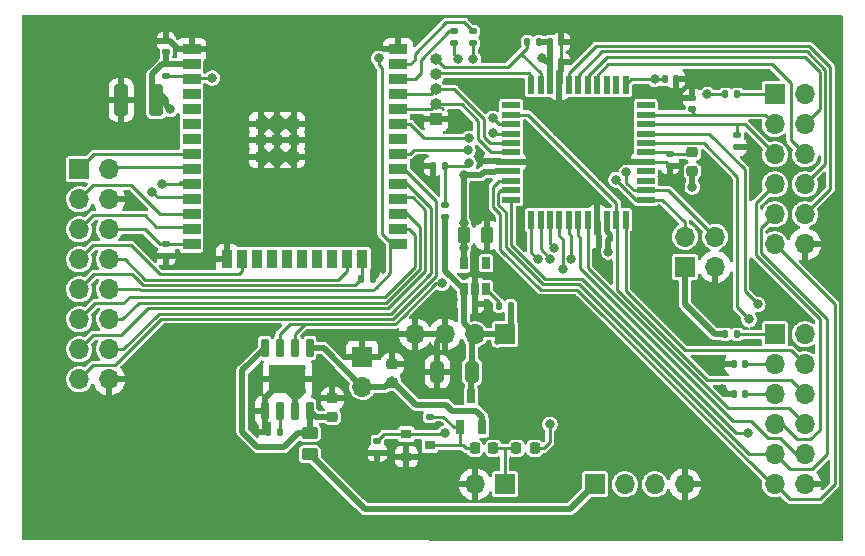
<source format=gbr>
%TF.GenerationSoftware,KiCad,Pcbnew,6.0.11+dfsg-1*%
%TF.CreationDate,2023-02-19T01:07:10+01:00*%
%TF.ProjectId,Mainboard,4d61696e-626f-4617-9264-2e6b69636164,rev?*%
%TF.SameCoordinates,Original*%
%TF.FileFunction,Copper,L1,Top*%
%TF.FilePolarity,Positive*%
%FSLAX46Y46*%
G04 Gerber Fmt 4.6, Leading zero omitted, Abs format (unit mm)*
G04 Created by KiCad (PCBNEW 6.0.11+dfsg-1) date 2023-02-19 01:07:10*
%MOMM*%
%LPD*%
G01*
G04 APERTURE LIST*
G04 Aperture macros list*
%AMRoundRect*
0 Rectangle with rounded corners*
0 $1 Rounding radius*
0 $2 $3 $4 $5 $6 $7 $8 $9 X,Y pos of 4 corners*
0 Add a 4 corners polygon primitive as box body*
4,1,4,$2,$3,$4,$5,$6,$7,$8,$9,$2,$3,0*
0 Add four circle primitives for the rounded corners*
1,1,$1+$1,$2,$3*
1,1,$1+$1,$4,$5*
1,1,$1+$1,$6,$7*
1,1,$1+$1,$8,$9*
0 Add four rect primitives between the rounded corners*
20,1,$1+$1,$2,$3,$4,$5,0*
20,1,$1+$1,$4,$5,$6,$7,0*
20,1,$1+$1,$6,$7,$8,$9,0*
20,1,$1+$1,$8,$9,$2,$3,0*%
G04 Aperture macros list end*
%TA.AperFunction,ComponentPad*%
%ADD10R,1.700000X1.700000*%
%TD*%
%TA.AperFunction,ComponentPad*%
%ADD11O,1.700000X1.700000*%
%TD*%
%TA.AperFunction,SMDPad,CuDef*%
%ADD12RoundRect,0.135000X0.135000X0.185000X-0.135000X0.185000X-0.135000X-0.185000X0.135000X-0.185000X0*%
%TD*%
%TA.AperFunction,SMDPad,CuDef*%
%ADD13RoundRect,0.140000X0.140000X0.170000X-0.140000X0.170000X-0.140000X-0.170000X0.140000X-0.170000X0*%
%TD*%
%TA.AperFunction,SMDPad,CuDef*%
%ADD14RoundRect,0.140000X-0.140000X-0.170000X0.140000X-0.170000X0.140000X0.170000X-0.140000X0.170000X0*%
%TD*%
%TA.AperFunction,SMDPad,CuDef*%
%ADD15R,0.550000X1.500000*%
%TD*%
%TA.AperFunction,SMDPad,CuDef*%
%ADD16R,1.500000X0.550000*%
%TD*%
%TA.AperFunction,ComponentPad*%
%ADD17R,1.000000X1.000000*%
%TD*%
%TA.AperFunction,ComponentPad*%
%ADD18O,1.000000X1.000000*%
%TD*%
%TA.AperFunction,SMDPad,CuDef*%
%ADD19RoundRect,0.140000X0.170000X-0.140000X0.170000X0.140000X-0.170000X0.140000X-0.170000X-0.140000X0*%
%TD*%
%TA.AperFunction,SMDPad,CuDef*%
%ADD20RoundRect,0.135000X-0.185000X0.135000X-0.185000X-0.135000X0.185000X-0.135000X0.185000X0.135000X0*%
%TD*%
%TA.AperFunction,SMDPad,CuDef*%
%ADD21R,1.500000X0.900000*%
%TD*%
%TA.AperFunction,SMDPad,CuDef*%
%ADD22R,0.900000X1.500000*%
%TD*%
%TA.AperFunction,SMDPad,CuDef*%
%ADD23R,0.900000X0.900000*%
%TD*%
%TA.AperFunction,ComponentPad*%
%ADD24C,0.858000*%
%TD*%
%TA.AperFunction,SMDPad,CuDef*%
%ADD25RoundRect,0.135000X-0.135000X-0.185000X0.135000X-0.185000X0.135000X0.185000X-0.135000X0.185000X0*%
%TD*%
%TA.AperFunction,SMDPad,CuDef*%
%ADD26RoundRect,0.218750X0.256250X-0.218750X0.256250X0.218750X-0.256250X0.218750X-0.256250X-0.218750X0*%
%TD*%
%TA.AperFunction,SMDPad,CuDef*%
%ADD27R,0.900000X0.800000*%
%TD*%
%TA.AperFunction,SMDPad,CuDef*%
%ADD28RoundRect,0.135000X0.185000X-0.135000X0.185000X0.135000X-0.185000X0.135000X-0.185000X-0.135000X0*%
%TD*%
%TA.AperFunction,SMDPad,CuDef*%
%ADD29RoundRect,0.218750X-0.218750X-0.256250X0.218750X-0.256250X0.218750X0.256250X-0.218750X0.256250X0*%
%TD*%
%TA.AperFunction,SMDPad,CuDef*%
%ADD30RoundRect,0.250000X-0.250000X-0.475000X0.250000X-0.475000X0.250000X0.475000X-0.250000X0.475000X0*%
%TD*%
%TA.AperFunction,SMDPad,CuDef*%
%ADD31R,0.650000X1.060000*%
%TD*%
%TA.AperFunction,SMDPad,CuDef*%
%ADD32RoundRect,0.218750X0.218750X0.256250X-0.218750X0.256250X-0.218750X-0.256250X0.218750X-0.256250X0*%
%TD*%
%TA.AperFunction,SMDPad,CuDef*%
%ADD33R,0.650000X1.220000*%
%TD*%
%TA.AperFunction,SMDPad,CuDef*%
%ADD34RoundRect,0.225000X0.250000X-0.225000X0.250000X0.225000X-0.250000X0.225000X-0.250000X-0.225000X0*%
%TD*%
%TA.AperFunction,SMDPad,CuDef*%
%ADD35RoundRect,0.140000X-0.170000X0.140000X-0.170000X-0.140000X0.170000X-0.140000X0.170000X0.140000X0*%
%TD*%
%TA.AperFunction,SMDPad,CuDef*%
%ADD36RoundRect,0.150000X0.150000X-0.650000X0.150000X0.650000X-0.150000X0.650000X-0.150000X-0.650000X0*%
%TD*%
%TA.AperFunction,SMDPad,CuDef*%
%ADD37R,3.100000X2.410000*%
%TD*%
%TA.AperFunction,ComponentPad*%
%ADD38C,0.500000*%
%TD*%
%TA.AperFunction,SMDPad,CuDef*%
%ADD39RoundRect,0.249999X-0.450001X0.262501X-0.450001X-0.262501X0.450001X-0.262501X0.450001X0.262501X0*%
%TD*%
%TA.AperFunction,SMDPad,CuDef*%
%ADD40RoundRect,0.249999X0.325001X0.650001X-0.325001X0.650001X-0.325001X-0.650001X0.325001X-0.650001X0*%
%TD*%
%TA.AperFunction,SMDPad,CuDef*%
%ADD41RoundRect,0.250000X0.325000X1.100000X-0.325000X1.100000X-0.325000X-1.100000X0.325000X-1.100000X0*%
%TD*%
%TA.AperFunction,ViaPad*%
%ADD42C,0.800000*%
%TD*%
%TA.AperFunction,Conductor*%
%ADD43C,0.250000*%
%TD*%
%TA.AperFunction,Conductor*%
%ADD44C,0.500000*%
%TD*%
G04 APERTURE END LIST*
D10*
%TO.P,J4,1,Pin_1*%
%TO.N,Net-(J4-Pad1)*%
X173990000Y-67310000D03*
D11*
%TO.P,J4,2,Pin_2*%
%TO.N,/RCON_AUD*%
X176530000Y-67310000D03*
%TO.P,J4,3,Pin_3*%
%TO.N,/RCON_X*%
X173990000Y-69850000D03*
%TO.P,J4,4,Pin_4*%
%TO.N,/RCON_SPEZ*%
X176530000Y-69850000D03*
%TO.P,J4,5,Pin_5*%
%TO.N,/RCON_Y*%
X173990000Y-72390000D03*
%TO.P,J4,6,Pin_6*%
%TO.N,/RCON_JB*%
X176530000Y-72390000D03*
%TO.P,J4,7,Pin_7*%
%TO.N,/LCON_BM_A*%
X173990000Y-74930000D03*
%TO.P,J4,8,Pin_8*%
%TO.N,/RCON_BM_1*%
X176530000Y-74930000D03*
%TO.P,J4,9,Pin_9*%
%TO.N,/LCON_BM_B*%
X173990000Y-77470000D03*
%TO.P,J4,10,Pin_10*%
%TO.N,/RCON_BM_2*%
X176530000Y-77470000D03*
%TO.P,J4,11,Pin_11*%
%TO.N,/LCON_BM_C*%
X173990000Y-80010000D03*
%TO.P,J4,12,Pin_12*%
%TO.N,-BATT*%
X176530000Y-80010000D03*
%TD*%
D12*
%TO.P,R5,1*%
%TO.N,Net-(J3-Pad1)*%
X170815000Y-46990000D03*
%TO.P,R5,2*%
%TO.N,VCC*%
X169795000Y-46990000D03*
%TD*%
%TO.P,R6,1*%
%TO.N,Net-(J4-Pad1)*%
X170815000Y-67310000D03*
%TO.P,R6,2*%
%TO.N,VCC*%
X169795000Y-67310000D03*
%TD*%
D13*
%TO.P,C3,1*%
%TO.N,VCC*%
X160020000Y-59182000D03*
%TO.P,C3,2*%
%TO.N,-BATT*%
X159060000Y-59182000D03*
%TD*%
D14*
%TO.P,C5,1*%
%TO.N,VCC*%
X154940000Y-44290000D03*
%TO.P,C5,2*%
%TO.N,-BATT*%
X155900000Y-44290000D03*
%TD*%
D15*
%TO.P,U2,1,PA5*%
%TO.N,/BATT_MEAS*%
X161353000Y-46210000D03*
%TO.P,U2,2,PA6*%
%TO.N,unconnected-(U2-Pad2)*%
X160553000Y-46210000D03*
%TO.P,U2,3,PA7*%
%TO.N,unconnected-(U2-Pad3)*%
X159753000Y-46210000D03*
%TO.P,U2,4,AREFB/PB0*%
%TO.N,/LCON_JB*%
X158953000Y-46210000D03*
%TO.P,U2,5,PB1*%
%TO.N,/LCON_SPEZ*%
X158153000Y-46210000D03*
%TO.P,U2,6,PB2*%
%TO.N,/LCON_BM_1*%
X157353000Y-46210000D03*
%TO.P,U2,7,PB3*%
%TO.N,/LCON_BM_2*%
X156553000Y-46210000D03*
%TO.P,U2,8,GND*%
%TO.N,-BATT*%
X155753000Y-46210000D03*
%TO.P,U2,9,VCC*%
%TO.N,VCC*%
X154953000Y-46210000D03*
%TO.P,U2,10,PC0*%
%TO.N,/ESP_BOOT*%
X154153000Y-46210000D03*
%TO.P,U2,11,PC1*%
%TO.N,/ESP_EN*%
X153353000Y-46210000D03*
D16*
%TO.P,U2,12,PC2*%
%TO.N,unconnected-(U2-Pad12)*%
X151653000Y-47910000D03*
%TO.P,U2,13,PC3*%
%TO.N,/RCON_JB*%
X151653000Y-48710000D03*
%TO.P,U2,14,PC4*%
%TO.N,/ATX_CS*%
X151653000Y-49510000D03*
%TO.P,U2,15,PC5*%
%TO.N,/ATX_MOSI*%
X151653000Y-50310000D03*
%TO.P,U2,16,PC6*%
%TO.N,/ATX_MISO*%
X151653000Y-51110000D03*
%TO.P,U2,17,PC7*%
%TO.N,/ATX_SCK*%
X151653000Y-51910000D03*
%TO.P,U2,18,GND*%
%TO.N,-BATT*%
X151653000Y-52710000D03*
%TO.P,U2,19,VCC*%
%TO.N,VCC*%
X151653000Y-53510000D03*
%TO.P,U2,20,PD0*%
%TO.N,/LCON_BM_C*%
X151653000Y-54310000D03*
%TO.P,U2,21,PD1*%
%TO.N,/LCON_BM_B*%
X151653000Y-55110000D03*
%TO.P,U2,22,PD2*%
%TO.N,/LCON_BM_A*%
X151653000Y-55910000D03*
D15*
%TO.P,U2,23,PD3*%
%TO.N,/KEEPALIVE*%
X153353000Y-57610000D03*
%TO.P,U2,24,PD4*%
%TO.N,/PWRBTN_IN*%
X154153000Y-57610000D03*
%TO.P,U2,25,PD5*%
%TO.N,/BATT_NCHRG*%
X154953000Y-57610000D03*
%TO.P,U2,26,PD6*%
%TO.N,/USB_D-*%
X155753000Y-57610000D03*
%TO.P,U2,27,PD7*%
%TO.N,/USB_D+*%
X156553000Y-57610000D03*
%TO.P,U2,28,PE0*%
%TO.N,/RCON_BM_2*%
X157353000Y-57610000D03*
%TO.P,U2,29,PE1*%
%TO.N,/RCON_BM_1*%
X158153000Y-57610000D03*
%TO.P,U2,30,GND*%
%TO.N,-BATT*%
X158953000Y-57610000D03*
%TO.P,U2,31,VCC*%
%TO.N,VCC*%
X159753000Y-57610000D03*
%TO.P,U2,32,PE2*%
%TO.N,/RCON_JB*%
X160553000Y-57610000D03*
%TO.P,U2,33,PE3*%
%TO.N,/RCON_SPEZ*%
X161353000Y-57610000D03*
D16*
%TO.P,U2,34,PDI_DATA*%
%TO.N,/PDI_DATA*%
X163053000Y-55910000D03*
%TO.P,U2,35,~{RESET}/PDI_CLK*%
%TO.N,/PDI_CLK*%
X163053000Y-55110000D03*
%TO.P,U2,36,PR0/XTAL2*%
%TO.N,unconnected-(U2-Pad36)*%
X163053000Y-54310000D03*
%TO.P,U2,37,PR1/XTAL1*%
%TO.N,unconnected-(U2-Pad37)*%
X163053000Y-53510000D03*
%TO.P,U2,38,GND*%
%TO.N,-BATT*%
X163053000Y-52710000D03*
%TO.P,U2,39,AVCC*%
%TO.N,Net-(C6-Pad2)*%
X163053000Y-51910000D03*
%TO.P,U2,40,AREFA/PA0*%
%TO.N,/RCON_Y*%
X163053000Y-51110000D03*
%TO.P,U2,41,PA1*%
%TO.N,/RCON_X*%
X163053000Y-50310000D03*
%TO.P,U2,42,PA2*%
%TO.N,/LCON_Y*%
X163053000Y-49510000D03*
%TO.P,U2,43,PA3*%
%TO.N,/LCON_X*%
X163053000Y-48710000D03*
%TO.P,U2,44,PA4*%
%TO.N,unconnected-(U2-Pad44)*%
X163053000Y-47910000D03*
%TD*%
D17*
%TO.P,J1,1,Pin_1*%
%TO.N,-BATT*%
X145288000Y-49116000D03*
D18*
%TO.P,J1,2,Pin_2*%
%TO.N,/ATX_SCK*%
X145288000Y-47846000D03*
%TO.P,J1,3,Pin_3*%
%TO.N,/ATX_MISO*%
X145288000Y-46576000D03*
%TO.P,J1,4,Pin_4*%
%TO.N,/ESP_EN*%
X145288000Y-45306000D03*
%TO.P,J1,5,Pin_5*%
%TO.N,/ESP_BOOT*%
X145288000Y-44036000D03*
%TD*%
D19*
%TO.P,C6,1*%
%TO.N,-BATT*%
X165100000Y-53030000D03*
%TO.P,C6,2*%
%TO.N,Net-(C6-Pad2)*%
X165100000Y-52070000D03*
%TD*%
D14*
%TO.P,C2,1*%
%TO.N,VCC*%
X154940000Y-42545000D03*
%TO.P,C2,2*%
%TO.N,-BATT*%
X155900000Y-42545000D03*
%TD*%
D20*
%TO.P,R4,1*%
%TO.N,/HUB75_G2*%
X122461000Y-59686000D03*
%TO.P,R4,2*%
%TO.N,-BATT*%
X122461000Y-60706000D03*
%TD*%
D19*
%TO.P,C1,1*%
%TO.N,VCC*%
X122461000Y-43434000D03*
%TO.P,C1,2*%
%TO.N,-BATT*%
X122461000Y-42474000D03*
%TD*%
D20*
%TO.P,R1,1*%
%TO.N,VCC*%
X122461000Y-44446000D03*
%TO.P,R1,2*%
%TO.N,/ESP_EN*%
X122461000Y-45466000D03*
%TD*%
D21*
%TO.P,U1,1,GND*%
%TO.N,-BATT*%
X124600000Y-43180000D03*
%TO.P,U1,2,VDD*%
%TO.N,VCC*%
X124600000Y-44450000D03*
%TO.P,U1,3,EN*%
%TO.N,/ESP_EN*%
X124600000Y-45720000D03*
%TO.P,U1,4,SENSOR_VP*%
%TO.N,unconnected-(U1-Pad4)*%
X124600000Y-46990000D03*
%TO.P,U1,5,SENSOR_VN*%
%TO.N,unconnected-(U1-Pad5)*%
X124600000Y-48260000D03*
%TO.P,U1,6,IO34*%
%TO.N,unconnected-(U1-Pad6)*%
X124600000Y-49530000D03*
%TO.P,U1,7,IO35*%
%TO.N,unconnected-(U1-Pad7)*%
X124600000Y-50800000D03*
%TO.P,U1,8,IO32*%
%TO.N,/HUB75_R1*%
X124600000Y-52070000D03*
%TO.P,U1,9,IO33*%
%TO.N,/HUB75_G1*%
X124600000Y-53340000D03*
%TO.P,U1,10,IO25*%
%TO.N,/LCON_AUD*%
X124600000Y-54610000D03*
%TO.P,U1,11,IO26*%
%TO.N,/RCON_AUD*%
X124600000Y-55880000D03*
%TO.P,U1,12,IO27*%
%TO.N,/HUB75_B1*%
X124600000Y-57150000D03*
%TO.P,U1,13,IO14*%
%TO.N,/HUB75_R2*%
X124600000Y-58420000D03*
%TO.P,U1,14,IO12*%
%TO.N,/HUB75_G2*%
X124600000Y-59690000D03*
D22*
%TO.P,U1,15,GND*%
%TO.N,-BATT*%
X127635000Y-60915000D03*
%TO.P,U1,16,IO13*%
%TO.N,/HUB75_B2*%
X128905000Y-60915000D03*
%TO.P,U1,17,SHD/SD2*%
%TO.N,unconnected-(U1-Pad17)*%
X130175000Y-60915000D03*
%TO.P,U1,18,SWP/SD3*%
%TO.N,unconnected-(U1-Pad18)*%
X131445000Y-60915000D03*
%TO.P,U1,19,SCS/CMD*%
%TO.N,unconnected-(U1-Pad19)*%
X132715000Y-60915000D03*
%TO.P,U1,20,SCK/CLK*%
%TO.N,unconnected-(U1-Pad20)*%
X133985000Y-60915000D03*
%TO.P,U1,21,SDO/SD0*%
%TO.N,unconnected-(U1-Pad21)*%
X135255000Y-60915000D03*
%TO.P,U1,22,SDI/SD1*%
%TO.N,unconnected-(U1-Pad22)*%
X136525000Y-60915000D03*
%TO.P,U1,23,IO15*%
%TO.N,/HUB75_E*%
X137795000Y-60915000D03*
%TO.P,U1,24,IO2*%
%TO.N,/HUB75_A*%
X139065000Y-60915000D03*
D21*
%TO.P,U1,25,IO0*%
%TO.N,/ESP_BOOT*%
X142100000Y-59690000D03*
%TO.P,U1,26,IO4*%
%TO.N,/HUB75_C*%
X142100000Y-58420000D03*
%TO.P,U1,27,IO16*%
%TO.N,/HUB75_D*%
X142100000Y-57150000D03*
%TO.P,U1,28,IO17*%
%TO.N,/HUB75_CLK*%
X142100000Y-55880000D03*
%TO.P,U1,29,IO5*%
%TO.N,/HUB75_LAT*%
X142100000Y-54610000D03*
%TO.P,U1,30,IO18*%
%TO.N,/HUB75_OE*%
X142100000Y-53340000D03*
%TO.P,U1,31,IO19*%
%TO.N,/ATX_MOSI*%
X142100000Y-52070000D03*
%TO.P,U1,32,NC*%
%TO.N,unconnected-(U1-Pad32)*%
X142100000Y-50800000D03*
%TO.P,U1,33,IO21*%
%TO.N,/ATX_CS*%
X142100000Y-49530000D03*
%TO.P,U1,34,RXD0/IO3*%
%TO.N,/ATX_SCK*%
X142100000Y-48260000D03*
%TO.P,U1,35,TXD0/IO1*%
%TO.N,/ATX_MISO*%
X142100000Y-46990000D03*
%TO.P,U1,36,IO22*%
%TO.N,Net-(U1-Pad36)*%
X142100000Y-45720000D03*
%TO.P,U1,37,IO23*%
%TO.N,Net-(U1-Pad37)*%
X142100000Y-44450000D03*
%TO.P,U1,38,GND*%
%TO.N,-BATT*%
X142100000Y-43180000D03*
D23*
%TO.P,U1,39,GND*%
X130450000Y-49465000D03*
D24*
X132550000Y-49465000D03*
D23*
X131850000Y-50865000D03*
X133250000Y-52265000D03*
X131850000Y-49465000D03*
X133250000Y-49465000D03*
X131850000Y-52265000D03*
X130450000Y-50865000D03*
D24*
X132550000Y-52265000D03*
X131150000Y-52265000D03*
X131150000Y-49465000D03*
D23*
X133250000Y-50865000D03*
X130450000Y-52265000D03*
%TD*%
D25*
%TO.P,R3,1*%
%TO.N,/HUB75_A*%
X138971000Y-62616000D03*
%TO.P,R3,2*%
%TO.N,-BATT*%
X139991000Y-62616000D03*
%TD*%
D10*
%TO.P,J3,1,Pin_1*%
%TO.N,Net-(J3-Pad1)*%
X173990000Y-46990000D03*
D11*
%TO.P,J3,2,Pin_2*%
%TO.N,/LCON_AUD*%
X176530000Y-46990000D03*
%TO.P,J3,3,Pin_3*%
%TO.N,/LCON_X*%
X173990000Y-49530000D03*
%TO.P,J3,4,Pin_4*%
%TO.N,/LCON_SPEZ*%
X176530000Y-49530000D03*
%TO.P,J3,5,Pin_5*%
%TO.N,/LCON_Y*%
X173990000Y-52070000D03*
%TO.P,J3,6,Pin_6*%
%TO.N,/LCON_JB*%
X176530000Y-52070000D03*
%TO.P,J3,7,Pin_7*%
%TO.N,/LCON_BM_A*%
X173990000Y-54610000D03*
%TO.P,J3,8,Pin_8*%
%TO.N,/LCON_BM_1*%
X176530000Y-54610000D03*
%TO.P,J3,9,Pin_9*%
%TO.N,/LCON_BM_B*%
X173990000Y-57150000D03*
%TO.P,J3,10,Pin_10*%
%TO.N,/LCON_BM_2*%
X176530000Y-57150000D03*
%TO.P,J3,11,Pin_11*%
%TO.N,/LCON_BM_C*%
X173990000Y-59690000D03*
%TO.P,J3,12,Pin_12*%
%TO.N,-BATT*%
X176530000Y-59690000D03*
%TD*%
D26*
%TO.P,FB1,1*%
%TO.N,VCC*%
X167005000Y-53492500D03*
%TO.P,FB1,2*%
%TO.N,Net-(C6-Pad2)*%
X167005000Y-51917500D03*
%TD*%
D10*
%TO.P,J5,1,Pin_1*%
%TO.N,VCC*%
X166370000Y-61595000D03*
D11*
%TO.P,J5,2,Pin_2*%
%TO.N,/PDI_DATA*%
X166370000Y-59055000D03*
%TO.P,J5,3,Pin_3*%
%TO.N,-BATT*%
X168910000Y-61595000D03*
%TO.P,J5,4,Pin_4*%
%TO.N,/PDI_CLK*%
X168910000Y-59055000D03*
%TD*%
D10*
%TO.P,J6,1,Pin_1*%
%TO.N,Net-(J6-Pad1)*%
X158750000Y-80010000D03*
D11*
%TO.P,J6,2,Pin_2*%
%TO.N,/USB_D-*%
X161290000Y-80010000D03*
%TO.P,J6,3,Pin_3*%
%TO.N,/USB_D+*%
X163830000Y-80010000D03*
%TO.P,J6,4,Pin_4*%
%TO.N,-BATT*%
X166370000Y-80010000D03*
%TD*%
D10*
%TO.P,J7,1,Pin_1*%
%TO.N,-BATT*%
X139065000Y-69215000D03*
D11*
%TO.P,J7,2,Pin_2*%
%TO.N,+BATT*%
X139065000Y-71755000D03*
%TD*%
D27*
%TO.P,Q1,1,G*%
%TO.N,/KEEPALIVE*%
X142780000Y-75758000D03*
%TO.P,Q1,2,S*%
%TO.N,-BATT*%
X142780000Y-77658000D03*
%TO.P,Q1,3,D*%
%TO.N,Net-(D1-Pad2)*%
X144780000Y-76708000D03*
%TD*%
D28*
%TO.P,R7,1*%
%TO.N,Net-(D1-Pad2)*%
X144780000Y-74295000D03*
%TO.P,R7,2*%
%TO.N,+BATT*%
X144780000Y-73275000D03*
%TD*%
D29*
%TO.P,D2,1,K*%
%TO.N,Net-(D1-Pad1)*%
X152095000Y-76962000D03*
%TO.P,D2,2,A*%
%TO.N,/PWRBTN_IN*%
X153670000Y-76962000D03*
%TD*%
D10*
%TO.P,J8,1,Pin_1*%
%TO.N,Net-(D1-Pad1)*%
X151130000Y-80010000D03*
D11*
%TO.P,J8,2,Pin_2*%
%TO.N,-BATT*%
X148590000Y-80010000D03*
%TD*%
D10*
%TO.P,J9,1,Pin_1*%
%TO.N,+VSW*%
X151130000Y-67310000D03*
D11*
%TO.P,J9,2,Pin_2*%
X148590000Y-67310000D03*
%TO.P,J9,3,Pin_3*%
%TO.N,-BATT*%
X146050000Y-67310000D03*
%TO.P,J9,4,Pin_4*%
X143510000Y-67310000D03*
%TD*%
D14*
%TO.P,C7,1*%
%TO.N,+VSW*%
X147630000Y-64770000D03*
%TO.P,C7,2*%
%TO.N,-BATT*%
X148590000Y-64770000D03*
%TD*%
D30*
%TO.P,C8,1*%
%TO.N,VCC*%
X147706000Y-58928000D03*
%TO.P,C8,2*%
%TO.N,-BATT*%
X149606000Y-58928000D03*
%TD*%
D31*
%TO.P,U3,1,VIN*%
%TO.N,+VSW*%
X147640000Y-63500000D03*
%TO.P,U3,2,GND*%
%TO.N,-BATT*%
X148590000Y-63500000D03*
%TO.P,U3,3,CE*%
%TO.N,Net-(U3-Pad3)*%
X149540000Y-63500000D03*
%TO.P,U3,4*%
%TO.N,N/C*%
X149540000Y-61300000D03*
%TO.P,U3,5,VOUT*%
%TO.N,VCC*%
X147640000Y-61300000D03*
%TD*%
D32*
%TO.P,D1,1,K*%
%TO.N,Net-(D1-Pad1)*%
X150165000Y-76962000D03*
%TO.P,D1,2,A*%
%TO.N,Net-(D1-Pad2)*%
X148590000Y-76962000D03*
%TD*%
D33*
%TO.P,Q2,1,G*%
%TO.N,Net-(D1-Pad2)*%
X147325000Y-75184000D03*
%TO.P,Q2,2,S*%
%TO.N,+BATT*%
X149225000Y-75184000D03*
%TO.P,Q2,3,D*%
%TO.N,+VSW*%
X148275000Y-72564000D03*
%TD*%
D14*
%TO.P,C9,1*%
%TO.N,/BATT_MEAS*%
X164648000Y-45720000D03*
%TO.P,C9,2*%
%TO.N,-BATT*%
X165608000Y-45720000D03*
%TD*%
D25*
%TO.P,R9,1*%
%TO.N,-BATT*%
X145032000Y-53086000D03*
%TO.P,R9,2*%
%TO.N,/BATT_MEAS*%
X146052000Y-53086000D03*
%TD*%
D12*
%TO.P,R10,1*%
%TO.N,Net-(R10-Pad1)*%
X132080000Y-75565000D03*
%TO.P,R10,2*%
%TO.N,-BATT*%
X131060000Y-75565000D03*
%TD*%
D34*
%TO.P,C10,1*%
%TO.N,+BATT*%
X141605000Y-71400000D03*
%TO.P,C10,2*%
%TO.N,-BATT*%
X141605000Y-69850000D03*
%TD*%
D14*
%TO.P,C11,1*%
%TO.N,-BATT*%
X170490000Y-72390000D03*
%TO.P,C11,2*%
%TO.N,/RCON_Y*%
X171450000Y-72390000D03*
%TD*%
%TO.P,C12,1*%
%TO.N,-BATT*%
X170490000Y-69850000D03*
%TO.P,C12,2*%
%TO.N,/RCON_X*%
X171450000Y-69850000D03*
%TD*%
D19*
%TO.P,C13,1*%
%TO.N,-BATT*%
X170815000Y-51435000D03*
%TO.P,C13,2*%
%TO.N,/LCON_Y*%
X170815000Y-50475000D03*
%TD*%
D35*
%TO.P,C14,1*%
%TO.N,-BATT*%
X167005000Y-47300000D03*
%TO.P,C14,2*%
%TO.N,/LCON_X*%
X167005000Y-48260000D03*
%TD*%
D36*
%TO.P,U4,1,TEMP*%
%TO.N,-BATT*%
X130810000Y-73770000D03*
%TO.P,U4,2,PROG*%
%TO.N,Net-(R10-Pad1)*%
X132080000Y-73770000D03*
%TO.P,U4,3,GND*%
%TO.N,-BATT*%
X133350000Y-73770000D03*
%TO.P,U4,4,VIN*%
%TO.N,/USB_VCC*%
X134620000Y-73770000D03*
%TO.P,U4,5,BAT*%
%TO.N,+BATT*%
X134620000Y-68470000D03*
%TO.P,U4,6,NSTDBY*%
%TO.N,/BATT_NCHRG*%
X133350000Y-68470000D03*
%TO.P,U4,7,NCHRG*%
X132080000Y-68470000D03*
%TO.P,U4,8,CE*%
%TO.N,/USB_VCC*%
X130810000Y-68470000D03*
D37*
%TO.P,U4,9,GND*%
%TO.N,-BATT*%
X132715000Y-71120000D03*
D38*
X131415000Y-70165000D03*
X132715000Y-70165000D03*
X134015000Y-70165000D03*
X134015000Y-72075000D03*
X131415000Y-72075000D03*
X132715000Y-72075000D03*
%TD*%
D39*
%TO.P,R11,1*%
%TO.N,/USB_VCC*%
X134620000Y-75645000D03*
%TO.P,R11,2*%
%TO.N,Net-(J6-Pad1)*%
X134620000Y-77470000D03*
%TD*%
D34*
%TO.P,C15,1*%
%TO.N,/USB_VCC*%
X136525000Y-74295000D03*
%TO.P,C15,2*%
%TO.N,-BATT*%
X136525000Y-72745000D03*
%TD*%
D40*
%TO.P,C16,1*%
%TO.N,+VSW*%
X148365000Y-70485000D03*
%TO.P,C16,2*%
%TO.N,-BATT*%
X145415000Y-70485000D03*
%TD*%
D41*
%TO.P,C17,1*%
%TO.N,VCC*%
X121617000Y-47498000D03*
%TO.P,C17,2*%
%TO.N,-BATT*%
X118667000Y-47498000D03*
%TD*%
D12*
%TO.P,R2,1*%
%TO.N,VCC*%
X154055000Y-42545000D03*
%TO.P,R2,2*%
%TO.N,/ESP_BOOT*%
X153035000Y-42545000D03*
%TD*%
D19*
%TO.P,C4,1*%
%TO.N,VCC*%
X150114000Y-53566000D03*
%TO.P,C4,2*%
%TO.N,-BATT*%
X150114000Y-52606000D03*
%TD*%
D20*
%TO.P,R8,1*%
%TO.N,/BATT_MEAS*%
X146050000Y-56386000D03*
%TO.P,R8,2*%
%TO.N,+VSW*%
X146050000Y-57406000D03*
%TD*%
D12*
%TO.P,R12,1*%
%TO.N,+VSW*%
X151640000Y-64897000D03*
%TO.P,R12,2*%
%TO.N,Net-(U3-Pad3)*%
X150620000Y-64897000D03*
%TD*%
D20*
%TO.P,R15,1*%
%TO.N,Net-(U1-Pad37)*%
X148463000Y-41654000D03*
%TO.P,R15,2*%
%TO.N,/PDI_CLK*%
X148463000Y-42674000D03*
%TD*%
%TO.P,R14,1*%
%TO.N,Net-(U1-Pad36)*%
X146812000Y-41654000D03*
%TO.P,R14,2*%
%TO.N,/PDI_DATA*%
X146812000Y-42674000D03*
%TD*%
%TO.P,R13,1*%
%TO.N,/KEEPALIVE*%
X140335000Y-76325000D03*
%TO.P,R13,2*%
%TO.N,-BATT*%
X140335000Y-77345000D03*
%TD*%
D10*
%TO.P,J2,1,Pin_1*%
%TO.N,/HUB75_R1*%
X115095000Y-53340000D03*
D11*
%TO.P,J2,2,Pin_2*%
%TO.N,/HUB75_G1*%
X117635000Y-53340000D03*
%TO.P,J2,3,Pin_3*%
%TO.N,/HUB75_B1*%
X115095000Y-55880000D03*
%TO.P,J2,4,Pin_4*%
%TO.N,-BATT*%
X117635000Y-55880000D03*
%TO.P,J2,5,Pin_5*%
%TO.N,/HUB75_R2*%
X115095000Y-58420000D03*
%TO.P,J2,6,Pin_6*%
%TO.N,/HUB75_G2*%
X117635000Y-58420000D03*
%TO.P,J2,7,Pin_7*%
%TO.N,/HUB75_B2*%
X115095000Y-60960000D03*
%TO.P,J2,8,Pin_8*%
%TO.N,/HUB75_E*%
X117635000Y-60960000D03*
%TO.P,J2,9,Pin_9*%
%TO.N,/HUB75_A*%
X115095000Y-63500000D03*
%TO.P,J2,10,Pin_10*%
%TO.N,/ESP_BOOT*%
X117635000Y-63500000D03*
%TO.P,J2,11,Pin_11*%
%TO.N,/HUB75_C*%
X115095000Y-66040000D03*
%TO.P,J2,12,Pin_12*%
%TO.N,/HUB75_D*%
X117635000Y-66040000D03*
%TO.P,J2,13,Pin_13*%
%TO.N,/HUB75_CLK*%
X115095000Y-68580000D03*
%TO.P,J2,14,Pin_14*%
%TO.N,/HUB75_LAT*%
X117635000Y-68580000D03*
%TO.P,J2,15,Pin_15*%
%TO.N,/HUB75_OE*%
X115095000Y-71120000D03*
%TO.P,J2,16,Pin_16*%
%TO.N,-BATT*%
X117635000Y-71120000D03*
%TD*%
D42*
%TO.N,VCC*%
X167005000Y-54842696D03*
X147630000Y-57912000D03*
X168275000Y-46990000D03*
X154305000Y-43935999D03*
X159900010Y-60325000D03*
X147640000Y-60010000D03*
X147629995Y-53848000D03*
X122805000Y-48260000D03*
%TO.N,/ESP_BOOT*%
X140462000Y-43942000D03*
%TO.N,/ESP_EN*%
X126351000Y-45616000D03*
%TO.N,/ATX_CS*%
X148102561Y-50711536D03*
X150114000Y-49022000D03*
%TO.N,/ATX_MOSI*%
X150114000Y-50292000D03*
X147999918Y-51706259D03*
%TO.N,/LCON_BM_A*%
X171704000Y-75692000D03*
%TO.N,/LCON_AUD*%
X122080000Y-54610000D03*
%TO.N,/RCON_Y*%
X171814998Y-66040000D03*
%TO.N,/RCON_X*%
X172539998Y-64770000D03*
%TO.N,/RCON_AUD*%
X121285000Y-55245000D03*
%TO.N,/PDI_CLK*%
X161417000Y-53594000D03*
X148463000Y-43979500D03*
%TO.N,/PDI_DATA*%
X160528000Y-54229000D03*
X147193000Y-43979500D03*
%TO.N,-BATT*%
X159258000Y-61214000D03*
X122428000Y-41402000D03*
X135255000Y-52070000D03*
X135255000Y-58420000D03*
X157480000Y-55880000D03*
X177800000Y-82550000D03*
X148590000Y-62230000D03*
X158750000Y-66675000D03*
X148844000Y-57658000D03*
X177800000Y-41910000D03*
X151130000Y-70485000D03*
X132080000Y-78740000D03*
X150825999Y-62280001D03*
X140970000Y-73660000D03*
X153670000Y-48260000D03*
X126365000Y-48895000D03*
X162560000Y-72390000D03*
X156210000Y-76200000D03*
X157480000Y-48260000D03*
X127000000Y-76200000D03*
X149860000Y-46355000D03*
X169164000Y-55626000D03*
X128905000Y-45720000D03*
X145415000Y-64770000D03*
X135255000Y-55245000D03*
X138430000Y-45720000D03*
X123190000Y-50165000D03*
X138430000Y-48895000D03*
X144145000Y-80010000D03*
X159385000Y-50165000D03*
X135255000Y-48895000D03*
X135255000Y-45720000D03*
X127000000Y-71120000D03*
X136398000Y-71120000D03*
X170180000Y-81280000D03*
X126365000Y-58420000D03*
X168910000Y-64770000D03*
X165354000Y-47244000D03*
X132080000Y-55245000D03*
X157480000Y-77470000D03*
X155575000Y-53975000D03*
X138430000Y-55245000D03*
X172085000Y-51435000D03*
X165100000Y-64135000D03*
X138430000Y-52070000D03*
X140335000Y-60325000D03*
X128905000Y-52070000D03*
X144018000Y-53086000D03*
X137160000Y-77470000D03*
X162560000Y-62865000D03*
X137160000Y-82550000D03*
X153416000Y-73914000D03*
X169545000Y-69850000D03*
X160655000Y-69850000D03*
X153670000Y-52070000D03*
X158750000Y-71120000D03*
X140208000Y-80010000D03*
X128905000Y-48895000D03*
X157480000Y-52070000D03*
X150114000Y-43942000D03*
X138430000Y-58420000D03*
X160782000Y-52070000D03*
X126365000Y-55245000D03*
X143510000Y-70485000D03*
X148971000Y-56007000D03*
X153670000Y-55880000D03*
X158750000Y-68580000D03*
X166370000Y-76200000D03*
X159385000Y-53975000D03*
X129540000Y-67310000D03*
X155575000Y-50165000D03*
X160782000Y-48260000D03*
X166370000Y-66675000D03*
X124460000Y-60960000D03*
X128905000Y-58420000D03*
X154940000Y-80010000D03*
X126365000Y-41910000D03*
X169545000Y-71939999D03*
X132080000Y-45720000D03*
X173990000Y-63500000D03*
%TO.N,/PWRBTN_IN*%
X154939996Y-60960000D03*
X154940000Y-74930000D03*
%TO.N,/KEEPALIVE*%
X146050000Y-75692000D03*
X153924000Y-60960000D03*
%TO.N,/USB_D+*%
X156755000Y-60960000D03*
%TO.N,/USB_D-*%
X156030000Y-61773375D03*
%TO.N,/BATT_MEAS*%
X163830000Y-45720000D03*
X148082000Y-52832000D03*
%TO.N,/BATT_NCHRG*%
X155279888Y-60019522D03*
X145796000Y-62992000D03*
%TD*%
D43*
%TO.N,VCC*%
X124246002Y-44446000D02*
X124426001Y-44266001D01*
D44*
X122400000Y-47855000D02*
X122805000Y-48260000D01*
X147630000Y-59055000D02*
X147630000Y-58110000D01*
X168910000Y-67310000D02*
X166370000Y-64770000D01*
X147630000Y-53848005D02*
X147629995Y-53848000D01*
X166370000Y-61595000D02*
X166370000Y-61016998D01*
X122400000Y-47625000D02*
X122400000Y-47855000D01*
X147630000Y-54356000D02*
X147629995Y-54355995D01*
X147630000Y-58110000D02*
X147630000Y-54808000D01*
X154940000Y-44290000D02*
X154940000Y-43180000D01*
X160020000Y-58872000D02*
X159753000Y-58605000D01*
X124600000Y-44450000D02*
X122465000Y-44450000D01*
X154940000Y-43180000D02*
X154940000Y-43300999D01*
X159753000Y-58605000D02*
X159753000Y-57610000D01*
X154055000Y-42545000D02*
X154940000Y-42545000D01*
X147630000Y-54356000D02*
X147630000Y-53848005D01*
X154953000Y-44303000D02*
X154940000Y-44290000D01*
X151653000Y-53510000D02*
X150403000Y-53510000D01*
X149098000Y-53848000D02*
X147629995Y-53848000D01*
D43*
X168275000Y-46990000D02*
X169795000Y-46990000D01*
D44*
X147630000Y-54808000D02*
X147630000Y-54356000D01*
X122461000Y-44446000D02*
X122141000Y-44446000D01*
X154940000Y-43180000D02*
X154940000Y-42545000D01*
X122461000Y-44446000D02*
X122461000Y-43886000D01*
X167005000Y-54842696D02*
X167005000Y-53492500D01*
X122465000Y-44450000D02*
X122461000Y-44446000D01*
X121285000Y-45302000D02*
X121285000Y-46325598D01*
X159900010Y-60325000D02*
X159900010Y-59301990D01*
X149380000Y-53566000D02*
X149098000Y-53848000D01*
X169795000Y-67310000D02*
X168910000Y-67310000D01*
X147640000Y-61300000D02*
X147640000Y-60010000D01*
X122461000Y-43886000D02*
X122461000Y-43434000D01*
X121285000Y-46325598D02*
X122400000Y-47440598D01*
X154953000Y-46210000D02*
X154953000Y-44303000D01*
X147640000Y-60010000D02*
X147640000Y-59220000D01*
X122141000Y-44446000D02*
X121285000Y-45302000D01*
X122400000Y-47440598D02*
X122400000Y-47625000D01*
X154659001Y-44290000D02*
X154305000Y-43935999D01*
X154940000Y-44290000D02*
X154659001Y-44290000D01*
X166370000Y-64770000D02*
X166370000Y-61595000D01*
X160020000Y-59182000D02*
X160020000Y-58872000D01*
X150114000Y-53566000D02*
X149380000Y-53566000D01*
X159900010Y-59301990D02*
X160020000Y-59182000D01*
D43*
%TO.N,/ESP_BOOT*%
X141610000Y-59690000D02*
X141426001Y-59506001D01*
X141536000Y-59616000D02*
X141426001Y-59506001D01*
X153035000Y-42545000D02*
X153035000Y-43053000D01*
X139997524Y-63580030D02*
X140206277Y-63371277D01*
X140462000Y-44507685D02*
X140462000Y-43942000D01*
X120197170Y-63500000D02*
X120277200Y-63580030D01*
X151384000Y-44704000D02*
X152400000Y-43688000D01*
X140206277Y-63371277D02*
X141426001Y-62151553D01*
X145956000Y-44704000D02*
X151384000Y-44704000D01*
X145288000Y-44036000D02*
X145956000Y-44704000D01*
X141426001Y-59506001D02*
X141426001Y-60146001D01*
X154153000Y-45187000D02*
X152527000Y-43561000D01*
X140716000Y-58796000D02*
X140716000Y-44761685D01*
X152527000Y-43561000D02*
X152400000Y-43688000D01*
X153035000Y-43053000D02*
X152400000Y-43688000D01*
X140716000Y-44761685D02*
X140462000Y-44507685D01*
X154153000Y-46210000D02*
X154153000Y-45187000D01*
X120277200Y-63580030D02*
X139997524Y-63580030D01*
X141426001Y-59506001D02*
X140716000Y-58796000D01*
X117635000Y-63500000D02*
X120197170Y-63500000D01*
X141426001Y-62151553D02*
X141426001Y-59506001D01*
%TO.N,/ESP_EN*%
X126351000Y-45616000D02*
X124506000Y-45616000D01*
X124356000Y-45466000D02*
X124426001Y-45536001D01*
X124506000Y-45616000D02*
X124426001Y-45536001D01*
X122461000Y-45466000D02*
X124356000Y-45466000D01*
X153353000Y-45403000D02*
X153353000Y-46210000D01*
X145382000Y-45212000D02*
X153162000Y-45212000D01*
X145288000Y-45306000D02*
X145382000Y-45212000D01*
X153162000Y-45212000D02*
X153353000Y-45403000D01*
%TO.N,/HUB75_R1*%
X124242002Y-52070000D02*
X116365000Y-52070000D01*
X124426001Y-51886001D02*
X124242002Y-52070000D01*
X116365000Y-52070000D02*
X115095000Y-53340000D01*
%TO.N,/HUB75_G1*%
X117818999Y-53156001D02*
X117635000Y-53340000D01*
X124426001Y-53156001D02*
X117818999Y-53156001D01*
%TO.N,/HUB75_B1*%
X124337001Y-57055001D02*
X124426001Y-56966001D01*
X124600000Y-57150000D02*
X121920000Y-57150000D01*
X121920000Y-57150000D02*
X119474999Y-54704999D01*
X119474999Y-54704999D02*
X116270001Y-54704999D01*
X116270001Y-54704999D02*
X115095000Y-55880000D01*
%TO.N,/HUB75_R2*%
X121628999Y-58236001D02*
X124426001Y-58236001D01*
X116270001Y-57244999D02*
X115095000Y-58420000D01*
X121628999Y-58236001D02*
X120637997Y-57244999D01*
X120637997Y-57244999D02*
X116270001Y-57244999D01*
%TO.N,/HUB75_G2*%
X122461000Y-59686000D02*
X124246002Y-59686000D01*
X124246002Y-59686000D02*
X124426001Y-59506001D01*
X121916000Y-59686000D02*
X120650000Y-58420000D01*
X122461000Y-59686000D02*
X121916000Y-59686000D01*
X120650000Y-58420000D02*
X117635000Y-58420000D01*
%TO.N,/HUB75_B2*%
X119474999Y-59784999D02*
X116270001Y-59784999D01*
X128905000Y-60915000D02*
X128905000Y-61915000D01*
X116270001Y-59784999D02*
X115095000Y-60960000D01*
X128590000Y-62230000D02*
X121920000Y-62230000D01*
X128905000Y-61915000D02*
X128590000Y-62230000D01*
X121920000Y-62230000D02*
X119474999Y-59784999D01*
%TO.N,/HUB75_E*%
X120650000Y-62680010D02*
X137029990Y-62680010D01*
X118929990Y-60960000D02*
X117635000Y-60960000D01*
X137795000Y-61915000D02*
X137795000Y-60915000D01*
X137029990Y-62680010D02*
X137795000Y-61915000D01*
X118929990Y-60960000D02*
X120650000Y-62680010D01*
%TO.N,/HUB75_A*%
X138971000Y-60836000D02*
X138641001Y-60506001D01*
X116365000Y-62230000D02*
X119563580Y-62230000D01*
X115095000Y-63500000D02*
X116365000Y-62230000D01*
X139065000Y-62522000D02*
X138971000Y-62616000D01*
X138811991Y-62775009D02*
X138971000Y-62616000D01*
X119563580Y-62230000D02*
X120463600Y-63130020D01*
X120463600Y-63130020D02*
X138456980Y-63130020D01*
X139065000Y-60915000D02*
X139065000Y-62522000D01*
X138456980Y-63130020D02*
X138971000Y-62616000D01*
%TO.N,/HUB75_C*%
X143508590Y-61596410D02*
X140970000Y-64135000D01*
X143508589Y-58926589D02*
X143508590Y-61596410D01*
X119380000Y-64135000D02*
X118839999Y-64675001D01*
X142100000Y-58420000D02*
X143002000Y-58420000D01*
X142191003Y-58236001D02*
X141426001Y-58236001D01*
X143002000Y-58420000D02*
X143508589Y-58926589D01*
X116459999Y-64675001D02*
X115095000Y-66040000D01*
X140970000Y-64135000D02*
X119380000Y-64135000D01*
X118839999Y-64675001D02*
X116459999Y-64675001D01*
%TO.N,/HUB75_D*%
X141076371Y-64665039D02*
X143958599Y-61782811D01*
X143958599Y-58248599D02*
X142676001Y-56966001D01*
X120119961Y-64665039D02*
X141076371Y-64665039D01*
X143958599Y-61782811D02*
X143958599Y-58248599D01*
X118745000Y-66040000D02*
X120119961Y-64665039D01*
X142676001Y-56966001D02*
X141426001Y-56966001D01*
X117635000Y-66040000D02*
X118745000Y-66040000D01*
%TO.N,/HUB75_CLK*%
X143326001Y-55696001D02*
X141426001Y-55696001D01*
X115095000Y-68580000D02*
X116270001Y-67404999D01*
X120939952Y-65115048D02*
X141262772Y-65115048D01*
X144408608Y-61969210D02*
X144408608Y-56778608D01*
X118650001Y-67404999D02*
X120939952Y-65115048D01*
X141262772Y-65115048D02*
X144408608Y-61969210D01*
X116270001Y-67404999D02*
X118650001Y-67404999D01*
X144408608Y-56778608D02*
X143326001Y-55696001D01*
%TO.N,/HUB75_LAT*%
X118270000Y-68580000D02*
X117635000Y-68580000D01*
X142692411Y-54426001D02*
X144858617Y-56592207D01*
X141449172Y-65565058D02*
X121852023Y-65565058D01*
X121852023Y-65565058D02*
X118837081Y-68580000D01*
X117635000Y-68580000D02*
X118111410Y-68580000D01*
X118837081Y-68580000D02*
X117635000Y-68580000D01*
X141426001Y-54426001D02*
X142692411Y-54426001D01*
X144858618Y-62155610D02*
X141449172Y-65565058D01*
X144858617Y-56592207D02*
X144858618Y-62155610D01*
%TO.N,/HUB75_OE*%
X142431003Y-53156001D02*
X141426001Y-53156001D01*
X122038423Y-66015068D02*
X141635572Y-66015068D01*
X118108492Y-69944999D02*
X122038423Y-66015068D01*
X115095000Y-71120000D02*
X116270001Y-69944999D01*
X116270001Y-69944999D02*
X118108492Y-69944999D01*
X145308627Y-62342009D02*
X145308627Y-56033625D01*
X145308627Y-56033625D02*
X142431003Y-53156001D01*
X141635572Y-66015068D02*
X145308627Y-62342009D01*
%TO.N,/ATX_CS*%
X151653000Y-49510000D02*
X150653000Y-49510000D01*
X144319678Y-50711536D02*
X148102561Y-50711536D01*
X143138142Y-49530000D02*
X144319678Y-50711536D01*
X141610000Y-49530000D02*
X143138142Y-49530000D01*
X150653000Y-49510000D02*
X150602000Y-49510000D01*
X150602000Y-49510000D02*
X150114000Y-49022000D01*
%TO.N,/ATX_SCK*%
X145791000Y-48136000D02*
X145851000Y-48196000D01*
X142100000Y-48260000D02*
X144874000Y-48260000D01*
X147471004Y-47846000D02*
X148844000Y-49218996D01*
X148844000Y-49218996D02*
X148844000Y-50800000D01*
X149954000Y-51910000D02*
X151653000Y-51910000D01*
X145620999Y-48076001D02*
X145390998Y-47846000D01*
X145288000Y-47846000D02*
X147471004Y-47846000D01*
X148844000Y-50800000D02*
X149954000Y-51910000D01*
X144874000Y-48260000D02*
X145288000Y-47846000D01*
X145390998Y-47846000D02*
X145288000Y-47846000D01*
%TO.N,/ATX_MISO*%
X142100000Y-46990000D02*
X144874000Y-46990000D01*
X149352000Y-49090585D02*
X146837415Y-46576000D01*
X146837415Y-46576000D02*
X145288000Y-46576000D01*
X151653000Y-51110000D02*
X149858998Y-51110000D01*
X144874000Y-46990000D02*
X145288000Y-46576000D01*
X149858998Y-51110000D02*
X149352000Y-50603002D01*
X149352000Y-50603002D02*
X149352000Y-49090585D01*
%TO.N,/ATX_MOSI*%
X142100000Y-52070000D02*
X143100000Y-52070000D01*
X143100000Y-52070000D02*
X143463741Y-51706259D01*
X143463741Y-51706259D02*
X147999918Y-51706259D01*
X150132000Y-50310000D02*
X150114000Y-50292000D01*
X151653000Y-50310000D02*
X150132000Y-50310000D01*
%TO.N,Net-(C6-Pad2)*%
X164940000Y-51910000D02*
X165100000Y-52070000D01*
X163053000Y-51910000D02*
X164940000Y-51910000D01*
X165100000Y-52070000D02*
X166852500Y-52070000D01*
X166852500Y-52070000D02*
X167005000Y-51917500D01*
%TO.N,/LCON_BM_C*%
X175260000Y-81280000D02*
X173990000Y-80010000D01*
X154157698Y-63539520D02*
X150752982Y-60134802D01*
X150127989Y-56530399D02*
X150127989Y-54835011D01*
X179070000Y-64770000D02*
X179070000Y-80010000D01*
X173990000Y-80010000D02*
X173733180Y-80010000D01*
X157262701Y-63539521D02*
X154157698Y-63539520D01*
X173733180Y-80010000D02*
X157262701Y-63539521D01*
X150653000Y-54310000D02*
X151653000Y-54310000D01*
X173990000Y-59690000D02*
X179070000Y-64770000D01*
X150127989Y-54835011D02*
X150653000Y-54310000D01*
X150752982Y-60134802D02*
X150752982Y-57155392D01*
X177800000Y-81280000D02*
X175260000Y-81280000D01*
X150752982Y-57155392D02*
X150127989Y-56530399D01*
X179070000Y-80010000D02*
X177800000Y-81280000D01*
%TO.N,/LCON_BM_2*%
X178700019Y-44712199D02*
X178700019Y-54979981D01*
X156553000Y-46210000D02*
X156553000Y-45210000D01*
X156553000Y-45210000D02*
X158848020Y-42914980D01*
X158848020Y-42914980D02*
X176902800Y-42914980D01*
X178700019Y-54979981D02*
X176530000Y-57150000D01*
X176902800Y-42914980D02*
X178700019Y-44712199D01*
%TO.N,/LCON_BM_B*%
X150577999Y-56343999D02*
X151202990Y-56968990D01*
X172814999Y-60419999D02*
X172814999Y-58325001D01*
X173990000Y-77470000D02*
X175260000Y-78740000D01*
X178435000Y-77470000D02*
X178435000Y-66040000D01*
X175260000Y-78740000D02*
X177165000Y-78740000D01*
X151653000Y-55110000D02*
X150842998Y-55110000D01*
X157449101Y-63089511D02*
X171829590Y-77470000D01*
X178435000Y-66040000D02*
X172814999Y-60419999D01*
X150577999Y-55374999D02*
X150577999Y-56343999D01*
X177165000Y-78740000D02*
X178435000Y-77470000D01*
X151202991Y-59948403D02*
X154344099Y-63089511D01*
X150842998Y-55110000D02*
X150577999Y-55374999D01*
X151202990Y-56968990D02*
X151202991Y-59948403D01*
X172814999Y-58325001D02*
X173990000Y-57150000D01*
X154344099Y-63089511D02*
X157449101Y-63089511D01*
X171829590Y-77470000D02*
X173990000Y-77470000D01*
%TO.N,/LCON_BM_1*%
X178250009Y-44898599D02*
X176716400Y-43364990D01*
X178250009Y-52889991D02*
X178250009Y-44898599D01*
X157353000Y-45399998D02*
X157353000Y-46210000D01*
X176530000Y-54610000D02*
X178250009Y-52889991D01*
X159388008Y-43364990D02*
X157353000Y-45399998D01*
X176716400Y-43364990D02*
X159388008Y-43364990D01*
%TO.N,/LCON_BM_A*%
X177800000Y-66041410D02*
X177800000Y-75399002D01*
X151653000Y-59762002D02*
X154530499Y-62639501D01*
X172364990Y-56235010D02*
X172364990Y-60606400D01*
X151653000Y-55910000D02*
X151653000Y-59762002D01*
X176999002Y-76200000D02*
X175896410Y-76200000D01*
X174626410Y-74930000D02*
X173990000Y-74930000D01*
X173990000Y-54610000D02*
X172364990Y-56235010D01*
X170688000Y-75692000D02*
X157635501Y-62639501D01*
X157635501Y-62639501D02*
X154530499Y-62639501D01*
X177800000Y-75399002D02*
X176999002Y-76200000D01*
X172364990Y-60606400D02*
X177800000Y-66041410D01*
X175896410Y-76200000D02*
X174626410Y-74930000D01*
X171704000Y-75692000D02*
X170688000Y-75692000D01*
%TO.N,/LCON_JB*%
X175354999Y-50894999D02*
X175354999Y-46069997D01*
X176530000Y-52070000D02*
X175354999Y-50894999D01*
X173735002Y-44450000D02*
X159902998Y-44450000D01*
X158953000Y-46210000D02*
X158953000Y-45399998D01*
X158953000Y-45399998D02*
X159902998Y-44450000D01*
X175354999Y-46069997D02*
X173735002Y-44450000D01*
%TO.N,/LCON_Y*%
X163863002Y-49510000D02*
X163053000Y-49510000D01*
X171430000Y-49510000D02*
X170835000Y-49510000D01*
X170835000Y-49510000D02*
X163053000Y-49510000D01*
X170815000Y-49530000D02*
X170835000Y-49510000D01*
X173990000Y-52070000D02*
X171430000Y-49510000D01*
X170815000Y-50475000D02*
X170815000Y-49530000D01*
%TO.N,/LCON_SPEZ*%
X158153000Y-45399998D02*
X159737998Y-43815000D01*
X158153000Y-46210000D02*
X158153000Y-45399998D01*
X177800000Y-48260000D02*
X176530000Y-49530000D01*
X159737998Y-43815000D02*
X176530000Y-43815000D01*
X176530000Y-43815000D02*
X177800000Y-45085000D01*
X177800000Y-45085000D02*
X177800000Y-48260000D01*
%TO.N,/LCON_X*%
X163863002Y-48710000D02*
X163053000Y-48710000D01*
X167005000Y-48260000D02*
X167005000Y-48525000D01*
X163053000Y-48710000D02*
X167190000Y-48710000D01*
X173170000Y-48710000D02*
X173990000Y-49530000D01*
X167005000Y-48525000D02*
X167190000Y-48710000D01*
X167190000Y-48710000D02*
X173170000Y-48710000D01*
%TO.N,/LCON_AUD*%
X122080000Y-54610000D02*
X124242002Y-54610000D01*
X124242002Y-54610000D02*
X124426001Y-54426001D01*
X123660999Y-54426001D02*
X124426001Y-54426001D01*
%TO.N,Net-(J3-Pad1)*%
X170815000Y-46990000D02*
X173990000Y-46990000D01*
%TO.N,/RCON_BM_2*%
X157353000Y-58950000D02*
X157353000Y-57610000D01*
X170471216Y-74676000D02*
X157480000Y-61684784D01*
X176530000Y-77470000D02*
X175768000Y-77470000D01*
X174403001Y-76105001D02*
X173425999Y-76105001D01*
X173425999Y-76105001D02*
X171996998Y-74676000D01*
X157480000Y-61684784D02*
X157480000Y-59077000D01*
X171996998Y-74676000D02*
X170471216Y-74676000D01*
X157480000Y-59077000D02*
X157353000Y-58950000D01*
X175768000Y-77470000D02*
X174403001Y-76105001D01*
%TO.N,/RCON_BM_1*%
X158153000Y-61721374D02*
X169996627Y-73565001D01*
X175165001Y-73565001D02*
X176530000Y-74930000D01*
X158153000Y-57610000D02*
X158205002Y-57662002D01*
X158153000Y-57610000D02*
X158153000Y-61721374D01*
X169996627Y-73565001D02*
X175165001Y-73565001D01*
%TO.N,/RCON_JB*%
X160625010Y-63556974D02*
X160625010Y-57682010D01*
X168283035Y-71214999D02*
X160625010Y-63556974D01*
X160625010Y-57682010D02*
X160553000Y-57610000D01*
X151653000Y-48710000D02*
X153094695Y-48710000D01*
X153094695Y-48710000D02*
X160553000Y-56168305D01*
X176530000Y-72390000D02*
X175354999Y-71214999D01*
X160553000Y-56168305D02*
X160553000Y-57610000D01*
X175354999Y-71214999D02*
X168283035Y-71214999D01*
%TO.N,/RCON_Y*%
X170815000Y-53975000D02*
X170815000Y-65040002D01*
X170815000Y-65040002D02*
X171814998Y-66040000D01*
X171450000Y-72390000D02*
X173990000Y-72390000D01*
X163053000Y-51110000D02*
X167950000Y-51110000D01*
X167950000Y-51110000D02*
X170815000Y-53975000D01*
%TO.N,/RCON_SPEZ*%
X166379445Y-68674999D02*
X161353000Y-63648554D01*
X176530000Y-69850000D02*
X175354999Y-68674999D01*
X175354999Y-68674999D02*
X166379445Y-68674999D01*
X161353000Y-57610000D02*
X161353000Y-63648554D01*
%TO.N,/RCON_X*%
X171450000Y-63680002D02*
X171450000Y-53340000D01*
X171450000Y-69850000D02*
X173990000Y-69850000D01*
X168420000Y-50310000D02*
X163053000Y-50310000D01*
X171450000Y-53340000D02*
X168420000Y-50310000D01*
X172539998Y-64770000D02*
X171450000Y-63680002D01*
%TO.N,/RCON_AUD*%
X121285000Y-55245000D02*
X121736001Y-55696001D01*
X121736001Y-55696001D02*
X124426001Y-55696001D01*
%TO.N,Net-(J4-Pad1)*%
X170815000Y-67310000D02*
X173990000Y-67310000D01*
%TO.N,/PDI_CLK*%
X163053000Y-55110000D02*
X162053000Y-55110000D01*
X164965000Y-55110000D02*
X168910000Y-59055000D01*
X163053000Y-55110000D02*
X164965000Y-55110000D01*
X161417000Y-54474000D02*
X161417000Y-53594000D01*
X162053000Y-55110000D02*
X161417000Y-54474000D01*
X148463000Y-43979500D02*
X148463000Y-42674000D01*
%TO.N,/PDI_DATA*%
X163053000Y-55910000D02*
X162209000Y-55910000D01*
X163053000Y-55910000D02*
X164435000Y-55910000D01*
X146812000Y-42674000D02*
X146812000Y-43598500D01*
X164435000Y-55910000D02*
X166370000Y-57845000D01*
X162209000Y-55910000D02*
X160528000Y-54229000D01*
X146812000Y-43598500D02*
X147193000Y-43979500D01*
X166370000Y-57845000D02*
X166370000Y-59055000D01*
%TO.N,-BATT*%
X118270000Y-71120000D02*
X117635000Y-71120000D01*
X151488000Y-52545000D02*
X151653000Y-52710000D01*
X155753000Y-44437000D02*
X155900000Y-44290000D01*
X124356000Y-42926000D02*
X124426001Y-42996001D01*
X117635000Y-71120000D02*
X118270763Y-71120000D01*
D44*
X131850000Y-49465000D02*
X133250000Y-49465000D01*
X130810000Y-73770000D02*
X130810000Y-75315000D01*
D43*
X159060000Y-57717000D02*
X158953000Y-57610000D01*
D44*
X148590000Y-62230000D02*
X148804998Y-62230000D01*
X130450000Y-52265000D02*
X131850000Y-52265000D01*
X159060000Y-60635000D02*
X159060000Y-61016000D01*
X133250000Y-52265000D02*
X131850000Y-52265000D01*
X169995001Y-72390000D02*
X169545000Y-71939999D01*
X130450000Y-49465000D02*
X131850000Y-49465000D01*
D43*
X155900000Y-44290000D02*
X155900000Y-42545000D01*
D44*
X148590000Y-63500000D02*
X148590000Y-62230000D01*
D43*
X159060000Y-59530000D02*
X159060000Y-60635000D01*
D44*
X140335000Y-62230000D02*
X140335000Y-60325000D01*
X148854999Y-62280001D02*
X150825999Y-62280001D01*
X123444000Y-43180000D02*
X124600000Y-43180000D01*
X139991000Y-62574000D02*
X140335000Y-62230000D01*
X170490000Y-72390000D02*
X169995001Y-72390000D01*
X159060000Y-61016000D02*
X159258000Y-61214000D01*
X170490000Y-69850000D02*
X169545000Y-69850000D01*
D43*
X155900000Y-44290000D02*
X155900000Y-46063000D01*
X165100000Y-53030000D02*
X164780000Y-52710000D01*
D44*
X133350000Y-71755000D02*
X132715000Y-71120000D01*
D43*
X164780000Y-52710000D02*
X163053000Y-52710000D01*
D44*
X148590000Y-64770000D02*
X148590000Y-63500000D01*
X139991000Y-62616000D02*
X139991000Y-62574000D01*
X122738000Y-42474000D02*
X123444000Y-43180000D01*
X145415000Y-70485000D02*
X145415000Y-67945000D01*
X145415000Y-67945000D02*
X146050000Y-67310000D01*
X122461000Y-42474000D02*
X122738000Y-42474000D01*
D43*
X159060000Y-59530000D02*
X159060000Y-57717000D01*
D44*
X146050000Y-67310000D02*
X143510000Y-67310000D01*
X148804998Y-62230000D02*
X148854999Y-62280001D01*
D43*
X155900000Y-46063000D02*
X155753000Y-46210000D01*
D44*
X130810000Y-75315000D02*
X131060000Y-75565000D01*
X133350000Y-73770000D02*
X133350000Y-71755000D01*
D43*
%TO.N,Net-(D1-Pad2)*%
X146812000Y-75184000D02*
X145923000Y-74295000D01*
X148590000Y-76962000D02*
X147828000Y-76962000D01*
X147325000Y-74700000D02*
X147325000Y-76703000D01*
X145923000Y-74295000D02*
X144780000Y-74295000D01*
X144780000Y-76708000D02*
X145796000Y-76708000D01*
X147320000Y-76708000D02*
X145796000Y-76708000D01*
X144780000Y-74295000D02*
X144870001Y-74204999D01*
X147574000Y-76708000D02*
X147320000Y-76708000D01*
X147325000Y-75184000D02*
X146812000Y-75184000D01*
X147828000Y-76962000D02*
X147574000Y-76708000D01*
X147325000Y-76703000D02*
X147320000Y-76708000D01*
%TO.N,Net-(D1-Pad1)*%
X151130000Y-76962000D02*
X150165000Y-76962000D01*
X151130000Y-80010000D02*
X151130000Y-76962000D01*
X151130000Y-80010000D02*
X151130000Y-79178002D01*
X152095000Y-76962000D02*
X151130000Y-76962000D01*
D44*
%TO.N,+BATT*%
X139014999Y-71805001D02*
X139065000Y-71755000D01*
X144780000Y-73275000D02*
X146173000Y-73275000D01*
X140970000Y-71755000D02*
X141605000Y-71120000D01*
X139065000Y-71755000D02*
X140970000Y-71755000D01*
X146173000Y-73275000D02*
X146685000Y-73787000D01*
X148717000Y-73787000D02*
X149225000Y-74295000D01*
X143620000Y-73275000D02*
X144780000Y-73275000D01*
X146685000Y-73787000D02*
X148717000Y-73787000D01*
X149225000Y-74295000D02*
X149225000Y-75184000D01*
X141605000Y-71260000D02*
X143620000Y-73275000D01*
X139065000Y-71755000D02*
X135780000Y-68470000D01*
X135780000Y-68470000D02*
X134620000Y-68470000D01*
D43*
%TO.N,/PWRBTN_IN*%
X154940000Y-76454000D02*
X154432000Y-76962000D01*
X154153000Y-60115998D02*
X154939996Y-60902994D01*
X154940000Y-74930000D02*
X154940000Y-76454000D01*
X154432000Y-76962000D02*
X153670000Y-76962000D01*
X154939996Y-60902994D02*
X154939996Y-60960000D01*
X154153000Y-57610000D02*
X154153000Y-60115998D01*
%TO.N,/KEEPALIVE*%
X142780000Y-75758000D02*
X145984000Y-75758000D01*
X142780000Y-75758000D02*
X140902000Y-75758000D01*
X153353000Y-57610000D02*
X153353000Y-60389000D01*
X145984000Y-75758000D02*
X146050000Y-75692000D01*
X153353000Y-60389000D02*
X153924000Y-60960000D01*
X140902000Y-75758000D02*
X140335000Y-76325000D01*
D44*
%TO.N,+VSW*%
X148365000Y-67535000D02*
X148590000Y-67310000D01*
X151640000Y-64897000D02*
X151640000Y-66800000D01*
X150500000Y-67940000D02*
X151130000Y-67310000D01*
X147640000Y-66360000D02*
X147640000Y-63500000D01*
X148275000Y-70575000D02*
X148365000Y-70485000D01*
X148365000Y-70485000D02*
X148365000Y-67535000D01*
X148590000Y-67310000D02*
X151130000Y-67310000D01*
X148590000Y-67310000D02*
X147640000Y-66360000D01*
X146050000Y-57406000D02*
X146050000Y-61910000D01*
X151640000Y-66800000D02*
X151130000Y-67310000D01*
X148275000Y-72295000D02*
X148275000Y-70575000D01*
X146050000Y-61910000D02*
X147640000Y-63500000D01*
D43*
%TO.N,/USB_D+*%
X156553000Y-58763000D02*
X156553000Y-57610000D01*
X156755000Y-60960000D02*
X156755000Y-58965000D01*
X156755000Y-58965000D02*
X156553000Y-58763000D01*
%TO.N,/USB_D-*%
X156030000Y-59256000D02*
X155753000Y-58979000D01*
X155753000Y-58979000D02*
X155753000Y-57610000D01*
X156030000Y-61773375D02*
X156030000Y-59256000D01*
D44*
%TO.N,/USB_VCC*%
X136525000Y-74295000D02*
X135145000Y-74295000D01*
X134620000Y-73770000D02*
X134620000Y-75565000D01*
X134620000Y-75645000D02*
X133651000Y-75645000D01*
X130175000Y-76835000D02*
X128905000Y-75565000D01*
X135145000Y-74295000D02*
X134620000Y-73770000D01*
X133651000Y-75645000D02*
X132461000Y-76835000D01*
X132461000Y-76835000D02*
X130175000Y-76835000D01*
X128905000Y-75565000D02*
X128905000Y-70375000D01*
X128905000Y-70375000D02*
X130810000Y-68470000D01*
D43*
%TO.N,/BATT_MEAS*%
X146052000Y-53086000D02*
X147828000Y-53086000D01*
X162560000Y-45720000D02*
X161843000Y-45720000D01*
X161843000Y-45720000D02*
X161353000Y-46210000D01*
X163830000Y-45720000D02*
X164648000Y-45720000D01*
X146050000Y-54610000D02*
X146050000Y-53088000D01*
X163350000Y-45720000D02*
X163830000Y-45720000D01*
X147828000Y-53086000D02*
X148082000Y-52832000D01*
X163350000Y-45720000D02*
X162560000Y-45720000D01*
X146050000Y-53088000D02*
X146052000Y-53086000D01*
X146050000Y-54610000D02*
X146050000Y-56386000D01*
%TO.N,/BATT_NCHRG*%
X141821972Y-66465079D02*
X134194921Y-66465079D01*
X133985000Y-66675000D02*
X133350000Y-67310000D01*
X142482052Y-65804996D02*
X145295048Y-62992000D01*
X142482052Y-65804999D02*
X141821972Y-66465079D01*
X154953000Y-59692634D02*
X155279888Y-60019522D01*
X134194921Y-66465079D02*
X132924921Y-66465079D01*
X133350000Y-67310000D02*
X133350000Y-68470000D01*
X142482052Y-65804999D02*
X142482052Y-65804996D01*
X132080000Y-67310000D02*
X132080000Y-68470000D01*
X145295048Y-62992000D02*
X145796000Y-62992000D01*
X154953000Y-57610000D02*
X154953000Y-59692634D01*
X132924921Y-66465079D02*
X132715000Y-66675000D01*
X133985000Y-66675000D02*
X134194921Y-66465079D01*
X132715000Y-66675000D02*
X132080000Y-67310000D01*
D44*
%TO.N,Net-(J6-Pad1)*%
X138849999Y-81688001D02*
X139291999Y-82130001D01*
X138838001Y-81688001D02*
X138849999Y-81688001D01*
X134620000Y-77390000D02*
X134620000Y-77470000D01*
X139291999Y-82130001D02*
X156629999Y-82130001D01*
X134620000Y-77470000D02*
X138838001Y-81688001D01*
X156629999Y-82130001D02*
X158750000Y-80010000D01*
D43*
%TO.N,Net-(R10-Pad1)*%
X132080000Y-75565000D02*
X132080000Y-73770000D01*
%TO.N,Net-(U3-Pad3)*%
X150620000Y-64580000D02*
X149540000Y-63500000D01*
X150620000Y-64897000D02*
X150620000Y-64580000D01*
%TO.N,Net-(U1-Pad37)*%
X143510000Y-43561000D02*
X143510000Y-44069000D01*
X143510000Y-44069000D02*
X143129000Y-44450000D01*
X143129000Y-44450000D02*
X142100000Y-44450000D01*
X147703000Y-40894000D02*
X146177000Y-40894000D01*
X148463000Y-41654000D02*
X147703000Y-40894000D01*
X146177000Y-40894000D02*
X143510000Y-43561000D01*
%TO.N,Net-(U1-Pad36)*%
X144018000Y-45212000D02*
X143510000Y-45720000D01*
X146812000Y-41654000D02*
X146433000Y-41654000D01*
X144018000Y-44069000D02*
X144018000Y-45212000D01*
X146433000Y-41654000D02*
X144018000Y-44069000D01*
X143510000Y-45720000D02*
X142100000Y-45720000D01*
%TD*%
%TA.AperFunction,Conductor*%
%TO.N,-BATT*%
G36*
X179687621Y-40274502D02*
G01*
X179734114Y-40328158D01*
X179745500Y-40380500D01*
X179745500Y-84709010D01*
X179725498Y-84777131D01*
X179671842Y-84823624D01*
X179619339Y-84835010D01*
X110380337Y-84745989D01*
X110312243Y-84725899D01*
X110265819Y-84672184D01*
X110254500Y-84619989D01*
X110254500Y-71090964D01*
X113986148Y-71090964D01*
X113999424Y-71293522D01*
X114000845Y-71299118D01*
X114000846Y-71299123D01*
X114027187Y-71402837D01*
X114049392Y-71490269D01*
X114051809Y-71495512D01*
X114112223Y-71626560D01*
X114134377Y-71674616D01*
X114137710Y-71679332D01*
X114243069Y-71828412D01*
X114251533Y-71840389D01*
X114255675Y-71844424D01*
X114300946Y-71888525D01*
X114396938Y-71982035D01*
X114565720Y-72094812D01*
X114571023Y-72097090D01*
X114571026Y-72097092D01*
X114726981Y-72164095D01*
X114752228Y-72174942D01*
X114809313Y-72187859D01*
X114944579Y-72218467D01*
X114944584Y-72218468D01*
X114950216Y-72219742D01*
X114955987Y-72219969D01*
X114955989Y-72219969D01*
X115015756Y-72222317D01*
X115153053Y-72227712D01*
X115253499Y-72213148D01*
X115348231Y-72199413D01*
X115348236Y-72199412D01*
X115353945Y-72198584D01*
X115359409Y-72196729D01*
X115359414Y-72196728D01*
X115540693Y-72135192D01*
X115540698Y-72135190D01*
X115546165Y-72133334D01*
X115560415Y-72125354D01*
X115656824Y-72071362D01*
X115723276Y-72034147D01*
X115734039Y-72025196D01*
X115857080Y-71922863D01*
X115879345Y-71904345D01*
X115903847Y-71874885D01*
X116005453Y-71752718D01*
X116005455Y-71752715D01*
X116009147Y-71748276D01*
X116090612Y-71602810D01*
X116105510Y-71576208D01*
X116105511Y-71576206D01*
X116108334Y-71571165D01*
X116110720Y-71564135D01*
X116111170Y-71563496D01*
X116112541Y-71560416D01*
X116113146Y-71560685D01*
X116151553Y-71506059D01*
X116217305Y-71479278D01*
X116287098Y-71492295D01*
X116338773Y-71540980D01*
X116346777Y-71557229D01*
X116416768Y-71729598D01*
X116421413Y-71738794D01*
X116532694Y-71920388D01*
X116538777Y-71928699D01*
X116678213Y-72089667D01*
X116685580Y-72096883D01*
X116849434Y-72232916D01*
X116857881Y-72238831D01*
X117041756Y-72346279D01*
X117051042Y-72350729D01*
X117250001Y-72426703D01*
X117259899Y-72429579D01*
X117363250Y-72450606D01*
X117377299Y-72449410D01*
X117381000Y-72439065D01*
X117381000Y-72438517D01*
X117889000Y-72438517D01*
X117893064Y-72452359D01*
X117906478Y-72454393D01*
X117913184Y-72453534D01*
X117923262Y-72451392D01*
X118127255Y-72390191D01*
X118136842Y-72386433D01*
X118328095Y-72292739D01*
X118336945Y-72287464D01*
X118510328Y-72163792D01*
X118518200Y-72157139D01*
X118669052Y-72006812D01*
X118675730Y-71998965D01*
X118800003Y-71826020D01*
X118805313Y-71817183D01*
X118899670Y-71626267D01*
X118903469Y-71616672D01*
X118965377Y-71412910D01*
X118967555Y-71402837D01*
X118968986Y-71391962D01*
X118966775Y-71377778D01*
X118953617Y-71374000D01*
X117907115Y-71374000D01*
X117891876Y-71378475D01*
X117890671Y-71379865D01*
X117889000Y-71387548D01*
X117889000Y-72438517D01*
X117381000Y-72438517D01*
X117381000Y-70992000D01*
X117401002Y-70923879D01*
X117454658Y-70877386D01*
X117507000Y-70866000D01*
X118953344Y-70866000D01*
X118966875Y-70862027D01*
X118968180Y-70852947D01*
X118926214Y-70685875D01*
X118922894Y-70676124D01*
X118837972Y-70480814D01*
X118833105Y-70471739D01*
X118717426Y-70292926D01*
X118711141Y-70284764D01*
X118598742Y-70161239D01*
X118567691Y-70097393D01*
X118576086Y-70026894D01*
X118602841Y-69987344D01*
X122158712Y-66431473D01*
X122221024Y-66397447D01*
X122247807Y-66394568D01*
X132154548Y-66394568D01*
X132222669Y-66414570D01*
X132269162Y-66468226D01*
X132279266Y-66538500D01*
X132249772Y-66603080D01*
X132243643Y-66609663D01*
X131849784Y-67003522D01*
X131831036Y-67018664D01*
X131829811Y-67019779D01*
X131821060Y-67025429D01*
X131814613Y-67033607D01*
X131814611Y-67033609D01*
X131800271Y-67051800D01*
X131796325Y-67056241D01*
X131796398Y-67056303D01*
X131793039Y-67060267D01*
X131789362Y-67063944D01*
X131778108Y-67079692D01*
X131774602Y-67084362D01*
X131742844Y-67124647D01*
X131739812Y-67133281D01*
X131734486Y-67140734D01*
X131731501Y-67150715D01*
X131719799Y-67189844D01*
X131717964Y-67195492D01*
X131700982Y-67243851D01*
X131700500Y-67249416D01*
X131700500Y-67252124D01*
X131700386Y-67254758D01*
X131700357Y-67254856D01*
X131700193Y-67254849D01*
X131700149Y-67255553D01*
X131698287Y-67261778D01*
X131699041Y-67280964D01*
X131700403Y-67315635D01*
X131700500Y-67320582D01*
X131700500Y-67425261D01*
X131680498Y-67493382D01*
X131663595Y-67514356D01*
X131598674Y-67579277D01*
X131560250Y-67654687D01*
X131557267Y-67660542D01*
X131508518Y-67712157D01*
X131439603Y-67729223D01*
X131372402Y-67706322D01*
X131332733Y-67660542D01*
X131329750Y-67654687D01*
X131291326Y-67579277D01*
X131200723Y-67488674D01*
X131086555Y-67430502D01*
X130991834Y-67415500D01*
X130628166Y-67415500D01*
X130533445Y-67430502D01*
X130419277Y-67488674D01*
X130328674Y-67579277D01*
X130270502Y-67693445D01*
X130255500Y-67788166D01*
X130255500Y-68258839D01*
X130235498Y-68326960D01*
X130218595Y-68347934D01*
X128598206Y-69968323D01*
X128588766Y-69975865D01*
X128589089Y-69976245D01*
X128582253Y-69982063D01*
X128574661Y-69986853D01*
X128568719Y-69993581D01*
X128539329Y-70026859D01*
X128533983Y-70032546D01*
X128522649Y-70043880D01*
X128519964Y-70047463D01*
X128519962Y-70047465D01*
X128516447Y-70052155D01*
X128510062Y-70059998D01*
X128478999Y-70095170D01*
X128475186Y-70103292D01*
X128473346Y-70106093D01*
X128464937Y-70120088D01*
X128463315Y-70123051D01*
X128457930Y-70130236D01*
X128454777Y-70138646D01*
X128454776Y-70138648D01*
X128441454Y-70174182D01*
X128437530Y-70183495D01*
X128417583Y-70225982D01*
X128416201Y-70234856D01*
X128415215Y-70238083D01*
X128411075Y-70253866D01*
X128410354Y-70257144D01*
X128407202Y-70265552D01*
X128406537Y-70274503D01*
X128403724Y-70312357D01*
X128402570Y-70322404D01*
X128400500Y-70335697D01*
X128400500Y-70351062D01*
X128400154Y-70360399D01*
X128396493Y-70409667D01*
X128398366Y-70418442D01*
X128398959Y-70427138D01*
X128400500Y-70441738D01*
X128400500Y-75494376D01*
X128399159Y-75506381D01*
X128399655Y-75506421D01*
X128398935Y-75515368D01*
X128396954Y-75524124D01*
X128400258Y-75577382D01*
X128400500Y-75585184D01*
X128400500Y-75601226D01*
X128401135Y-75605657D01*
X128401135Y-75605662D01*
X128401965Y-75611453D01*
X128402996Y-75621514D01*
X128405902Y-75668359D01*
X128408949Y-75676799D01*
X128409630Y-75680089D01*
X128413582Y-75695938D01*
X128414527Y-75699168D01*
X128415799Y-75708052D01*
X128419514Y-75716223D01*
X128435218Y-75750763D01*
X128439030Y-75760128D01*
X128451922Y-75795837D01*
X128451924Y-75795840D01*
X128454972Y-75804284D01*
X128460268Y-75811533D01*
X128461840Y-75814490D01*
X128470093Y-75828614D01*
X128471898Y-75831437D01*
X128475612Y-75839605D01*
X128497754Y-75865301D01*
X128506243Y-75875153D01*
X128512525Y-75883064D01*
X128520473Y-75893944D01*
X128531335Y-75904806D01*
X128537693Y-75911652D01*
X128569944Y-75949082D01*
X128577479Y-75953966D01*
X128584051Y-75959699D01*
X128595455Y-75968926D01*
X129768323Y-77141794D01*
X129775865Y-77151234D01*
X129776245Y-77150911D01*
X129782063Y-77157747D01*
X129786853Y-77165339D01*
X129793581Y-77171281D01*
X129826859Y-77200671D01*
X129832546Y-77206017D01*
X129843880Y-77217351D01*
X129847463Y-77220036D01*
X129847465Y-77220038D01*
X129852155Y-77223553D01*
X129859998Y-77229938D01*
X129895170Y-77261001D01*
X129903292Y-77264814D01*
X129906093Y-77266654D01*
X129920088Y-77275063D01*
X129923051Y-77276685D01*
X129930236Y-77282070D01*
X129938646Y-77285223D01*
X129938648Y-77285224D01*
X129974182Y-77298546D01*
X129983495Y-77302470D01*
X130025982Y-77322417D01*
X130034856Y-77323799D01*
X130038083Y-77324785D01*
X130053846Y-77328920D01*
X130057140Y-77329644D01*
X130065552Y-77332798D01*
X130074510Y-77333464D01*
X130074511Y-77333464D01*
X130112350Y-77336276D01*
X130122374Y-77337426D01*
X130135697Y-77339500D01*
X130151062Y-77339500D01*
X130160399Y-77339846D01*
X130209666Y-77343507D01*
X130218441Y-77341634D01*
X130227137Y-77341041D01*
X130241737Y-77339500D01*
X132390376Y-77339500D01*
X132402381Y-77340841D01*
X132402421Y-77340345D01*
X132411368Y-77341065D01*
X132420124Y-77343046D01*
X132473382Y-77339742D01*
X132481184Y-77339500D01*
X132497226Y-77339500D01*
X132501657Y-77338865D01*
X132501662Y-77338865D01*
X132505687Y-77338288D01*
X132507457Y-77338035D01*
X132517514Y-77337004D01*
X132539976Y-77335611D01*
X132555400Y-77334654D01*
X132555402Y-77334654D01*
X132564359Y-77334098D01*
X132572799Y-77331051D01*
X132576089Y-77330370D01*
X132591938Y-77326418D01*
X132595168Y-77325473D01*
X132604052Y-77324201D01*
X132616369Y-77318601D01*
X132646763Y-77304782D01*
X132656128Y-77300970D01*
X132691837Y-77288078D01*
X132691840Y-77288076D01*
X132700284Y-77285028D01*
X132707533Y-77279732D01*
X132710490Y-77278160D01*
X132724614Y-77269907D01*
X132727437Y-77268102D01*
X132735605Y-77264388D01*
X132742402Y-77258531D01*
X132742404Y-77258530D01*
X132771153Y-77233757D01*
X132779064Y-77227475D01*
X132789944Y-77219527D01*
X132800806Y-77208665D01*
X132807653Y-77202307D01*
X132838282Y-77175915D01*
X132845082Y-77170056D01*
X132849966Y-77162521D01*
X132852389Y-77159743D01*
X133665500Y-77159743D01*
X133665501Y-77780256D01*
X133672202Y-77841949D01*
X133722929Y-77977265D01*
X133728309Y-77984444D01*
X133728311Y-77984447D01*
X133761951Y-78029332D01*
X133809596Y-78092904D01*
X133816777Y-78098286D01*
X133918053Y-78174189D01*
X133918056Y-78174191D01*
X133925235Y-78179571D01*
X134014953Y-78213204D01*
X134053156Y-78227526D01*
X134053158Y-78227526D01*
X134060551Y-78230298D01*
X134068401Y-78231151D01*
X134068402Y-78231151D01*
X134118846Y-78236631D01*
X134122243Y-78237000D01*
X134156110Y-78237000D01*
X134621338Y-78236999D01*
X134689459Y-78257001D01*
X134710433Y-78273904D01*
X138431324Y-81994795D01*
X138438866Y-82004235D01*
X138439246Y-82003912D01*
X138445064Y-82010748D01*
X138449854Y-82018340D01*
X138456582Y-82024282D01*
X138489860Y-82053672D01*
X138495547Y-82059018D01*
X138506881Y-82070352D01*
X138510464Y-82073037D01*
X138510466Y-82073039D01*
X138515156Y-82076554D01*
X138522999Y-82082939D01*
X138558171Y-82114002D01*
X138561436Y-82115535D01*
X138575566Y-82127039D01*
X138885322Y-82436795D01*
X138892864Y-82446235D01*
X138893244Y-82445912D01*
X138899062Y-82452748D01*
X138903852Y-82460340D01*
X138910580Y-82466282D01*
X138943858Y-82495672D01*
X138949545Y-82501018D01*
X138960879Y-82512352D01*
X138964465Y-82515039D01*
X138964470Y-82515044D01*
X138969158Y-82518558D01*
X138976996Y-82524939D01*
X139005442Y-82550061D01*
X139012169Y-82556002D01*
X139020292Y-82559816D01*
X139023103Y-82561662D01*
X139037102Y-82570073D01*
X139040051Y-82571687D01*
X139047234Y-82577071D01*
X139084022Y-82590862D01*
X139091173Y-82593543D01*
X139100493Y-82597470D01*
X139142981Y-82617418D01*
X139151852Y-82618799D01*
X139155074Y-82619784D01*
X139170845Y-82623921D01*
X139174139Y-82624645D01*
X139182551Y-82627799D01*
X139191509Y-82628465D01*
X139191510Y-82628465D01*
X139229349Y-82631277D01*
X139239373Y-82632427D01*
X139252696Y-82634501D01*
X139268061Y-82634501D01*
X139277398Y-82634847D01*
X139326665Y-82638508D01*
X139335440Y-82636635D01*
X139344136Y-82636042D01*
X139358736Y-82634501D01*
X156559375Y-82634501D01*
X156571380Y-82635842D01*
X156571420Y-82635346D01*
X156580367Y-82636066D01*
X156589123Y-82638047D01*
X156642381Y-82634743D01*
X156650183Y-82634501D01*
X156666225Y-82634501D01*
X156670656Y-82633866D01*
X156670661Y-82633866D01*
X156674686Y-82633289D01*
X156676456Y-82633036D01*
X156686513Y-82632005D01*
X156708975Y-82630612D01*
X156724399Y-82629655D01*
X156724401Y-82629655D01*
X156733358Y-82629099D01*
X156741798Y-82626052D01*
X156745088Y-82625371D01*
X156760937Y-82621419D01*
X156764167Y-82620474D01*
X156773051Y-82619202D01*
X156815762Y-82599783D01*
X156825127Y-82595971D01*
X156860836Y-82583079D01*
X156860839Y-82583077D01*
X156869283Y-82580029D01*
X156876532Y-82574733D01*
X156879489Y-82573161D01*
X156893613Y-82564908D01*
X156896436Y-82563103D01*
X156904604Y-82559389D01*
X156911401Y-82553532D01*
X156911403Y-82553531D01*
X156940152Y-82528758D01*
X156948063Y-82522476D01*
X156958943Y-82514528D01*
X156969805Y-82503666D01*
X156976652Y-82497308D01*
X157007281Y-82470916D01*
X157014081Y-82465057D01*
X157018965Y-82457522D01*
X157024698Y-82450950D01*
X157033925Y-82439546D01*
X158322066Y-81151405D01*
X158384378Y-81117379D01*
X158411161Y-81114500D01*
X159490842Y-81114499D01*
X159625066Y-81114499D01*
X159660818Y-81107388D01*
X159687126Y-81102156D01*
X159687128Y-81102155D01*
X159699301Y-81099734D01*
X159709621Y-81092839D01*
X159709622Y-81092838D01*
X159773168Y-81050377D01*
X159783484Y-81043484D01*
X159839734Y-80959301D01*
X159854500Y-80885067D01*
X159854499Y-79980964D01*
X160181148Y-79980964D01*
X160194424Y-80183522D01*
X160195845Y-80189118D01*
X160195846Y-80189123D01*
X160222187Y-80292837D01*
X160244392Y-80380269D01*
X160246809Y-80385512D01*
X160302664Y-80506672D01*
X160329377Y-80564616D01*
X160446533Y-80730389D01*
X160591938Y-80872035D01*
X160760720Y-80984812D01*
X160766023Y-80987090D01*
X160766026Y-80987092D01*
X160941921Y-81062662D01*
X160947228Y-81064942D01*
X161020244Y-81081464D01*
X161139579Y-81108467D01*
X161139584Y-81108468D01*
X161145216Y-81109742D01*
X161150987Y-81109969D01*
X161150989Y-81109969D01*
X161210756Y-81112317D01*
X161348053Y-81117712D01*
X161455348Y-81102155D01*
X161543231Y-81089413D01*
X161543236Y-81089412D01*
X161548945Y-81088584D01*
X161554409Y-81086729D01*
X161554414Y-81086728D01*
X161735693Y-81025192D01*
X161735698Y-81025190D01*
X161741165Y-81023334D01*
X161918276Y-80924147D01*
X161946709Y-80900500D01*
X162045696Y-80818172D01*
X162074345Y-80794345D01*
X162146837Y-80707183D01*
X162200453Y-80642718D01*
X162200455Y-80642715D01*
X162204147Y-80638276D01*
X162277849Y-80506672D01*
X162300510Y-80466208D01*
X162300511Y-80466206D01*
X162303334Y-80461165D01*
X162305190Y-80455698D01*
X162305192Y-80455693D01*
X162366728Y-80274414D01*
X162366729Y-80274409D01*
X162368584Y-80268945D01*
X162369412Y-80263236D01*
X162369413Y-80263231D01*
X162389120Y-80127312D01*
X162397712Y-80068053D01*
X162399232Y-80010000D01*
X162396564Y-79980964D01*
X162721148Y-79980964D01*
X162734424Y-80183522D01*
X162735845Y-80189118D01*
X162735846Y-80189123D01*
X162762187Y-80292837D01*
X162784392Y-80380269D01*
X162786809Y-80385512D01*
X162842664Y-80506672D01*
X162869377Y-80564616D01*
X162986533Y-80730389D01*
X163131938Y-80872035D01*
X163300720Y-80984812D01*
X163306023Y-80987090D01*
X163306026Y-80987092D01*
X163481921Y-81062662D01*
X163487228Y-81064942D01*
X163560244Y-81081464D01*
X163679579Y-81108467D01*
X163679584Y-81108468D01*
X163685216Y-81109742D01*
X163690987Y-81109969D01*
X163690989Y-81109969D01*
X163750756Y-81112317D01*
X163888053Y-81117712D01*
X163995348Y-81102155D01*
X164083231Y-81089413D01*
X164083236Y-81089412D01*
X164088945Y-81088584D01*
X164094409Y-81086729D01*
X164094414Y-81086728D01*
X164275693Y-81025192D01*
X164275698Y-81025190D01*
X164281165Y-81023334D01*
X164458276Y-80924147D01*
X164486709Y-80900500D01*
X164585696Y-80818172D01*
X164614345Y-80794345D01*
X164686837Y-80707183D01*
X164740453Y-80642718D01*
X164740455Y-80642715D01*
X164744147Y-80638276D01*
X164817849Y-80506672D01*
X164840510Y-80466208D01*
X164840511Y-80466206D01*
X164843334Y-80461165D01*
X164845720Y-80454135D01*
X164846170Y-80453496D01*
X164847541Y-80450416D01*
X164848146Y-80450685D01*
X164886553Y-80396059D01*
X164952305Y-80369278D01*
X165022098Y-80382295D01*
X165073773Y-80430980D01*
X165081777Y-80447229D01*
X165151770Y-80619603D01*
X165156413Y-80628794D01*
X165267694Y-80810388D01*
X165273777Y-80818699D01*
X165413213Y-80979667D01*
X165420580Y-80986883D01*
X165584434Y-81122916D01*
X165592881Y-81128831D01*
X165776756Y-81236279D01*
X165786042Y-81240729D01*
X165985001Y-81316703D01*
X165994899Y-81319579D01*
X166098250Y-81340606D01*
X166112299Y-81339410D01*
X166116000Y-81329065D01*
X166116000Y-81328517D01*
X166624000Y-81328517D01*
X166628064Y-81342359D01*
X166641478Y-81344393D01*
X166648184Y-81343534D01*
X166658262Y-81341392D01*
X166862255Y-81280191D01*
X166871842Y-81276433D01*
X167063095Y-81182739D01*
X167071945Y-81177464D01*
X167245328Y-81053792D01*
X167253200Y-81047139D01*
X167404052Y-80896812D01*
X167410730Y-80888965D01*
X167535003Y-80716020D01*
X167540313Y-80707183D01*
X167634670Y-80516267D01*
X167638469Y-80506672D01*
X167700377Y-80302910D01*
X167702555Y-80292837D01*
X167703986Y-80281962D01*
X167701775Y-80267778D01*
X167688617Y-80264000D01*
X166642115Y-80264000D01*
X166626876Y-80268475D01*
X166625671Y-80269865D01*
X166624000Y-80277548D01*
X166624000Y-81328517D01*
X166116000Y-81328517D01*
X166116000Y-79737885D01*
X166624000Y-79737885D01*
X166628475Y-79753124D01*
X166629865Y-79754329D01*
X166637548Y-79756000D01*
X167688344Y-79756000D01*
X167701875Y-79752027D01*
X167703180Y-79742947D01*
X167661214Y-79575875D01*
X167657894Y-79566124D01*
X167572972Y-79370814D01*
X167568105Y-79361739D01*
X167452426Y-79182926D01*
X167446136Y-79174757D01*
X167302806Y-79017240D01*
X167295273Y-79010215D01*
X167128139Y-78878222D01*
X167119552Y-78872517D01*
X166933117Y-78769599D01*
X166923705Y-78765369D01*
X166722959Y-78694280D01*
X166712988Y-78691646D01*
X166641837Y-78678972D01*
X166628540Y-78680432D01*
X166624000Y-78694989D01*
X166624000Y-79737885D01*
X166116000Y-79737885D01*
X166116000Y-78693102D01*
X166112082Y-78679758D01*
X166097806Y-78677771D01*
X166059324Y-78683660D01*
X166049288Y-78686051D01*
X165846868Y-78752212D01*
X165837359Y-78756209D01*
X165648463Y-78854542D01*
X165639738Y-78860036D01*
X165469433Y-78987905D01*
X165461726Y-78994748D01*
X165314590Y-79148717D01*
X165308104Y-79156727D01*
X165188098Y-79332649D01*
X165183000Y-79341623D01*
X165093338Y-79534783D01*
X165089777Y-79544464D01*
X165085291Y-79560640D01*
X165047813Y-79620939D01*
X164983684Y-79651403D01*
X164913266Y-79642360D01*
X164858915Y-79596682D01*
X164850867Y-79582698D01*
X164778331Y-79435609D01*
X164775776Y-79430428D01*
X164654320Y-79267779D01*
X164505258Y-79129987D01*
X164500375Y-79126906D01*
X164500371Y-79126903D01*
X164338464Y-79024748D01*
X164333581Y-79021667D01*
X164145039Y-78946446D01*
X164139379Y-78945320D01*
X164139375Y-78945319D01*
X163951613Y-78907971D01*
X163951610Y-78907971D01*
X163945946Y-78906844D01*
X163940171Y-78906768D01*
X163940167Y-78906768D01*
X163838793Y-78905441D01*
X163742971Y-78904187D01*
X163737274Y-78905166D01*
X163737273Y-78905166D01*
X163649397Y-78920266D01*
X163542910Y-78938564D01*
X163352463Y-79008824D01*
X163178010Y-79112612D01*
X163173670Y-79116418D01*
X163173666Y-79116421D01*
X163090535Y-79189326D01*
X163025392Y-79246455D01*
X162899720Y-79405869D01*
X162897031Y-79410980D01*
X162897029Y-79410983D01*
X162884073Y-79435609D01*
X162805203Y-79585515D01*
X162745007Y-79779378D01*
X162721148Y-79980964D01*
X162396564Y-79980964D01*
X162380658Y-79807859D01*
X162374394Y-79785650D01*
X162327125Y-79618046D01*
X162327124Y-79618044D01*
X162325557Y-79612487D01*
X162314978Y-79591033D01*
X162238331Y-79435609D01*
X162235776Y-79430428D01*
X162114320Y-79267779D01*
X161965258Y-79129987D01*
X161960375Y-79126906D01*
X161960371Y-79126903D01*
X161798464Y-79024748D01*
X161793581Y-79021667D01*
X161605039Y-78946446D01*
X161599379Y-78945320D01*
X161599375Y-78945319D01*
X161411613Y-78907971D01*
X161411610Y-78907971D01*
X161405946Y-78906844D01*
X161400171Y-78906768D01*
X161400167Y-78906768D01*
X161298793Y-78905441D01*
X161202971Y-78904187D01*
X161197274Y-78905166D01*
X161197273Y-78905166D01*
X161109397Y-78920266D01*
X161002910Y-78938564D01*
X160812463Y-79008824D01*
X160638010Y-79112612D01*
X160633670Y-79116418D01*
X160633666Y-79116421D01*
X160550535Y-79189326D01*
X160485392Y-79246455D01*
X160359720Y-79405869D01*
X160357031Y-79410980D01*
X160357029Y-79410983D01*
X160344073Y-79435609D01*
X160265203Y-79585515D01*
X160205007Y-79779378D01*
X160181148Y-79980964D01*
X159854499Y-79980964D01*
X159854499Y-79134934D01*
X159844779Y-79086062D01*
X159842156Y-79072874D01*
X159842155Y-79072872D01*
X159839734Y-79060699D01*
X159829526Y-79045421D01*
X159790377Y-78986832D01*
X159783484Y-78976516D01*
X159699301Y-78920266D01*
X159625067Y-78905500D01*
X158750142Y-78905500D01*
X157874934Y-78905501D01*
X157841419Y-78912167D01*
X157812874Y-78917844D01*
X157812872Y-78917845D01*
X157800699Y-78920266D01*
X157790379Y-78927161D01*
X157790378Y-78927162D01*
X157753630Y-78951717D01*
X157716516Y-78976516D01*
X157660266Y-79060699D01*
X157645500Y-79134933D01*
X157645501Y-79767386D01*
X157645501Y-80348838D01*
X157625499Y-80416959D01*
X157608596Y-80437933D01*
X156457933Y-81588596D01*
X156395621Y-81622622D01*
X156368838Y-81625501D01*
X139553160Y-81625501D01*
X139485039Y-81605499D01*
X139464065Y-81588596D01*
X139256676Y-81381207D01*
X139249134Y-81371767D01*
X139248754Y-81372090D01*
X139242936Y-81365254D01*
X139238146Y-81357662D01*
X139217480Y-81339410D01*
X139198140Y-81322330D01*
X139192453Y-81316984D01*
X139181119Y-81305650D01*
X139172844Y-81299448D01*
X139164999Y-81293061D01*
X139136555Y-81267940D01*
X139136554Y-81267940D01*
X139129829Y-81262000D01*
X139126564Y-81260467D01*
X139112434Y-81248963D01*
X138141437Y-80277966D01*
X147258257Y-80277966D01*
X147288565Y-80412446D01*
X147291645Y-80422275D01*
X147371770Y-80619603D01*
X147376413Y-80628794D01*
X147487694Y-80810388D01*
X147493777Y-80818699D01*
X147633213Y-80979667D01*
X147640580Y-80986883D01*
X147804434Y-81122916D01*
X147812881Y-81128831D01*
X147996756Y-81236279D01*
X148006042Y-81240729D01*
X148205001Y-81316703D01*
X148214899Y-81319579D01*
X148318250Y-81340606D01*
X148332299Y-81339410D01*
X148336000Y-81329065D01*
X148336000Y-80282115D01*
X148331525Y-80266876D01*
X148330135Y-80265671D01*
X148322452Y-80264000D01*
X147273225Y-80264000D01*
X147259694Y-80267973D01*
X147258257Y-80277966D01*
X138141437Y-80277966D01*
X137607654Y-79744183D01*
X147254389Y-79744183D01*
X147255912Y-79752607D01*
X147268292Y-79756000D01*
X148317885Y-79756000D01*
X148333124Y-79751525D01*
X148334329Y-79750135D01*
X148336000Y-79742452D01*
X148336000Y-78693102D01*
X148332082Y-78679758D01*
X148317806Y-78677771D01*
X148279324Y-78683660D01*
X148269288Y-78686051D01*
X148066868Y-78752212D01*
X148057359Y-78756209D01*
X147868463Y-78854542D01*
X147859738Y-78860036D01*
X147689433Y-78987905D01*
X147681726Y-78994748D01*
X147534590Y-79148717D01*
X147528104Y-79156727D01*
X147408098Y-79332649D01*
X147403000Y-79341623D01*
X147313338Y-79534783D01*
X147309775Y-79544470D01*
X147254389Y-79744183D01*
X137607654Y-79744183D01*
X135611405Y-77747934D01*
X135577379Y-77685622D01*
X135574500Y-77658839D01*
X135574500Y-77610871D01*
X139518434Y-77610871D01*
X139552981Y-77729783D01*
X139559230Y-77744222D01*
X139633854Y-77870405D01*
X139643501Y-77882841D01*
X139747159Y-77986499D01*
X139759595Y-77996146D01*
X139885778Y-78070770D01*
X139900217Y-78077019D01*
X140042436Y-78118338D01*
X140055023Y-78120637D01*
X140062943Y-78121260D01*
X140078030Y-78118090D01*
X140081000Y-78106626D01*
X140081000Y-78104566D01*
X140589000Y-78104566D01*
X140593344Y-78119361D01*
X140605003Y-78121421D01*
X140614977Y-78120637D01*
X140627564Y-78118338D01*
X140681496Y-78102669D01*
X141822001Y-78102669D01*
X141822371Y-78109490D01*
X141827895Y-78160352D01*
X141831521Y-78175604D01*
X141876676Y-78296054D01*
X141885214Y-78311649D01*
X141961715Y-78413724D01*
X141974276Y-78426285D01*
X142076351Y-78502786D01*
X142091946Y-78511324D01*
X142212394Y-78556478D01*
X142227649Y-78560105D01*
X142278514Y-78565631D01*
X142285328Y-78566000D01*
X142507885Y-78566000D01*
X142523124Y-78561525D01*
X142524329Y-78560135D01*
X142526000Y-78552452D01*
X142526000Y-78547884D01*
X143034000Y-78547884D01*
X143038475Y-78563123D01*
X143039865Y-78564328D01*
X143047548Y-78565999D01*
X143274669Y-78565999D01*
X143281490Y-78565629D01*
X143332352Y-78560105D01*
X143347604Y-78556479D01*
X143468054Y-78511324D01*
X143483649Y-78502786D01*
X143585724Y-78426285D01*
X143598285Y-78413724D01*
X143674786Y-78311649D01*
X143683324Y-78296054D01*
X143728478Y-78175606D01*
X143732105Y-78160351D01*
X143737631Y-78109486D01*
X143738000Y-78102672D01*
X143738000Y-77930115D01*
X143733525Y-77914876D01*
X143732135Y-77913671D01*
X143724452Y-77912000D01*
X143052115Y-77912000D01*
X143036876Y-77916475D01*
X143035671Y-77917865D01*
X143034000Y-77925548D01*
X143034000Y-78547884D01*
X142526000Y-78547884D01*
X142526000Y-77930115D01*
X142521525Y-77914876D01*
X142520135Y-77913671D01*
X142512452Y-77912000D01*
X141840116Y-77912000D01*
X141824877Y-77916475D01*
X141823672Y-77917865D01*
X141822001Y-77925548D01*
X141822001Y-78102669D01*
X140681496Y-78102669D01*
X140769783Y-78077019D01*
X140784222Y-78070770D01*
X140910405Y-77996146D01*
X140922841Y-77986499D01*
X141026499Y-77882841D01*
X141036146Y-77870405D01*
X141110770Y-77744222D01*
X141117019Y-77729783D01*
X141149961Y-77616395D01*
X141149921Y-77602295D01*
X141142651Y-77599000D01*
X140607115Y-77599000D01*
X140591876Y-77603475D01*
X140590671Y-77604865D01*
X140589000Y-77612548D01*
X140589000Y-78104566D01*
X140081000Y-78104566D01*
X140081000Y-77617115D01*
X140076525Y-77601876D01*
X140075135Y-77600671D01*
X140067452Y-77599000D01*
X139533100Y-77599000D01*
X139519569Y-77602973D01*
X139518434Y-77610871D01*
X135574500Y-77610871D01*
X135574499Y-77385885D01*
X141822000Y-77385885D01*
X141826475Y-77401124D01*
X141827865Y-77402329D01*
X141835548Y-77404000D01*
X142507885Y-77404000D01*
X142523124Y-77399525D01*
X142524329Y-77398135D01*
X142526000Y-77390452D01*
X142526000Y-77385885D01*
X143034000Y-77385885D01*
X143038475Y-77401124D01*
X143039865Y-77402329D01*
X143047548Y-77404000D01*
X143719884Y-77404000D01*
X143735123Y-77399525D01*
X143736328Y-77398135D01*
X143737999Y-77390452D01*
X143737999Y-77213331D01*
X143737629Y-77206510D01*
X143732105Y-77155648D01*
X143728479Y-77140396D01*
X143683324Y-77019946D01*
X143674786Y-77004351D01*
X143598285Y-76902276D01*
X143585724Y-76889715D01*
X143483649Y-76813214D01*
X143468054Y-76804676D01*
X143347606Y-76759522D01*
X143332351Y-76755895D01*
X143281486Y-76750369D01*
X143274672Y-76750000D01*
X143052115Y-76750000D01*
X143036876Y-76754475D01*
X143035671Y-76755865D01*
X143034000Y-76763548D01*
X143034000Y-77385885D01*
X142526000Y-77385885D01*
X142526000Y-76768116D01*
X142521525Y-76752877D01*
X142520135Y-76751672D01*
X142512452Y-76750001D01*
X142285331Y-76750001D01*
X142278510Y-76750371D01*
X142227648Y-76755895D01*
X142212396Y-76759521D01*
X142091946Y-76804676D01*
X142076351Y-76813214D01*
X141974276Y-76889715D01*
X141961715Y-76902276D01*
X141885214Y-77004351D01*
X141876676Y-77019946D01*
X141831522Y-77140394D01*
X141827895Y-77155649D01*
X141822369Y-77206514D01*
X141822000Y-77213328D01*
X141822000Y-77385885D01*
X135574499Y-77385885D01*
X135574499Y-77163162D01*
X135574499Y-77159744D01*
X135574087Y-77155949D01*
X135568652Y-77105909D01*
X135568651Y-77105905D01*
X135567798Y-77098051D01*
X135517071Y-76962735D01*
X135511691Y-76955556D01*
X135511689Y-76955553D01*
X135435786Y-76854277D01*
X135430404Y-76847096D01*
X135423223Y-76841714D01*
X135321947Y-76765811D01*
X135321944Y-76765809D01*
X135314765Y-76760429D01*
X135217219Y-76723861D01*
X135186844Y-76712474D01*
X135186842Y-76712474D01*
X135179449Y-76709702D01*
X135171599Y-76708849D01*
X135171598Y-76708849D01*
X135121154Y-76703369D01*
X135121153Y-76703369D01*
X135117757Y-76703000D01*
X134620073Y-76703000D01*
X134122244Y-76703001D01*
X134118850Y-76703370D01*
X134118844Y-76703370D01*
X134068409Y-76708848D01*
X134068405Y-76708849D01*
X134060551Y-76709702D01*
X133925235Y-76760429D01*
X133918056Y-76765809D01*
X133918053Y-76765811D01*
X133816777Y-76841714D01*
X133809596Y-76847096D01*
X133804214Y-76854277D01*
X133728311Y-76955553D01*
X133728309Y-76955556D01*
X133722929Y-76962735D01*
X133719779Y-76971139D01*
X133675033Y-77090500D01*
X133672202Y-77098051D01*
X133671349Y-77105901D01*
X133671349Y-77105902D01*
X133669070Y-77126877D01*
X133665500Y-77159743D01*
X132852389Y-77159743D01*
X132855699Y-77155949D01*
X132864926Y-77144545D01*
X133693465Y-76316006D01*
X133755777Y-76281980D01*
X133826592Y-76287045D01*
X133858125Y-76304275D01*
X133918053Y-76349189D01*
X133918056Y-76349191D01*
X133925235Y-76354571D01*
X133979338Y-76374853D01*
X134053156Y-76402526D01*
X134053158Y-76402526D01*
X134060551Y-76405298D01*
X134068401Y-76406151D01*
X134068402Y-76406151D01*
X134115735Y-76411293D01*
X134122243Y-76412000D01*
X134619927Y-76412000D01*
X135117756Y-76411999D01*
X135121150Y-76411630D01*
X135121156Y-76411630D01*
X135171591Y-76406152D01*
X135171595Y-76406151D01*
X135179449Y-76405298D01*
X135314765Y-76354571D01*
X135321944Y-76349191D01*
X135321947Y-76349189D01*
X135423223Y-76273286D01*
X135430404Y-76267904D01*
X135438351Y-76257301D01*
X135511689Y-76159447D01*
X135511691Y-76159444D01*
X135517071Y-76152265D01*
X135555971Y-76048499D01*
X135565026Y-76024344D01*
X135565026Y-76024342D01*
X135567798Y-76016949D01*
X135571501Y-75982868D01*
X135574131Y-75958654D01*
X135574131Y-75958653D01*
X135574500Y-75955257D01*
X135574499Y-75334744D01*
X135574130Y-75331344D01*
X135568652Y-75280909D01*
X135568651Y-75280905D01*
X135567798Y-75273051D01*
X135517071Y-75137735D01*
X135511691Y-75130556D01*
X135511689Y-75130553D01*
X135435786Y-75029277D01*
X135430404Y-75022096D01*
X135423223Y-75016714D01*
X135421104Y-75014595D01*
X135387078Y-74952283D01*
X135392143Y-74881468D01*
X135434690Y-74824632D01*
X135501210Y-74799821D01*
X135510199Y-74799500D01*
X135822180Y-74799500D01*
X135890301Y-74819502D01*
X135923006Y-74849935D01*
X135932456Y-74862544D01*
X135982017Y-74899688D01*
X136035183Y-74939535D01*
X136035186Y-74939537D01*
X136042365Y-74944917D01*
X136050769Y-74948067D01*
X136050770Y-74948068D01*
X136163581Y-74990358D01*
X136163582Y-74990358D01*
X136170976Y-74993130D01*
X136178826Y-74993983D01*
X136178827Y-74993983D01*
X136226205Y-74999130D01*
X136229611Y-74999500D01*
X136524956Y-74999500D01*
X136820388Y-74999499D01*
X136823782Y-74999130D01*
X136823788Y-74999130D01*
X136871166Y-74993984D01*
X136871170Y-74993983D01*
X136879024Y-74993130D01*
X137007635Y-74944917D01*
X137014814Y-74939537D01*
X137014817Y-74939535D01*
X137110367Y-74867923D01*
X137117544Y-74862544D01*
X137149671Y-74819678D01*
X137194535Y-74759817D01*
X137194537Y-74759814D01*
X137199917Y-74752635D01*
X137221950Y-74693861D01*
X137245358Y-74631419D01*
X137245358Y-74631418D01*
X137248130Y-74624024D01*
X137249412Y-74612228D01*
X137254131Y-74568786D01*
X137254131Y-74568785D01*
X137254500Y-74565389D01*
X137254499Y-74024612D01*
X137253798Y-74018159D01*
X137248984Y-73973834D01*
X137248983Y-73973830D01*
X137248130Y-73965976D01*
X137207497Y-73857585D01*
X137203068Y-73845770D01*
X137203067Y-73845769D01*
X137199917Y-73837365D01*
X137194537Y-73830186D01*
X137194535Y-73830183D01*
X137156549Y-73779500D01*
X137145163Y-73764307D01*
X137120315Y-73697802D01*
X137135367Y-73628419D01*
X137179686Y-73581598D01*
X137227173Y-73552212D01*
X137238574Y-73543176D01*
X137348986Y-73432571D01*
X137357998Y-73421160D01*
X137440004Y-73288120D01*
X137446151Y-73274939D01*
X137495491Y-73126186D01*
X137498358Y-73112810D01*
X137507672Y-73021903D01*
X137507929Y-73016874D01*
X137503525Y-73001876D01*
X137502135Y-73000671D01*
X137494452Y-72999000D01*
X135560115Y-72999000D01*
X135544876Y-73003475D01*
X135543671Y-73004865D01*
X135542000Y-73012548D01*
X135542000Y-73015438D01*
X135542337Y-73021953D01*
X135551894Y-73114057D01*
X135554788Y-73127456D01*
X135604381Y-73276107D01*
X135610555Y-73289286D01*
X135692788Y-73422173D01*
X135701824Y-73433574D01*
X135812429Y-73543986D01*
X135823840Y-73552998D01*
X135830722Y-73557240D01*
X135878215Y-73610012D01*
X135889639Y-73680084D01*
X135861365Y-73745208D01*
X135802371Y-73784707D01*
X135764606Y-73790500D01*
X135406161Y-73790500D01*
X135338040Y-73770498D01*
X135317066Y-73753595D01*
X135211405Y-73647934D01*
X135177379Y-73585622D01*
X135174500Y-73558839D01*
X135174500Y-73088166D01*
X135159498Y-72993445D01*
X135101326Y-72879277D01*
X135010723Y-72788674D01*
X134896555Y-72730502D01*
X134886764Y-72728951D01*
X134886763Y-72728951D01*
X134862188Y-72725059D01*
X134821512Y-72718617D01*
X134757360Y-72688205D01*
X134719833Y-72627937D01*
X134720846Y-72556948D01*
X134723241Y-72549938D01*
X134752037Y-72473126D01*
X135542071Y-72473126D01*
X135546475Y-72488124D01*
X135547865Y-72489329D01*
X135555548Y-72491000D01*
X136252885Y-72491000D01*
X136268124Y-72486525D01*
X136269329Y-72485135D01*
X136271000Y-72477452D01*
X136271000Y-72472885D01*
X136779000Y-72472885D01*
X136783475Y-72488124D01*
X136784865Y-72489329D01*
X136792548Y-72491000D01*
X137489885Y-72491000D01*
X137505124Y-72486525D01*
X137506329Y-72485135D01*
X137508000Y-72477452D01*
X137508000Y-72474562D01*
X137507663Y-72468047D01*
X137498106Y-72375943D01*
X137495212Y-72362544D01*
X137445619Y-72213893D01*
X137439445Y-72200714D01*
X137357212Y-72067827D01*
X137348176Y-72056426D01*
X137237571Y-71946014D01*
X137226160Y-71937002D01*
X137093120Y-71854996D01*
X137079939Y-71848849D01*
X136931186Y-71799509D01*
X136917810Y-71796642D01*
X136826903Y-71787328D01*
X136820486Y-71787000D01*
X136797115Y-71787000D01*
X136781876Y-71791475D01*
X136780671Y-71792865D01*
X136779000Y-71800548D01*
X136779000Y-72472885D01*
X136271000Y-72472885D01*
X136271000Y-71805115D01*
X136266525Y-71789876D01*
X136265135Y-71788671D01*
X136257452Y-71787000D01*
X136229562Y-71787000D01*
X136223047Y-71787337D01*
X136130943Y-71796894D01*
X136117544Y-71799788D01*
X135968893Y-71849381D01*
X135955714Y-71855555D01*
X135822827Y-71937788D01*
X135811426Y-71946824D01*
X135701014Y-72057429D01*
X135692002Y-72068840D01*
X135609996Y-72201880D01*
X135603849Y-72215061D01*
X135554509Y-72363814D01*
X135551642Y-72377190D01*
X135542328Y-72468097D01*
X135542071Y-72473126D01*
X134752037Y-72473126D01*
X134763478Y-72442606D01*
X134767105Y-72427351D01*
X134772631Y-72376486D01*
X134773000Y-72369672D01*
X134773000Y-72137124D01*
X134774226Y-72119588D01*
X134776949Y-72100211D01*
X134777554Y-72092338D01*
X134777741Y-72078962D01*
X134777354Y-72071062D01*
X134773785Y-72039241D01*
X134773000Y-72025196D01*
X134773000Y-71392115D01*
X134768525Y-71376876D01*
X134767135Y-71375671D01*
X134759452Y-71374000D01*
X130675116Y-71374000D01*
X130659877Y-71378475D01*
X130658672Y-71379865D01*
X130657001Y-71387548D01*
X130657001Y-72019040D01*
X130656007Y-72034833D01*
X130653162Y-72057356D01*
X130652966Y-72071362D01*
X130656400Y-72106387D01*
X130657001Y-72118683D01*
X130657001Y-72341816D01*
X130636999Y-72409937D01*
X130583343Y-72456430D01*
X130557610Y-72464974D01*
X130551773Y-72466235D01*
X130404210Y-72509107D01*
X130389779Y-72515352D01*
X130260322Y-72591911D01*
X130247896Y-72601551D01*
X130141551Y-72707896D01*
X130131911Y-72720322D01*
X130055352Y-72849779D01*
X130049107Y-72864210D01*
X130006731Y-73010065D01*
X130004430Y-73022667D01*
X130002193Y-73051084D01*
X130002000Y-73056014D01*
X130002000Y-73497885D01*
X130006475Y-73513124D01*
X130007865Y-73514329D01*
X130015548Y-73516000D01*
X130537885Y-73516000D01*
X130553124Y-73511525D01*
X130554329Y-73510135D01*
X130556000Y-73502452D01*
X130556000Y-72548000D01*
X130576002Y-72479879D01*
X130629658Y-72433386D01*
X130682000Y-72422000D01*
X130696332Y-72422000D01*
X130721977Y-72414470D01*
X131325905Y-71810542D01*
X131388217Y-71776516D01*
X131459032Y-71781581D01*
X131504095Y-71810542D01*
X131679458Y-71985905D01*
X131713484Y-72048217D01*
X131708419Y-72119032D01*
X131679458Y-72164095D01*
X131076812Y-72766741D01*
X131064000Y-72790203D01*
X131064000Y-74678885D01*
X131068475Y-74694124D01*
X131069865Y-74695329D01*
X131077548Y-74697000D01*
X131188000Y-74697000D01*
X131256121Y-74717002D01*
X131302614Y-74770658D01*
X131314000Y-74823000D01*
X131314000Y-75693000D01*
X131293998Y-75761121D01*
X131240342Y-75807614D01*
X131188000Y-75819000D01*
X130300434Y-75819000D01*
X130285639Y-75823344D01*
X130283579Y-75835003D01*
X130284363Y-75844977D01*
X130286662Y-75857564D01*
X130303570Y-75915759D01*
X130303367Y-75986755D01*
X130264813Y-76046371D01*
X130200149Y-76075680D01*
X130129904Y-76065376D01*
X130093478Y-76040007D01*
X129446405Y-75392934D01*
X129412379Y-75330622D01*
X129409500Y-75303839D01*
X129409500Y-74483984D01*
X130002001Y-74483984D01*
X130002195Y-74488920D01*
X130004430Y-74517336D01*
X130006730Y-74529931D01*
X130049107Y-74675790D01*
X130055352Y-74690221D01*
X130131911Y-74819678D01*
X130141551Y-74832104D01*
X130247896Y-74938449D01*
X130260323Y-74948089D01*
X130281332Y-74960513D01*
X130329786Y-75012405D01*
X130342492Y-75082255D01*
X130332831Y-75119012D01*
X130327980Y-75130221D01*
X130286662Y-75272436D01*
X130284363Y-75285023D01*
X130283740Y-75292943D01*
X130286910Y-75308030D01*
X130298374Y-75311000D01*
X130787885Y-75311000D01*
X130803124Y-75306525D01*
X130804329Y-75305135D01*
X130806000Y-75297452D01*
X130806000Y-75136115D01*
X130801525Y-75120876D01*
X130800135Y-75119671D01*
X130792452Y-75118000D01*
X130682000Y-75118000D01*
X130613879Y-75097998D01*
X130567386Y-75044342D01*
X130556000Y-74992000D01*
X130556000Y-74042115D01*
X130551525Y-74026876D01*
X130550135Y-74025671D01*
X130542452Y-74024000D01*
X130020116Y-74024000D01*
X130004877Y-74028475D01*
X130003672Y-74029865D01*
X130002001Y-74037548D01*
X130002001Y-74483984D01*
X129409500Y-74483984D01*
X129409500Y-70636161D01*
X129429502Y-70568040D01*
X129446405Y-70547066D01*
X130445340Y-69548131D01*
X130507652Y-69514105D01*
X130554144Y-69512777D01*
X130608486Y-69521383D01*
X130672639Y-69551794D01*
X130710167Y-69612062D01*
X130709155Y-69683051D01*
X130706759Y-69690062D01*
X130666522Y-69797394D01*
X130662895Y-69812649D01*
X130657369Y-69863514D01*
X130657000Y-69870328D01*
X130657000Y-70109047D01*
X130656007Y-70124839D01*
X130653161Y-70147365D01*
X130652966Y-70161362D01*
X130656399Y-70196378D01*
X130657000Y-70208674D01*
X130657000Y-70847885D01*
X130661475Y-70863124D01*
X130662865Y-70864329D01*
X130670548Y-70866000D01*
X134754884Y-70866000D01*
X134770123Y-70861525D01*
X134771328Y-70860135D01*
X134772999Y-70852452D01*
X134772999Y-70227130D01*
X134774225Y-70209593D01*
X134776948Y-70190219D01*
X134777554Y-70182340D01*
X134777741Y-70168962D01*
X134777354Y-70161062D01*
X134773784Y-70129233D01*
X134772999Y-70115188D01*
X134772999Y-69870331D01*
X134772629Y-69863510D01*
X134767105Y-69812648D01*
X134763479Y-69797396D01*
X134723241Y-69690062D01*
X134718058Y-69619255D01*
X134751979Y-69556886D01*
X134814234Y-69522756D01*
X134821506Y-69521384D01*
X134875852Y-69512777D01*
X134886763Y-69511049D01*
X134886764Y-69511049D01*
X134896555Y-69509498D01*
X135010723Y-69451326D01*
X135101326Y-69360723D01*
X135159498Y-69246555D01*
X135174500Y-69151834D01*
X135174500Y-69100500D01*
X135194502Y-69032379D01*
X135248158Y-68985886D01*
X135300500Y-68974500D01*
X135518839Y-68974500D01*
X135586960Y-68994502D01*
X135607934Y-69011405D01*
X136786749Y-70190219D01*
X137959593Y-71363063D01*
X137993618Y-71425375D01*
X137990830Y-71489523D01*
X137984476Y-71509987D01*
X137980007Y-71524378D01*
X137956148Y-71725964D01*
X137969424Y-71928522D01*
X137970845Y-71934118D01*
X137970846Y-71934123D01*
X138017971Y-72119674D01*
X138019392Y-72125269D01*
X138021808Y-72130510D01*
X138021809Y-72130512D01*
X138081273Y-72259500D01*
X138104377Y-72309616D01*
X138107710Y-72314332D01*
X138216380Y-72468097D01*
X138221533Y-72475389D01*
X138225675Y-72479424D01*
X138265275Y-72518000D01*
X138366938Y-72617035D01*
X138371742Y-72620245D01*
X138406143Y-72643231D01*
X138535720Y-72729812D01*
X138541023Y-72732090D01*
X138541026Y-72732092D01*
X138716921Y-72807662D01*
X138722228Y-72809942D01*
X138787785Y-72824776D01*
X138914579Y-72853467D01*
X138914584Y-72853468D01*
X138920216Y-72854742D01*
X138925987Y-72854969D01*
X138925989Y-72854969D01*
X138985756Y-72857317D01*
X139123053Y-72862712D01*
X139223499Y-72848148D01*
X139318231Y-72834413D01*
X139318236Y-72834412D01*
X139323945Y-72833584D01*
X139329409Y-72831729D01*
X139329414Y-72831728D01*
X139510693Y-72770192D01*
X139510698Y-72770190D01*
X139516165Y-72768334D01*
X139523310Y-72764333D01*
X139590683Y-72726602D01*
X139693276Y-72669147D01*
X139710991Y-72654414D01*
X139820696Y-72563172D01*
X139849345Y-72539345D01*
X139928357Y-72444344D01*
X139975453Y-72387718D01*
X139975455Y-72387715D01*
X139979147Y-72383276D01*
X140012382Y-72323931D01*
X140063116Y-72274272D01*
X140122314Y-72259500D01*
X140899376Y-72259500D01*
X140911381Y-72260841D01*
X140911421Y-72260345D01*
X140920368Y-72261065D01*
X140929124Y-72263046D01*
X140982382Y-72259742D01*
X140990184Y-72259500D01*
X141006226Y-72259500D01*
X141010657Y-72258865D01*
X141010662Y-72258865D01*
X141014687Y-72258288D01*
X141016457Y-72258035D01*
X141026514Y-72257004D01*
X141048976Y-72255611D01*
X141064400Y-72254654D01*
X141064402Y-72254654D01*
X141073359Y-72254098D01*
X141081799Y-72251051D01*
X141085089Y-72250370D01*
X141100938Y-72246418D01*
X141104168Y-72245473D01*
X141113052Y-72244201D01*
X141124863Y-72238831D01*
X141155763Y-72224782D01*
X141165128Y-72220970D01*
X141200837Y-72208078D01*
X141200840Y-72208076D01*
X141209284Y-72205028D01*
X141216533Y-72199732D01*
X141219490Y-72198160D01*
X141233614Y-72189907D01*
X141236437Y-72188102D01*
X141244605Y-72184388D01*
X141251402Y-72178531D01*
X141251404Y-72178530D01*
X141277548Y-72156002D01*
X141280158Y-72153753D01*
X141288064Y-72147475D01*
X141298944Y-72139527D01*
X141302391Y-72136080D01*
X141303888Y-72134798D01*
X141368639Y-72105681D01*
X141385846Y-72104500D01*
X141529423Y-72104500D01*
X141683838Y-72104499D01*
X141751958Y-72124501D01*
X141772933Y-72141404D01*
X143213323Y-73581794D01*
X143220865Y-73591234D01*
X143221245Y-73590911D01*
X143227063Y-73597747D01*
X143231853Y-73605339D01*
X143238581Y-73611281D01*
X143271859Y-73640671D01*
X143277546Y-73646017D01*
X143288880Y-73657351D01*
X143292466Y-73660038D01*
X143292471Y-73660043D01*
X143297159Y-73663557D01*
X143304997Y-73669938D01*
X143333443Y-73695060D01*
X143340170Y-73701001D01*
X143348293Y-73704815D01*
X143351104Y-73706661D01*
X143365103Y-73715072D01*
X143368052Y-73716686D01*
X143375235Y-73722070D01*
X143412023Y-73735861D01*
X143419174Y-73738542D01*
X143428494Y-73742469D01*
X143452192Y-73753595D01*
X143470982Y-73762417D01*
X143479853Y-73763798D01*
X143483075Y-73764783D01*
X143498846Y-73768920D01*
X143502140Y-73769644D01*
X143510552Y-73772798D01*
X143519510Y-73773464D01*
X143519511Y-73773464D01*
X143557350Y-73776276D01*
X143567374Y-73777426D01*
X143580697Y-73779500D01*
X143596062Y-73779500D01*
X143605399Y-73779846D01*
X143654666Y-73783507D01*
X143663441Y-73781634D01*
X143672137Y-73781041D01*
X143686737Y-73779500D01*
X144146115Y-73779500D01*
X144214236Y-73799502D01*
X144260729Y-73853158D01*
X144270833Y-73923432D01*
X144258382Y-73962703D01*
X144219946Y-74038138D01*
X144205500Y-74129347D01*
X144205501Y-74460652D01*
X144206276Y-74465545D01*
X144206276Y-74465546D01*
X144216878Y-74532487D01*
X144219946Y-74551862D01*
X144275960Y-74661796D01*
X144363204Y-74749040D01*
X144473138Y-74805054D01*
X144482927Y-74806604D01*
X144482929Y-74806605D01*
X144509421Y-74810801D01*
X144564347Y-74819500D01*
X144779956Y-74819500D01*
X144995652Y-74819499D01*
X145000546Y-74818724D01*
X145077064Y-74806606D01*
X145077066Y-74806605D01*
X145086862Y-74805054D01*
X145097133Y-74799821D01*
X145187964Y-74753540D01*
X145187963Y-74753540D01*
X145196796Y-74749040D01*
X145234431Y-74711405D01*
X145296743Y-74677379D01*
X145323526Y-74674500D01*
X145713616Y-74674500D01*
X145781737Y-74694502D01*
X145802711Y-74711405D01*
X145939434Y-74848128D01*
X145973460Y-74910440D01*
X145968395Y-74981255D01*
X145925848Y-75038091D01*
X145879754Y-75059741D01*
X145861503Y-75064123D01*
X145827563Y-75072271D01*
X145827560Y-75072272D01*
X145820184Y-75074043D01*
X145679414Y-75146700D01*
X145560039Y-75250838D01*
X145541595Y-75277081D01*
X145507951Y-75324951D01*
X145452416Y-75369183D01*
X145404864Y-75378500D01*
X143596969Y-75378500D01*
X143528848Y-75358498D01*
X143482355Y-75304842D01*
X143473390Y-75277081D01*
X143473390Y-75277079D01*
X143469734Y-75258699D01*
X143413484Y-75174516D01*
X143329301Y-75118266D01*
X143255067Y-75103500D01*
X142780077Y-75103500D01*
X142304934Y-75103501D01*
X142269398Y-75110569D01*
X142242874Y-75115844D01*
X142242872Y-75115845D01*
X142230699Y-75118266D01*
X142220379Y-75125161D01*
X142220378Y-75125162D01*
X142172676Y-75157036D01*
X142146516Y-75174516D01*
X142090266Y-75258699D01*
X142087845Y-75270869D01*
X142087844Y-75270872D01*
X142086610Y-75277079D01*
X142053704Y-75339989D01*
X141992010Y-75375122D01*
X141963031Y-75378500D01*
X140955920Y-75378500D01*
X140931972Y-75375951D01*
X140930307Y-75375872D01*
X140920124Y-75373680D01*
X140909783Y-75374904D01*
X140886777Y-75377627D01*
X140880846Y-75377977D01*
X140880854Y-75378072D01*
X140875676Y-75378500D01*
X140870476Y-75378500D01*
X140865347Y-75379354D01*
X140865344Y-75379354D01*
X140851435Y-75381669D01*
X140845557Y-75382506D01*
X140804999Y-75387306D01*
X140804998Y-75387306D01*
X140794659Y-75388530D01*
X140786407Y-75392493D01*
X140777374Y-75393996D01*
X140768205Y-75398943D01*
X140768203Y-75398944D01*
X140732268Y-75418334D01*
X140726975Y-75421031D01*
X140687918Y-75439785D01*
X140687914Y-75439788D01*
X140680768Y-75443219D01*
X140676492Y-75446814D01*
X140674569Y-75448737D01*
X140672637Y-75450509D01*
X140672558Y-75450552D01*
X140672445Y-75450428D01*
X140671905Y-75450904D01*
X140666186Y-75453990D01*
X140659119Y-75461635D01*
X140629584Y-75493586D01*
X140626154Y-75497152D01*
X140359710Y-75763596D01*
X140297398Y-75797622D01*
X140270615Y-75800501D01*
X140119348Y-75800501D01*
X140114455Y-75801276D01*
X140114454Y-75801276D01*
X140037936Y-75813394D01*
X140037934Y-75813395D01*
X140028138Y-75814946D01*
X139918204Y-75870960D01*
X139830960Y-75958204D01*
X139774946Y-76068138D01*
X139760500Y-76159347D01*
X139760501Y-76490652D01*
X139761276Y-76495544D01*
X139761276Y-76495546D01*
X139771465Y-76559879D01*
X139774946Y-76581862D01*
X139775473Y-76582896D01*
X139777360Y-76649005D01*
X139744595Y-76706065D01*
X139643501Y-76807159D01*
X139633854Y-76819595D01*
X139559230Y-76945778D01*
X139552981Y-76960217D01*
X139520039Y-77073605D01*
X139520079Y-77087705D01*
X139527349Y-77091000D01*
X141136900Y-77091000D01*
X141150431Y-77087027D01*
X141151566Y-77079129D01*
X141117019Y-76960217D01*
X141110770Y-76945778D01*
X141036146Y-76819595D01*
X141026499Y-76807159D01*
X140925405Y-76706065D01*
X140891379Y-76643753D01*
X140894412Y-76583121D01*
X140895054Y-76581862D01*
X140909500Y-76490653D01*
X140909499Y-76339385D01*
X140929501Y-76271265D01*
X140946404Y-76250290D01*
X141022289Y-76174405D01*
X141084601Y-76140379D01*
X141111384Y-76137500D01*
X141963031Y-76137500D01*
X142031152Y-76157502D01*
X142077645Y-76211158D01*
X142086610Y-76238918D01*
X142090266Y-76257301D01*
X142097161Y-76267620D01*
X142097162Y-76267622D01*
X142129492Y-76316006D01*
X142146516Y-76341484D01*
X142230699Y-76397734D01*
X142304933Y-76412500D01*
X142779923Y-76412500D01*
X143255066Y-76412499D01*
X143295731Y-76404411D01*
X143317126Y-76400156D01*
X143317128Y-76400155D01*
X143329301Y-76397734D01*
X143339621Y-76390839D01*
X143339622Y-76390838D01*
X143403168Y-76348377D01*
X143413484Y-76341484D01*
X143469734Y-76257301D01*
X143472155Y-76245131D01*
X143472156Y-76245128D01*
X143473390Y-76238921D01*
X143506296Y-76176011D01*
X143567990Y-76140878D01*
X143596969Y-76137500D01*
X143951414Y-76137500D01*
X144019535Y-76157502D01*
X144066028Y-76211158D01*
X144076807Y-76275850D01*
X144076707Y-76276865D01*
X144075500Y-76282933D01*
X144075501Y-77133066D01*
X144080131Y-77156344D01*
X144087266Y-77192216D01*
X144090266Y-77207301D01*
X144097161Y-77217620D01*
X144097162Y-77217622D01*
X144134575Y-77273613D01*
X144146516Y-77291484D01*
X144156832Y-77298377D01*
X144206359Y-77331470D01*
X144230699Y-77347734D01*
X144304933Y-77362500D01*
X144779923Y-77362500D01*
X145255066Y-77362499D01*
X145290818Y-77355388D01*
X145317126Y-77350156D01*
X145317128Y-77350155D01*
X145329301Y-77347734D01*
X145339621Y-77340839D01*
X145339622Y-77340838D01*
X145403168Y-77298377D01*
X145413484Y-77291484D01*
X145469734Y-77207301D01*
X145472155Y-77195131D01*
X145472156Y-77195128D01*
X145473390Y-77188921D01*
X145506296Y-77126011D01*
X145567990Y-77090878D01*
X145596969Y-77087500D01*
X147266080Y-77087500D01*
X147290028Y-77090049D01*
X147291693Y-77090128D01*
X147301876Y-77092320D01*
X147312217Y-77091096D01*
X147315935Y-77090656D01*
X147335223Y-77088373D01*
X147350033Y-77087500D01*
X147364616Y-77087500D01*
X147432737Y-77107502D01*
X147453711Y-77124405D01*
X147521522Y-77192216D01*
X147536664Y-77210964D01*
X147537779Y-77212189D01*
X147543429Y-77220940D01*
X147551607Y-77227387D01*
X147551609Y-77227389D01*
X147569800Y-77241729D01*
X147574244Y-77245678D01*
X147574306Y-77245604D01*
X147578263Y-77248957D01*
X147581944Y-77252638D01*
X147597654Y-77263865D01*
X147602380Y-77267413D01*
X147642647Y-77299156D01*
X147651284Y-77302189D01*
X147658734Y-77307513D01*
X147668710Y-77310497D01*
X147668711Y-77310497D01*
X147676432Y-77312806D01*
X147707849Y-77322202D01*
X147713486Y-77324034D01*
X147754199Y-77338331D01*
X147761851Y-77341018D01*
X147767416Y-77341500D01*
X147770124Y-77341500D01*
X147772758Y-77341614D01*
X147772856Y-77341643D01*
X147772849Y-77341807D01*
X147773553Y-77341851D01*
X147779778Y-77343713D01*
X147819930Y-77342135D01*
X147888782Y-77359447D01*
X147937346Y-77411235D01*
X147942858Y-77423809D01*
X147948720Y-77439447D01*
X147948721Y-77439449D01*
X147951872Y-77447853D01*
X148033170Y-77556330D01*
X148141647Y-77637628D01*
X148150048Y-77640778D01*
X148150051Y-77640779D01*
X148225975Y-77669242D01*
X148268581Y-77685214D01*
X148276434Y-77686067D01*
X148276438Y-77686068D01*
X148323048Y-77691131D01*
X148323052Y-77691131D01*
X148326447Y-77691500D01*
X148589961Y-77691500D01*
X148853552Y-77691499D01*
X148911419Y-77685214D01*
X148966255Y-77664657D01*
X149029949Y-77640779D01*
X149029952Y-77640778D01*
X149038353Y-77637628D01*
X149146830Y-77556330D01*
X149228128Y-77447853D01*
X149231280Y-77439447D01*
X149259518Y-77364121D01*
X149302160Y-77307357D01*
X149368721Y-77282657D01*
X149438070Y-77297865D01*
X149488188Y-77348151D01*
X149495482Y-77364121D01*
X149523721Y-77439447D01*
X149526872Y-77447853D01*
X149608170Y-77556330D01*
X149716647Y-77637628D01*
X149725048Y-77640778D01*
X149725051Y-77640779D01*
X149800975Y-77669242D01*
X149843581Y-77685214D01*
X149851434Y-77686067D01*
X149851438Y-77686068D01*
X149898048Y-77691131D01*
X149898052Y-77691131D01*
X149901447Y-77691500D01*
X150164961Y-77691500D01*
X150428552Y-77691499D01*
X150486419Y-77685214D01*
X150580271Y-77650030D01*
X150651077Y-77644847D01*
X150713446Y-77678767D01*
X150747575Y-77741022D01*
X150750500Y-77768012D01*
X150750500Y-78779501D01*
X150730498Y-78847622D01*
X150676842Y-78894115D01*
X150624500Y-78905501D01*
X150254934Y-78905501D01*
X150221419Y-78912167D01*
X150192874Y-78917844D01*
X150192872Y-78917845D01*
X150180699Y-78920266D01*
X150170379Y-78927161D01*
X150170378Y-78927162D01*
X150133630Y-78951717D01*
X150096516Y-78976516D01*
X150040266Y-79060699D01*
X150025500Y-79134933D01*
X150025500Y-79302852D01*
X150005498Y-79370973D01*
X149951842Y-79417466D01*
X149881568Y-79427570D01*
X149816988Y-79398076D01*
X149791235Y-79365868D01*
X149790912Y-79366077D01*
X149788836Y-79362868D01*
X149788453Y-79362389D01*
X149788099Y-79361729D01*
X149672426Y-79182926D01*
X149666136Y-79174757D01*
X149522806Y-79017240D01*
X149515273Y-79010215D01*
X149348139Y-78878222D01*
X149339552Y-78872517D01*
X149153117Y-78769599D01*
X149143705Y-78765369D01*
X148942959Y-78694280D01*
X148932988Y-78691646D01*
X148861837Y-78678972D01*
X148848540Y-78680432D01*
X148844000Y-78694989D01*
X148844000Y-81328517D01*
X148848064Y-81342359D01*
X148861478Y-81344393D01*
X148868184Y-81343534D01*
X148878262Y-81341392D01*
X149082255Y-81280191D01*
X149091842Y-81276433D01*
X149283095Y-81182739D01*
X149291945Y-81177464D01*
X149465328Y-81053792D01*
X149473200Y-81047139D01*
X149624052Y-80896812D01*
X149630730Y-80888965D01*
X149755003Y-80716020D01*
X149760310Y-80707188D01*
X149786544Y-80654109D01*
X149834658Y-80601903D01*
X149903360Y-80583996D01*
X149970836Y-80606075D01*
X150015664Y-80661129D01*
X150025501Y-80709937D01*
X150025501Y-80885066D01*
X150040266Y-80959301D01*
X150047161Y-80969620D01*
X150047162Y-80969622D01*
X150087516Y-81030015D01*
X150096516Y-81043484D01*
X150180699Y-81099734D01*
X150254933Y-81114500D01*
X151129858Y-81114500D01*
X152005066Y-81114499D01*
X152040818Y-81107388D01*
X152067126Y-81102156D01*
X152067128Y-81102155D01*
X152079301Y-81099734D01*
X152089621Y-81092839D01*
X152089622Y-81092838D01*
X152153168Y-81050377D01*
X152163484Y-81043484D01*
X152219734Y-80959301D01*
X152234500Y-80885067D01*
X152234499Y-79134934D01*
X152224779Y-79086062D01*
X152222156Y-79072874D01*
X152222155Y-79072872D01*
X152219734Y-79060699D01*
X152209526Y-79045421D01*
X152170377Y-78986832D01*
X152163484Y-78976516D01*
X152079301Y-78920266D01*
X152005067Y-78905500D01*
X151635500Y-78905500D01*
X151567379Y-78885498D01*
X151520886Y-78831842D01*
X151509500Y-78779500D01*
X151509500Y-77768012D01*
X151529502Y-77699891D01*
X151583158Y-77653398D01*
X151653432Y-77643294D01*
X151679727Y-77650029D01*
X151773581Y-77685214D01*
X151781434Y-77686067D01*
X151781438Y-77686068D01*
X151828048Y-77691131D01*
X151828052Y-77691131D01*
X151831447Y-77691500D01*
X152094961Y-77691500D01*
X152358552Y-77691499D01*
X152416419Y-77685214D01*
X152471255Y-77664657D01*
X152534949Y-77640779D01*
X152534952Y-77640778D01*
X152543353Y-77637628D01*
X152651830Y-77556330D01*
X152733128Y-77447853D01*
X152736280Y-77439447D01*
X152764518Y-77364121D01*
X152807160Y-77307357D01*
X152873721Y-77282657D01*
X152943070Y-77297865D01*
X152993188Y-77348151D01*
X153000482Y-77364121D01*
X153028721Y-77439447D01*
X153031872Y-77447853D01*
X153113170Y-77556330D01*
X153221647Y-77637628D01*
X153230048Y-77640778D01*
X153230051Y-77640779D01*
X153305975Y-77669242D01*
X153348581Y-77685214D01*
X153356434Y-77686067D01*
X153356438Y-77686068D01*
X153403048Y-77691131D01*
X153403052Y-77691131D01*
X153406447Y-77691500D01*
X153669961Y-77691500D01*
X153933552Y-77691499D01*
X153991419Y-77685214D01*
X154046255Y-77664657D01*
X154109949Y-77640779D01*
X154109952Y-77640778D01*
X154118353Y-77637628D01*
X154226830Y-77556330D01*
X154308128Y-77447853D01*
X154311279Y-77439449D01*
X154311281Y-77439445D01*
X154316105Y-77426577D01*
X154358747Y-77369813D01*
X154419275Y-77345682D01*
X154447222Y-77342374D01*
X154453154Y-77342024D01*
X154453146Y-77341928D01*
X154458324Y-77341500D01*
X154463524Y-77341500D01*
X154468653Y-77340646D01*
X154468656Y-77340646D01*
X154482565Y-77338331D01*
X154488443Y-77337494D01*
X154529001Y-77332694D01*
X154529002Y-77332694D01*
X154539341Y-77331470D01*
X154547593Y-77327507D01*
X154556626Y-77326004D01*
X154565795Y-77321057D01*
X154565797Y-77321056D01*
X154601732Y-77301666D01*
X154607025Y-77298969D01*
X154646082Y-77280215D01*
X154646086Y-77280212D01*
X154653232Y-77276781D01*
X154657508Y-77273186D01*
X154659431Y-77271263D01*
X154661363Y-77269491D01*
X154661442Y-77269448D01*
X154661555Y-77269572D01*
X154662095Y-77269096D01*
X154667814Y-77266010D01*
X154704403Y-77226428D01*
X154707833Y-77222861D01*
X155170222Y-76760473D01*
X155188959Y-76745341D01*
X155190191Y-76744220D01*
X155198940Y-76738571D01*
X155219729Y-76712200D01*
X155223676Y-76707759D01*
X155223603Y-76707697D01*
X155226963Y-76703732D01*
X155230638Y-76700057D01*
X155233655Y-76695835D01*
X155233660Y-76695829D01*
X155241862Y-76684350D01*
X155245428Y-76679600D01*
X155270711Y-76647528D01*
X155277156Y-76639353D01*
X155280189Y-76630716D01*
X155285513Y-76623266D01*
X155300202Y-76574151D01*
X155302034Y-76568514D01*
X155316390Y-76527633D01*
X155316390Y-76527632D01*
X155319018Y-76520149D01*
X155319500Y-76514584D01*
X155319500Y-76511876D01*
X155319614Y-76509242D01*
X155319643Y-76509144D01*
X155319807Y-76509151D01*
X155319851Y-76508447D01*
X155321713Y-76502222D01*
X155319597Y-76448365D01*
X155319500Y-76443418D01*
X155319500Y-75524730D01*
X155339502Y-75456609D01*
X155363669Y-75428919D01*
X155419536Y-75381204D01*
X155425314Y-75376269D01*
X155517755Y-75247624D01*
X155576842Y-75100641D01*
X155592537Y-74990358D01*
X155598581Y-74947891D01*
X155598581Y-74947888D01*
X155599162Y-74943807D01*
X155599307Y-74930000D01*
X155580276Y-74772733D01*
X155524280Y-74624546D01*
X155515814Y-74612228D01*
X155438855Y-74500251D01*
X155438854Y-74500249D01*
X155434553Y-74493992D01*
X155316275Y-74388611D01*
X155308889Y-74384700D01*
X155253945Y-74355609D01*
X155176274Y-74314484D01*
X155022633Y-74275892D01*
X155015034Y-74275852D01*
X155015033Y-74275852D01*
X154949181Y-74275507D01*
X154864221Y-74275062D01*
X154856841Y-74276834D01*
X154856839Y-74276834D01*
X154717563Y-74310271D01*
X154717560Y-74310272D01*
X154710184Y-74312043D01*
X154569414Y-74384700D01*
X154450039Y-74488838D01*
X154358950Y-74618444D01*
X154353802Y-74631649D01*
X154307142Y-74751326D01*
X154301406Y-74766037D01*
X154300414Y-74773570D01*
X154300414Y-74773571D01*
X154281946Y-74913853D01*
X154280729Y-74923096D01*
X154284860Y-74960513D01*
X154297199Y-75072271D01*
X154298113Y-75080553D01*
X154300723Y-75087684D01*
X154300723Y-75087686D01*
X154349850Y-75221932D01*
X154352553Y-75229319D01*
X154356789Y-75235622D01*
X154356789Y-75235623D01*
X154433209Y-75349347D01*
X154440908Y-75360805D01*
X154446527Y-75365918D01*
X154446528Y-75365919D01*
X154519299Y-75432135D01*
X154556222Y-75492775D01*
X154560500Y-75525329D01*
X154560500Y-76244616D01*
X154540498Y-76312737D01*
X154523595Y-76333711D01*
X154442178Y-76415128D01*
X154379866Y-76449154D01*
X154309051Y-76444089D01*
X154252256Y-76401596D01*
X154232214Y-76374853D01*
X154232211Y-76374850D01*
X154226830Y-76367670D01*
X154118353Y-76286372D01*
X154109952Y-76283222D01*
X154109949Y-76283221D01*
X154034025Y-76254758D01*
X153991419Y-76238786D01*
X153983566Y-76237933D01*
X153983562Y-76237932D01*
X153936952Y-76232869D01*
X153936948Y-76232869D01*
X153933553Y-76232500D01*
X153670039Y-76232500D01*
X153406448Y-76232501D01*
X153348581Y-76238786D01*
X153305752Y-76254842D01*
X153230051Y-76283221D01*
X153230048Y-76283222D01*
X153221647Y-76286372D01*
X153113170Y-76367670D01*
X153031872Y-76476147D01*
X153028722Y-76484548D01*
X153028721Y-76484551D01*
X153000482Y-76559879D01*
X152957840Y-76616643D01*
X152891279Y-76641343D01*
X152821930Y-76626135D01*
X152771812Y-76575849D01*
X152764518Y-76559879D01*
X152736279Y-76484551D01*
X152736278Y-76484548D01*
X152733128Y-76476147D01*
X152651830Y-76367670D01*
X152543353Y-76286372D01*
X152534952Y-76283222D01*
X152534949Y-76283221D01*
X152459025Y-76254758D01*
X152416419Y-76238786D01*
X152408566Y-76237933D01*
X152408562Y-76237932D01*
X152361952Y-76232869D01*
X152361948Y-76232869D01*
X152358553Y-76232500D01*
X152095039Y-76232500D01*
X151831448Y-76232501D01*
X151773581Y-76238786D01*
X151730752Y-76254842D01*
X151655051Y-76283221D01*
X151655048Y-76283222D01*
X151646647Y-76286372D01*
X151538170Y-76367670D01*
X151456872Y-76476147D01*
X151453723Y-76484548D01*
X151453722Y-76484549D01*
X151447656Y-76500731D01*
X151405014Y-76557495D01*
X151338452Y-76582194D01*
X151329674Y-76582500D01*
X151152146Y-76582500D01*
X151141274Y-76582030D01*
X151128377Y-76580913D01*
X151099813Y-76578439D01*
X151089705Y-76580950D01*
X151079322Y-76581767D01*
X151079272Y-76581127D01*
X151068048Y-76582500D01*
X150930326Y-76582500D01*
X150862205Y-76562498D01*
X150815712Y-76508842D01*
X150812344Y-76500731D01*
X150806278Y-76484549D01*
X150806277Y-76484548D01*
X150803128Y-76476147D01*
X150721830Y-76367670D01*
X150613353Y-76286372D01*
X150604952Y-76283222D01*
X150604949Y-76283221D01*
X150529025Y-76254758D01*
X150486419Y-76238786D01*
X150478566Y-76237933D01*
X150478562Y-76237932D01*
X150431952Y-76232869D01*
X150431948Y-76232869D01*
X150428553Y-76232500D01*
X150165039Y-76232500D01*
X149901448Y-76232501D01*
X149843581Y-76238786D01*
X149800752Y-76254842D01*
X149725051Y-76283221D01*
X149725048Y-76283222D01*
X149716647Y-76286372D01*
X149608170Y-76367670D01*
X149526872Y-76476147D01*
X149523722Y-76484548D01*
X149523721Y-76484551D01*
X149495482Y-76559879D01*
X149452840Y-76616643D01*
X149386279Y-76641343D01*
X149316930Y-76626135D01*
X149266812Y-76575849D01*
X149259518Y-76559879D01*
X149231279Y-76484551D01*
X149231278Y-76484548D01*
X149228128Y-76476147D01*
X149146830Y-76367670D01*
X149038353Y-76286372D01*
X149032330Y-76284114D01*
X148983089Y-76234765D01*
X148968073Y-76165374D01*
X148992956Y-76098881D01*
X149049838Y-76056396D01*
X149093742Y-76048500D01*
X149555808Y-76048499D01*
X149575066Y-76048499D01*
X149617762Y-76040007D01*
X149637126Y-76036156D01*
X149637128Y-76036155D01*
X149649301Y-76033734D01*
X149659621Y-76026839D01*
X149659622Y-76026838D01*
X149723168Y-75984377D01*
X149733484Y-75977484D01*
X149789734Y-75893301D01*
X149804500Y-75819067D01*
X149804499Y-74548934D01*
X149793782Y-74495052D01*
X149792156Y-74486874D01*
X149792155Y-74486872D01*
X149789734Y-74474699D01*
X149777333Y-74456139D01*
X149752373Y-74418785D01*
X149731158Y-74351033D01*
X149731405Y-74343128D01*
X149733046Y-74335876D01*
X149729742Y-74282618D01*
X149729500Y-74274816D01*
X149729500Y-74258774D01*
X149728035Y-74248543D01*
X149727003Y-74238477D01*
X149724654Y-74200600D01*
X149724654Y-74200598D01*
X149724098Y-74191641D01*
X149721051Y-74183201D01*
X149720370Y-74179911D01*
X149716416Y-74164054D01*
X149715473Y-74160829D01*
X149714201Y-74151948D01*
X149694773Y-74109218D01*
X149690969Y-74099875D01*
X149675027Y-74055715D01*
X149669732Y-74048467D01*
X149668147Y-74045486D01*
X149659907Y-74031387D01*
X149658103Y-74028567D01*
X149654388Y-74020395D01*
X149647684Y-74012614D01*
X149623751Y-73984838D01*
X149617469Y-73976926D01*
X149612404Y-73969993D01*
X149612393Y-73969980D01*
X149609526Y-73966056D01*
X149598671Y-73955201D01*
X149592313Y-73948354D01*
X149579897Y-73933945D01*
X149560056Y-73910918D01*
X149552522Y-73906035D01*
X149545955Y-73900306D01*
X149534544Y-73891074D01*
X149123675Y-73480204D01*
X149116134Y-73470766D01*
X149115755Y-73471089D01*
X149109937Y-73464253D01*
X149105147Y-73456661D01*
X149065140Y-73421328D01*
X149059454Y-73415983D01*
X149048120Y-73404649D01*
X149044535Y-73401962D01*
X149039845Y-73398447D01*
X149032000Y-73392060D01*
X149003557Y-73366940D01*
X148996830Y-73360999D01*
X148988708Y-73357186D01*
X148985907Y-73355346D01*
X148971912Y-73346937D01*
X148968949Y-73345315D01*
X148961764Y-73339930D01*
X148935004Y-73329898D01*
X148878240Y-73287256D01*
X148853540Y-73220694D01*
X148853798Y-73202597D01*
X148854500Y-73199067D01*
X148854499Y-71928934D01*
X148844794Y-71880138D01*
X148842156Y-71866874D01*
X148842155Y-71866872D01*
X148839734Y-71854699D01*
X148830173Y-71840389D01*
X148801415Y-71797351D01*
X148780200Y-71729598D01*
X148798983Y-71661131D01*
X148851800Y-71613688D01*
X148861952Y-71609367D01*
X148926360Y-71585222D01*
X148926361Y-71585222D01*
X148934765Y-71582071D01*
X148941944Y-71576691D01*
X148941947Y-71576689D01*
X149043223Y-71500786D01*
X149050404Y-71495404D01*
X149073218Y-71464964D01*
X149131689Y-71386947D01*
X149131691Y-71386944D01*
X149137071Y-71379765D01*
X149187798Y-71244449D01*
X149194500Y-71182757D01*
X149194499Y-69787244D01*
X149194130Y-69783844D01*
X149188652Y-69733409D01*
X149188651Y-69733405D01*
X149187798Y-69725551D01*
X149137071Y-69590235D01*
X149131691Y-69583056D01*
X149131689Y-69583053D01*
X149055786Y-69481777D01*
X149050404Y-69474596D01*
X149040995Y-69467544D01*
X148941949Y-69393313D01*
X148941948Y-69393313D01*
X148934765Y-69387929D01*
X148932617Y-69387124D01*
X148884846Y-69339248D01*
X148869500Y-69278984D01*
X148869500Y-68471897D01*
X148889502Y-68403776D01*
X148943158Y-68357283D01*
X148954998Y-68352584D01*
X148961500Y-68350377D01*
X149041165Y-68323334D01*
X149218276Y-68224147D01*
X149222723Y-68220449D01*
X149354929Y-68110493D01*
X149374345Y-68094345D01*
X149409730Y-68051800D01*
X149500453Y-67942718D01*
X149500455Y-67942715D01*
X149504147Y-67938276D01*
X149537382Y-67878931D01*
X149588116Y-67829272D01*
X149647314Y-67814500D01*
X149867684Y-67814500D01*
X149935805Y-67834502D01*
X149982298Y-67888158D01*
X149993338Y-67949837D01*
X149991493Y-67974667D01*
X149993366Y-67983441D01*
X149993366Y-67983443D01*
X150021661Y-68115994D01*
X150020351Y-68116274D01*
X150025501Y-68145190D01*
X150025501Y-68185066D01*
X150028571Y-68200500D01*
X150035954Y-68237620D01*
X150040266Y-68259301D01*
X150047161Y-68269620D01*
X150047162Y-68269622D01*
X150085475Y-68326960D01*
X150096516Y-68343484D01*
X150180699Y-68399734D01*
X150254933Y-68414500D01*
X150296794Y-68414500D01*
X150324601Y-68417607D01*
X150450368Y-68446065D01*
X150450370Y-68446065D01*
X150459124Y-68448046D01*
X150512103Y-68444759D01*
X150594401Y-68439654D01*
X150594403Y-68439654D01*
X150603359Y-68439098D01*
X150650761Y-68421986D01*
X150693544Y-68414500D01*
X151712763Y-68414499D01*
X152005066Y-68414499D01*
X152040818Y-68407388D01*
X152067126Y-68402156D01*
X152067128Y-68402155D01*
X152079301Y-68399734D01*
X152089621Y-68392839D01*
X152089622Y-68392838D01*
X152153168Y-68350377D01*
X152163484Y-68343484D01*
X152219734Y-68259301D01*
X152234500Y-68185067D01*
X152234499Y-66434934D01*
X152219734Y-66360699D01*
X152165734Y-66279884D01*
X152144500Y-66209883D01*
X152144500Y-65235892D01*
X152149357Y-65205230D01*
X152150054Y-65203862D01*
X152164500Y-65112653D01*
X152164499Y-64681348D01*
X152161539Y-64662659D01*
X152151606Y-64599936D01*
X152151605Y-64599934D01*
X152150054Y-64590138D01*
X152144590Y-64579413D01*
X152111515Y-64514500D01*
X152094040Y-64480204D01*
X152006796Y-64392960D01*
X151896862Y-64336946D01*
X151887073Y-64335396D01*
X151887071Y-64335395D01*
X151860579Y-64331199D01*
X151805653Y-64322500D01*
X151640034Y-64322500D01*
X151474348Y-64322501D01*
X151469455Y-64323276D01*
X151469454Y-64323276D01*
X151392936Y-64335394D01*
X151392934Y-64335395D01*
X151383138Y-64336946D01*
X151374301Y-64341449D01*
X151374300Y-64341449D01*
X151344200Y-64356786D01*
X151273204Y-64392960D01*
X151219095Y-64447069D01*
X151156783Y-64481095D01*
X151085968Y-64476030D01*
X151040905Y-64447069D01*
X150986796Y-64392960D01*
X150968610Y-64383694D01*
X150932957Y-64356597D01*
X150932943Y-64356582D01*
X150931187Y-64354493D01*
X150929256Y-64352562D01*
X150927491Y-64350638D01*
X150927445Y-64350552D01*
X150927567Y-64350440D01*
X150927097Y-64349906D01*
X150924010Y-64344186D01*
X150884413Y-64307583D01*
X150880848Y-64304154D01*
X150156405Y-63579711D01*
X150122379Y-63517399D01*
X150119500Y-63490616D01*
X150119499Y-62951123D01*
X150119499Y-62944934D01*
X150104734Y-62870699D01*
X150079608Y-62833095D01*
X150055377Y-62796832D01*
X150048484Y-62786516D01*
X149964301Y-62730266D01*
X149890067Y-62715500D01*
X149871899Y-62715500D01*
X149422175Y-62715501D01*
X149354055Y-62695499D01*
X149321349Y-62665066D01*
X149283282Y-62614273D01*
X149270724Y-62601715D01*
X149168649Y-62525214D01*
X149153054Y-62516676D01*
X149032606Y-62471522D01*
X149017351Y-62467895D01*
X148966486Y-62462369D01*
X148959672Y-62462000D01*
X148862115Y-62462000D01*
X148846876Y-62466475D01*
X148845671Y-62467865D01*
X148844000Y-62475548D01*
X148844000Y-64497885D01*
X148848475Y-64513124D01*
X148849865Y-64514329D01*
X148857548Y-64516000D01*
X149358424Y-64516000D01*
X149373219Y-64511656D01*
X149375063Y-64501225D01*
X149373313Y-64491645D01*
X149359951Y-64445654D01*
X149360153Y-64374658D01*
X149398707Y-64315041D01*
X149463371Y-64285732D01*
X149480948Y-64284500D01*
X149696889Y-64284499D01*
X149735615Y-64284499D01*
X149803735Y-64304501D01*
X149824710Y-64321404D01*
X150062293Y-64558987D01*
X150096319Y-64621299D01*
X150097646Y-64667795D01*
X150096275Y-64676449D01*
X150096275Y-64676454D01*
X150095500Y-64681347D01*
X150095501Y-65112652D01*
X150096276Y-65117543D01*
X150096276Y-65117546D01*
X150103716Y-65164522D01*
X150109946Y-65203862D01*
X150165960Y-65313796D01*
X150253204Y-65401040D01*
X150363138Y-65457054D01*
X150372927Y-65458604D01*
X150372929Y-65458605D01*
X150398287Y-65462621D01*
X150454347Y-65471500D01*
X150619966Y-65471500D01*
X150785652Y-65471499D01*
X150790546Y-65470724D01*
X150867064Y-65458606D01*
X150867066Y-65458605D01*
X150876862Y-65457054D01*
X150889757Y-65450484D01*
X150952297Y-65418618D01*
X151022074Y-65405514D01*
X151087859Y-65432214D01*
X151128765Y-65490242D01*
X151135500Y-65530885D01*
X151135500Y-66079500D01*
X151115498Y-66147621D01*
X151061842Y-66194114D01*
X151009500Y-66205500D01*
X150296162Y-66205501D01*
X150254934Y-66205501D01*
X150219182Y-66212612D01*
X150192874Y-66217844D01*
X150192872Y-66217845D01*
X150180699Y-66220266D01*
X150170379Y-66227161D01*
X150170378Y-66227162D01*
X150135011Y-66250794D01*
X150096516Y-66276516D01*
X150040266Y-66360699D01*
X150025500Y-66434933D01*
X150025500Y-66679500D01*
X150005498Y-66747621D01*
X149951842Y-66794114D01*
X149899500Y-66805500D01*
X149651149Y-66805500D01*
X149583028Y-66785498D01*
X149542339Y-66739927D01*
X149541349Y-66740534D01*
X149538330Y-66735608D01*
X149535776Y-66730428D01*
X149414320Y-66567779D01*
X149302594Y-66464500D01*
X149269503Y-66433911D01*
X149265258Y-66429987D01*
X149260375Y-66426906D01*
X149260371Y-66426903D01*
X149098464Y-66324748D01*
X149093581Y-66321667D01*
X148905039Y-66246446D01*
X148899379Y-66245320D01*
X148899375Y-66245319D01*
X148711613Y-66207971D01*
X148711610Y-66207971D01*
X148705946Y-66206844D01*
X148700171Y-66206768D01*
X148700167Y-66206768D01*
X148598793Y-66205441D01*
X148502971Y-66204187D01*
X148497274Y-66205166D01*
X148497273Y-66205166D01*
X148306727Y-66237908D01*
X148236203Y-66229731D01*
X148196294Y-66202823D01*
X148181405Y-66187934D01*
X148147379Y-66125622D01*
X148144500Y-66098839D01*
X148144500Y-65693853D01*
X148164502Y-65625732D01*
X148218158Y-65579239D01*
X148288432Y-65569135D01*
X148305654Y-65572856D01*
X148318606Y-65576619D01*
X148332705Y-65576579D01*
X148336000Y-65569309D01*
X148336000Y-65563558D01*
X148844000Y-65563558D01*
X148847973Y-65577089D01*
X148855871Y-65578224D01*
X148981784Y-65541643D01*
X148996220Y-65535396D01*
X149123499Y-65460124D01*
X149135926Y-65450484D01*
X149240484Y-65345926D01*
X149250124Y-65333499D01*
X149325396Y-65206220D01*
X149331643Y-65191784D01*
X149373312Y-65048359D01*
X149374768Y-65040391D01*
X149371948Y-65026969D01*
X149360487Y-65024000D01*
X148862115Y-65024000D01*
X148846876Y-65028475D01*
X148845671Y-65029865D01*
X148844000Y-65037548D01*
X148844000Y-65563558D01*
X148336000Y-65563558D01*
X148336000Y-62480116D01*
X148331525Y-62464877D01*
X148330135Y-62463672D01*
X148322452Y-62462001D01*
X148220331Y-62462001D01*
X148213510Y-62462371D01*
X148162648Y-62467895D01*
X148147396Y-62471521D01*
X148026946Y-62516676D01*
X148011351Y-62525214D01*
X147909276Y-62601715D01*
X147896719Y-62614272D01*
X147858652Y-62665065D01*
X147801792Y-62707580D01*
X147757826Y-62715500D01*
X147646240Y-62715501D01*
X147621163Y-62715501D01*
X147553042Y-62695499D01*
X147532067Y-62678596D01*
X147144285Y-62290814D01*
X147110259Y-62228502D01*
X147115324Y-62157687D01*
X147157871Y-62100851D01*
X147224391Y-62076040D01*
X147257957Y-62078140D01*
X147289933Y-62084500D01*
X147639943Y-62084500D01*
X147990066Y-62084499D01*
X148032596Y-62076040D01*
X148052126Y-62072156D01*
X148052128Y-62072155D01*
X148064301Y-62069734D01*
X148074621Y-62062839D01*
X148074622Y-62062838D01*
X148138168Y-62020377D01*
X148148484Y-62013484D01*
X148204734Y-61929301D01*
X148219500Y-61855067D01*
X148219499Y-60744934D01*
X148219499Y-60744933D01*
X148960500Y-60744933D01*
X148960501Y-61855066D01*
X148963659Y-61870944D01*
X148972696Y-61916378D01*
X148975266Y-61929301D01*
X148982161Y-61939620D01*
X148982162Y-61939622D01*
X149001894Y-61969152D01*
X149031516Y-62013484D01*
X149115699Y-62069734D01*
X149189933Y-62084500D01*
X149539943Y-62084500D01*
X149890066Y-62084499D01*
X149932596Y-62076040D01*
X149952126Y-62072156D01*
X149952128Y-62072155D01*
X149964301Y-62069734D01*
X149974621Y-62062839D01*
X149974622Y-62062838D01*
X150038168Y-62020377D01*
X150048484Y-62013484D01*
X150104734Y-61929301D01*
X150119500Y-61855067D01*
X150119499Y-60744934D01*
X150104734Y-60670699D01*
X150096165Y-60657874D01*
X150055377Y-60596832D01*
X150048484Y-60586516D01*
X149964301Y-60530266D01*
X149890067Y-60515500D01*
X149540057Y-60515500D01*
X149189934Y-60515501D01*
X149154182Y-60522612D01*
X149127874Y-60527844D01*
X149127872Y-60527845D01*
X149115699Y-60530266D01*
X149105379Y-60537161D01*
X149105378Y-60537162D01*
X149053492Y-60571832D01*
X149031516Y-60586516D01*
X149024623Y-60596832D01*
X148983836Y-60657874D01*
X148975266Y-60670699D01*
X148960500Y-60744933D01*
X148219499Y-60744933D01*
X148204734Y-60670699D01*
X148165734Y-60612332D01*
X148144500Y-60542332D01*
X148144500Y-60470144D01*
X148168176Y-60396620D01*
X148217755Y-60327624D01*
X148276842Y-60180641D01*
X148291368Y-60078573D01*
X148298581Y-60027891D01*
X148298581Y-60027888D01*
X148299162Y-60023807D01*
X148299307Y-60010000D01*
X148297109Y-59991832D01*
X148289888Y-59932161D01*
X148281705Y-59864543D01*
X148293378Y-59794514D01*
X148314465Y-59764857D01*
X148316404Y-59763404D01*
X148403071Y-59647764D01*
X148406223Y-59639355D01*
X148410181Y-59632126D01*
X148460438Y-59581979D01*
X148529829Y-59566964D01*
X148596322Y-59591848D01*
X148640226Y-59652757D01*
X148662588Y-59719784D01*
X148668761Y-59732962D01*
X148754063Y-59870807D01*
X148763099Y-59882208D01*
X148877829Y-59996739D01*
X148889240Y-60005751D01*
X149027243Y-60090816D01*
X149040424Y-60096963D01*
X149194710Y-60148138D01*
X149208086Y-60151005D01*
X149302438Y-60160672D01*
X149308854Y-60161000D01*
X149333885Y-60161000D01*
X149349124Y-60156525D01*
X149350329Y-60155135D01*
X149352000Y-60147452D01*
X149352000Y-57713116D01*
X149347525Y-57697877D01*
X149346135Y-57696672D01*
X149338452Y-57695001D01*
X149308905Y-57695001D01*
X149302386Y-57695338D01*
X149206794Y-57705257D01*
X149193400Y-57708149D01*
X149039216Y-57759588D01*
X149026038Y-57765761D01*
X148888193Y-57851063D01*
X148876792Y-57860099D01*
X148762261Y-57974829D01*
X148753249Y-57986240D01*
X148668184Y-58124243D01*
X148662036Y-58137426D01*
X148640283Y-58203010D01*
X148599853Y-58261370D01*
X148534288Y-58288607D01*
X148464407Y-58276074D01*
X148410170Y-58223853D01*
X148406223Y-58216643D01*
X148403071Y-58208236D01*
X148393238Y-58195115D01*
X148321785Y-58099776D01*
X148316404Y-58092596D01*
X148314485Y-58091158D01*
X148282045Y-58031750D01*
X148280423Y-57987214D01*
X148288581Y-57929891D01*
X148288581Y-57929888D01*
X148289162Y-57925807D01*
X148289307Y-57912000D01*
X148286369Y-57887717D01*
X148280646Y-57840428D01*
X148270276Y-57754733D01*
X148214280Y-57606546D01*
X148162850Y-57531714D01*
X148156660Y-57522708D01*
X148134500Y-57451341D01*
X148134500Y-54478500D01*
X148154502Y-54410379D01*
X148208158Y-54363886D01*
X148260500Y-54352500D01*
X149027376Y-54352500D01*
X149039381Y-54353841D01*
X149039421Y-54353345D01*
X149048368Y-54354065D01*
X149057124Y-54356046D01*
X149110382Y-54352742D01*
X149118184Y-54352500D01*
X149134226Y-54352500D01*
X149138657Y-54351865D01*
X149138662Y-54351865D01*
X149142687Y-54351288D01*
X149144457Y-54351035D01*
X149154514Y-54350004D01*
X149176976Y-54348611D01*
X149192400Y-54347654D01*
X149192402Y-54347654D01*
X149201359Y-54347098D01*
X149209799Y-54344051D01*
X149213089Y-54343370D01*
X149228938Y-54339418D01*
X149232168Y-54338473D01*
X149241052Y-54337201D01*
X149258742Y-54329158D01*
X149283763Y-54317782D01*
X149293128Y-54313970D01*
X149328837Y-54301078D01*
X149328840Y-54301076D01*
X149337284Y-54298028D01*
X149344533Y-54292732D01*
X149347490Y-54291160D01*
X149361614Y-54282907D01*
X149364437Y-54281102D01*
X149372605Y-54277388D01*
X149379402Y-54271531D01*
X149379404Y-54271530D01*
X149408153Y-54246757D01*
X149416064Y-54240475D01*
X149426944Y-54232527D01*
X149437806Y-54221665D01*
X149444653Y-54215307D01*
X149472824Y-54191033D01*
X149482082Y-54183056D01*
X149486966Y-54175521D01*
X149492699Y-54168949D01*
X149501926Y-54157545D01*
X149552066Y-54107405D01*
X149614378Y-54073379D01*
X149641161Y-54070500D01*
X149760161Y-54070500D01*
X149801608Y-54080450D01*
X149802306Y-54078302D01*
X149811741Y-54081368D01*
X149820573Y-54085868D01*
X149830363Y-54087419D01*
X149830364Y-54087419D01*
X149856101Y-54091495D01*
X149912955Y-54100500D01*
X150021616Y-54100500D01*
X150089737Y-54120502D01*
X150136230Y-54174158D01*
X150146334Y-54244432D01*
X150116840Y-54309012D01*
X150110711Y-54315595D01*
X149897773Y-54528533D01*
X149879025Y-54543675D01*
X149877800Y-54544790D01*
X149869049Y-54550440D01*
X149862602Y-54558618D01*
X149862600Y-54558620D01*
X149848260Y-54576811D01*
X149844314Y-54581252D01*
X149844387Y-54581314D01*
X149841028Y-54585278D01*
X149837351Y-54588955D01*
X149826097Y-54604703D01*
X149822591Y-54609373D01*
X149790833Y-54649658D01*
X149787801Y-54658292D01*
X149782475Y-54665745D01*
X149779490Y-54675726D01*
X149767788Y-54714855D01*
X149765953Y-54720503D01*
X149762273Y-54730982D01*
X149748971Y-54768862D01*
X149748489Y-54774427D01*
X149748489Y-54777135D01*
X149748375Y-54779769D01*
X149748346Y-54779867D01*
X149748182Y-54779860D01*
X149748138Y-54780564D01*
X149746276Y-54786789D01*
X149746685Y-54797194D01*
X149748392Y-54840646D01*
X149748489Y-54845593D01*
X149748489Y-56476479D01*
X149745940Y-56500427D01*
X149745861Y-56502092D01*
X149743669Y-56512275D01*
X149744893Y-56522616D01*
X149747616Y-56545622D01*
X149747966Y-56551553D01*
X149748061Y-56551545D01*
X149748489Y-56556723D01*
X149748489Y-56561923D01*
X149749343Y-56567052D01*
X149749343Y-56567055D01*
X149751658Y-56580964D01*
X149752495Y-56586842D01*
X149758519Y-56637740D01*
X149762482Y-56645992D01*
X149763985Y-56655025D01*
X149768932Y-56664194D01*
X149768933Y-56664196D01*
X149788323Y-56700131D01*
X149791020Y-56705424D01*
X149809774Y-56744481D01*
X149809777Y-56744485D01*
X149813208Y-56751631D01*
X149816803Y-56755907D01*
X149818726Y-56757830D01*
X149820498Y-56759762D01*
X149820541Y-56759841D01*
X149820417Y-56759954D01*
X149820893Y-56760494D01*
X149823979Y-56766213D01*
X149831624Y-56773280D01*
X149863575Y-56802815D01*
X149867141Y-56806245D01*
X150336577Y-57275681D01*
X150370603Y-57337993D01*
X150373482Y-57364776D01*
X150373482Y-57655833D01*
X150353480Y-57723954D01*
X150299824Y-57770447D01*
X150229550Y-57780551D01*
X150192009Y-57766951D01*
X150191391Y-57768277D01*
X150171576Y-57759037D01*
X150017290Y-57707862D01*
X150003914Y-57704995D01*
X149909562Y-57695328D01*
X149903145Y-57695000D01*
X149878115Y-57695000D01*
X149862876Y-57699475D01*
X149861671Y-57700865D01*
X149860000Y-57708548D01*
X149860000Y-60142884D01*
X149864475Y-60158123D01*
X149865865Y-60159328D01*
X149873548Y-60160999D01*
X149903095Y-60160999D01*
X149909614Y-60160662D01*
X150005206Y-60150743D01*
X150018600Y-60147851D01*
X150172784Y-60096412D01*
X150192583Y-60087137D01*
X150193288Y-60088642D01*
X150253193Y-60072157D01*
X150320962Y-60093319D01*
X150366533Y-60147760D01*
X150375332Y-60177445D01*
X150376650Y-60185361D01*
X150377488Y-60191245D01*
X150381735Y-60227126D01*
X150383512Y-60242143D01*
X150387475Y-60250395D01*
X150388978Y-60259428D01*
X150412049Y-60302185D01*
X150413316Y-60304534D01*
X150416013Y-60309827D01*
X150434767Y-60348884D01*
X150434770Y-60348888D01*
X150438201Y-60356034D01*
X150441796Y-60360310D01*
X150443719Y-60362233D01*
X150445491Y-60364165D01*
X150445534Y-60364244D01*
X150445410Y-60364357D01*
X150445886Y-60364897D01*
X150448972Y-60370616D01*
X150456617Y-60377683D01*
X150488568Y-60407218D01*
X150492134Y-60410648D01*
X153851220Y-63769736D01*
X153866362Y-63788484D01*
X153867477Y-63789709D01*
X153873127Y-63798460D01*
X153881305Y-63804907D01*
X153881307Y-63804909D01*
X153899498Y-63819249D01*
X153903939Y-63823195D01*
X153904001Y-63823122D01*
X153907965Y-63826481D01*
X153911642Y-63830158D01*
X153927390Y-63841412D01*
X153932060Y-63844918D01*
X153972345Y-63876676D01*
X153980979Y-63879708D01*
X153988432Y-63885034D01*
X154037548Y-63899723D01*
X154043190Y-63901556D01*
X154084065Y-63915910D01*
X154091549Y-63918538D01*
X154097114Y-63919020D01*
X154099822Y-63919020D01*
X154102456Y-63919134D01*
X154102554Y-63919163D01*
X154102547Y-63919327D01*
X154103251Y-63919371D01*
X154109476Y-63921233D01*
X154163332Y-63919117D01*
X154168279Y-63919020D01*
X154299052Y-63919020D01*
X157053317Y-63919021D01*
X157121438Y-63939023D01*
X157142412Y-63955926D01*
X172868232Y-79681746D01*
X172902258Y-79744058D01*
X172904264Y-79785650D01*
X172892861Y-79882000D01*
X172881148Y-79980964D01*
X172894424Y-80183522D01*
X172895845Y-80189118D01*
X172895846Y-80189123D01*
X172922187Y-80292837D01*
X172944392Y-80380269D01*
X172946809Y-80385512D01*
X173002664Y-80506672D01*
X173029377Y-80564616D01*
X173146533Y-80730389D01*
X173291938Y-80872035D01*
X173460720Y-80984812D01*
X173466023Y-80987090D01*
X173466026Y-80987092D01*
X173641921Y-81062662D01*
X173647228Y-81064942D01*
X173720244Y-81081464D01*
X173839579Y-81108467D01*
X173839584Y-81108468D01*
X173845216Y-81109742D01*
X173850987Y-81109969D01*
X173850989Y-81109969D01*
X173910756Y-81112317D01*
X174048053Y-81117712D01*
X174155348Y-81102155D01*
X174243231Y-81089413D01*
X174243236Y-81089412D01*
X174248945Y-81088584D01*
X174385991Y-81042063D01*
X174456926Y-81039107D01*
X174515587Y-81072281D01*
X174953522Y-81510216D01*
X174968664Y-81528964D01*
X174969779Y-81530189D01*
X174975429Y-81538940D01*
X174983607Y-81545387D01*
X174983609Y-81545389D01*
X175001800Y-81559729D01*
X175006244Y-81563678D01*
X175006306Y-81563604D01*
X175010263Y-81566957D01*
X175013944Y-81570638D01*
X175029654Y-81581865D01*
X175034380Y-81585413D01*
X175074647Y-81617156D01*
X175083284Y-81620189D01*
X175090734Y-81625513D01*
X175100710Y-81628497D01*
X175100711Y-81628497D01*
X175116046Y-81633083D01*
X175139849Y-81640202D01*
X175145486Y-81642034D01*
X175186199Y-81656331D01*
X175193851Y-81659018D01*
X175199416Y-81659500D01*
X175202124Y-81659500D01*
X175204758Y-81659614D01*
X175204856Y-81659643D01*
X175204849Y-81659807D01*
X175205553Y-81659851D01*
X175211778Y-81661713D01*
X175265635Y-81659597D01*
X175270582Y-81659500D01*
X177746080Y-81659500D01*
X177770028Y-81662049D01*
X177771693Y-81662128D01*
X177781876Y-81664320D01*
X177792217Y-81663096D01*
X177815223Y-81660373D01*
X177821154Y-81660023D01*
X177821146Y-81659928D01*
X177826324Y-81659500D01*
X177831524Y-81659500D01*
X177836653Y-81658646D01*
X177836656Y-81658646D01*
X177850565Y-81656331D01*
X177856443Y-81655494D01*
X177897001Y-81650694D01*
X177897002Y-81650694D01*
X177907341Y-81649470D01*
X177915593Y-81645507D01*
X177924626Y-81644004D01*
X177933795Y-81639057D01*
X177933797Y-81639056D01*
X177969732Y-81619666D01*
X177975025Y-81616969D01*
X178014082Y-81598215D01*
X178014086Y-81598212D01*
X178021232Y-81594781D01*
X178025508Y-81591186D01*
X178027431Y-81589263D01*
X178029363Y-81587491D01*
X178029442Y-81587448D01*
X178029555Y-81587572D01*
X178030095Y-81587096D01*
X178035814Y-81584010D01*
X178072417Y-81544413D01*
X178075846Y-81540848D01*
X179300216Y-80316478D01*
X179318964Y-80301336D01*
X179320189Y-80300221D01*
X179328940Y-80294571D01*
X179335387Y-80286393D01*
X179335389Y-80286391D01*
X179349729Y-80268200D01*
X179353678Y-80263756D01*
X179353604Y-80263694D01*
X179356957Y-80259737D01*
X179360638Y-80256056D01*
X179371865Y-80240346D01*
X179375421Y-80235609D01*
X179400708Y-80203532D01*
X179407156Y-80195353D01*
X179410189Y-80186716D01*
X179415513Y-80179266D01*
X179430202Y-80130151D01*
X179432034Y-80124514D01*
X179446390Y-80083633D01*
X179446390Y-80083632D01*
X179449018Y-80076149D01*
X179449500Y-80070584D01*
X179449500Y-80067876D01*
X179449614Y-80065242D01*
X179449643Y-80065144D01*
X179449807Y-80065151D01*
X179449851Y-80064447D01*
X179451713Y-80058222D01*
X179449597Y-80004365D01*
X179449500Y-79999418D01*
X179449500Y-64823920D01*
X179452049Y-64799972D01*
X179452128Y-64798307D01*
X179454320Y-64788124D01*
X179450373Y-64754777D01*
X179450023Y-64748846D01*
X179449928Y-64748854D01*
X179449500Y-64743676D01*
X179449500Y-64738476D01*
X179448646Y-64733344D01*
X179446331Y-64719435D01*
X179445494Y-64713557D01*
X179440694Y-64672999D01*
X179440694Y-64672998D01*
X179439470Y-64662659D01*
X179435507Y-64654407D01*
X179434004Y-64645374D01*
X179418664Y-64616943D01*
X179409666Y-64600268D01*
X179406969Y-64594975D01*
X179388215Y-64555918D01*
X179388212Y-64555914D01*
X179384781Y-64548768D01*
X179381186Y-64544492D01*
X179379263Y-64542569D01*
X179377491Y-64540637D01*
X179377448Y-64540558D01*
X179377572Y-64540445D01*
X179377096Y-64539905D01*
X179374010Y-64534186D01*
X179334413Y-64497583D01*
X179330848Y-64494154D01*
X176050922Y-61214228D01*
X176016896Y-61151916D01*
X176021961Y-61081101D01*
X176064508Y-61024265D01*
X176131028Y-60999454D01*
X176165137Y-61001662D01*
X176258249Y-61020606D01*
X176272299Y-61019410D01*
X176276000Y-61009065D01*
X176276000Y-61008517D01*
X176784000Y-61008517D01*
X176788064Y-61022359D01*
X176801478Y-61024393D01*
X176808184Y-61023534D01*
X176818262Y-61021392D01*
X177022255Y-60960191D01*
X177031842Y-60956433D01*
X177223095Y-60862739D01*
X177231945Y-60857464D01*
X177405328Y-60733792D01*
X177413200Y-60727139D01*
X177564052Y-60576812D01*
X177570730Y-60568965D01*
X177695003Y-60396020D01*
X177700313Y-60387183D01*
X177794670Y-60196267D01*
X177798469Y-60186672D01*
X177860377Y-59982910D01*
X177862555Y-59972837D01*
X177863986Y-59961962D01*
X177861775Y-59947778D01*
X177848617Y-59944000D01*
X176802115Y-59944000D01*
X176786876Y-59948475D01*
X176785671Y-59949865D01*
X176784000Y-59957548D01*
X176784000Y-61008517D01*
X176276000Y-61008517D01*
X176276000Y-59562000D01*
X176296002Y-59493879D01*
X176349658Y-59447386D01*
X176402000Y-59436000D01*
X177848344Y-59436000D01*
X177861875Y-59432027D01*
X177863180Y-59422947D01*
X177821214Y-59255875D01*
X177817894Y-59246124D01*
X177732972Y-59050814D01*
X177728105Y-59041739D01*
X177612426Y-58862926D01*
X177606136Y-58854757D01*
X177462806Y-58697240D01*
X177455273Y-58690215D01*
X177288139Y-58558222D01*
X177279552Y-58552517D01*
X177093117Y-58449599D01*
X177083705Y-58445369D01*
X176969391Y-58404888D01*
X176911855Y-58363294D01*
X176885939Y-58297196D01*
X176899873Y-58227580D01*
X176949232Y-58176549D01*
X176970943Y-58166804D01*
X176981165Y-58163334D01*
X176991383Y-58157612D01*
X177104859Y-58094062D01*
X177158276Y-58064147D01*
X177165581Y-58058072D01*
X177309913Y-57938031D01*
X177314345Y-57934345D01*
X177357153Y-57882874D01*
X177440453Y-57782718D01*
X177440455Y-57782715D01*
X177444147Y-57778276D01*
X177532542Y-57620436D01*
X177540510Y-57606208D01*
X177540511Y-57606206D01*
X177543334Y-57601165D01*
X177545190Y-57595698D01*
X177545192Y-57595693D01*
X177606728Y-57414414D01*
X177606729Y-57414409D01*
X177608584Y-57408945D01*
X177609412Y-57403236D01*
X177609413Y-57403231D01*
X177637179Y-57211727D01*
X177637712Y-57208053D01*
X177639232Y-57150000D01*
X177624168Y-56986059D01*
X177621187Y-56953613D01*
X177621186Y-56953610D01*
X177620658Y-56947859D01*
X177618839Y-56941410D01*
X177567127Y-56758053D01*
X177567126Y-56758051D01*
X177565557Y-56752487D01*
X177566058Y-56752346D01*
X177560618Y-56685289D01*
X177594894Y-56621800D01*
X178930235Y-55286459D01*
X178948983Y-55271317D01*
X178950208Y-55270202D01*
X178958959Y-55264552D01*
X178965406Y-55256374D01*
X178965408Y-55256372D01*
X178979748Y-55238181D01*
X178983697Y-55233737D01*
X178983623Y-55233675D01*
X178986976Y-55229718D01*
X178990657Y-55226037D01*
X179001884Y-55210327D01*
X179005440Y-55205590D01*
X179017498Y-55190295D01*
X179037175Y-55165334D01*
X179040208Y-55156697D01*
X179045532Y-55149247D01*
X179049117Y-55137262D01*
X179060218Y-55100141D01*
X179062053Y-55094495D01*
X179076409Y-55053614D01*
X179076409Y-55053613D01*
X179079037Y-55046130D01*
X179079519Y-55040565D01*
X179079519Y-55037857D01*
X179079633Y-55035223D01*
X179079662Y-55035125D01*
X179079826Y-55035132D01*
X179079870Y-55034428D01*
X179081732Y-55028203D01*
X179079616Y-54974346D01*
X179079519Y-54969399D01*
X179079519Y-44766119D01*
X179082068Y-44742172D01*
X179082147Y-44740506D01*
X179084339Y-44730323D01*
X179083115Y-44719981D01*
X179083115Y-44719978D01*
X179080393Y-44696986D01*
X179080042Y-44691045D01*
X179079947Y-44691053D01*
X179079519Y-44685873D01*
X179079519Y-44680675D01*
X179078134Y-44672351D01*
X179076348Y-44661626D01*
X179075511Y-44655746D01*
X179070712Y-44615196D01*
X179070711Y-44615194D01*
X179069488Y-44604858D01*
X179065527Y-44596609D01*
X179064023Y-44587573D01*
X179051373Y-44564128D01*
X179039671Y-44542439D01*
X179036976Y-44537150D01*
X179018231Y-44498114D01*
X179014799Y-44490967D01*
X179011205Y-44486691D01*
X179009265Y-44484751D01*
X179007512Y-44482840D01*
X179007463Y-44482750D01*
X179007586Y-44482638D01*
X179007114Y-44482103D01*
X179004029Y-44476385D01*
X178964432Y-44439782D01*
X178960867Y-44436353D01*
X177209278Y-42684764D01*
X177194136Y-42666016D01*
X177193021Y-42664791D01*
X177187371Y-42656040D01*
X177179193Y-42649593D01*
X177179191Y-42649591D01*
X177161000Y-42635251D01*
X177156559Y-42631305D01*
X177156497Y-42631378D01*
X177152533Y-42628019D01*
X177148856Y-42624342D01*
X177133108Y-42613088D01*
X177128438Y-42609582D01*
X177088153Y-42577824D01*
X177079519Y-42574792D01*
X177072066Y-42569466D01*
X177022950Y-42554777D01*
X177017308Y-42552944D01*
X176976433Y-42538590D01*
X176976432Y-42538590D01*
X176968949Y-42535962D01*
X176963384Y-42535480D01*
X176960676Y-42535480D01*
X176958042Y-42535366D01*
X176957944Y-42535337D01*
X176957951Y-42535173D01*
X176957247Y-42535129D01*
X176951022Y-42533267D01*
X176897165Y-42535383D01*
X176892218Y-42535480D01*
X158901940Y-42535480D01*
X158877993Y-42532931D01*
X158876327Y-42532852D01*
X158866144Y-42530660D01*
X158855802Y-42531884D01*
X158855799Y-42531884D01*
X158832807Y-42534606D01*
X158826866Y-42534957D01*
X158826874Y-42535052D01*
X158821694Y-42535480D01*
X158816496Y-42535480D01*
X158811374Y-42536333D01*
X158811369Y-42536333D01*
X158797447Y-42538651D01*
X158791570Y-42539488D01*
X158785069Y-42540257D01*
X158751017Y-42544287D01*
X158751015Y-42544288D01*
X158740679Y-42545511D01*
X158732430Y-42549472D01*
X158723394Y-42550976D01*
X158714225Y-42555923D01*
X158714223Y-42555924D01*
X158678260Y-42575328D01*
X158672971Y-42578023D01*
X158659956Y-42584273D01*
X158626788Y-42600200D01*
X158622512Y-42603794D01*
X158620572Y-42605734D01*
X158618661Y-42607487D01*
X158618571Y-42607536D01*
X158618459Y-42607413D01*
X158617924Y-42607885D01*
X158612206Y-42610970D01*
X158605139Y-42618615D01*
X158575604Y-42650566D01*
X158572174Y-42654132D01*
X156719211Y-44507095D01*
X156656899Y-44541121D01*
X156630116Y-44544000D01*
X156172115Y-44544000D01*
X156156876Y-44548475D01*
X156155671Y-44549865D01*
X156154000Y-44557548D01*
X156154000Y-45022000D01*
X156133998Y-45090121D01*
X156080342Y-45136614D01*
X156028000Y-45148000D01*
X156025115Y-45148000D01*
X156009876Y-45152475D01*
X156008671Y-45153865D01*
X156007000Y-45161548D01*
X156007000Y-47449884D01*
X156011475Y-47465123D01*
X156012865Y-47466328D01*
X156020548Y-47467999D01*
X156072669Y-47467999D01*
X156079490Y-47467629D01*
X156130352Y-47462105D01*
X156145604Y-47458479D01*
X156266054Y-47413324D01*
X156281649Y-47404786D01*
X156383724Y-47328285D01*
X156396281Y-47315728D01*
X156434348Y-47264935D01*
X156491208Y-47222420D01*
X156535175Y-47214500D01*
X156840189Y-47214499D01*
X156853066Y-47214499D01*
X156927301Y-47199734D01*
X156928136Y-47203934D01*
X156975324Y-47198843D01*
X156978680Y-47199828D01*
X156978699Y-47199734D01*
X157052933Y-47214500D01*
X157352951Y-47214500D01*
X157653066Y-47214499D01*
X157727301Y-47199734D01*
X157728136Y-47203934D01*
X157775324Y-47198843D01*
X157778680Y-47199828D01*
X157778699Y-47199734D01*
X157852933Y-47214500D01*
X158152951Y-47214500D01*
X158453066Y-47214499D01*
X158527301Y-47199734D01*
X158528136Y-47203934D01*
X158575324Y-47198843D01*
X158578680Y-47199828D01*
X158578699Y-47199734D01*
X158652933Y-47214500D01*
X158952951Y-47214500D01*
X159253066Y-47214499D01*
X159327301Y-47199734D01*
X159328136Y-47203934D01*
X159375324Y-47198843D01*
X159378680Y-47199828D01*
X159378699Y-47199734D01*
X159452933Y-47214500D01*
X159752951Y-47214500D01*
X160053066Y-47214499D01*
X160127301Y-47199734D01*
X160128136Y-47203934D01*
X160175324Y-47198843D01*
X160178680Y-47199828D01*
X160178699Y-47199734D01*
X160252933Y-47214500D01*
X160552951Y-47214500D01*
X160853066Y-47214499D01*
X160927301Y-47199734D01*
X160928136Y-47203934D01*
X160975324Y-47198843D01*
X160978680Y-47199828D01*
X160978699Y-47199734D01*
X161052933Y-47214500D01*
X161352951Y-47214500D01*
X161653066Y-47214499D01*
X161688818Y-47207388D01*
X161715126Y-47202156D01*
X161715128Y-47202155D01*
X161727301Y-47199734D01*
X161737621Y-47192839D01*
X161737622Y-47192838D01*
X161801168Y-47150377D01*
X161811484Y-47143484D01*
X161867734Y-47059301D01*
X161873840Y-47028605D01*
X166198381Y-47028605D01*
X166198421Y-47042705D01*
X166205691Y-47046000D01*
X166732885Y-47046000D01*
X166748124Y-47041525D01*
X166749329Y-47040135D01*
X166751000Y-47032452D01*
X166751000Y-46531576D01*
X166746656Y-46516781D01*
X166736225Y-46514937D01*
X166726641Y-46516688D01*
X166583216Y-46558357D01*
X166568780Y-46564604D01*
X166441501Y-46639876D01*
X166429074Y-46649516D01*
X166324516Y-46754074D01*
X166314876Y-46766501D01*
X166239604Y-46893780D01*
X166233357Y-46908216D01*
X166198381Y-47028605D01*
X161873840Y-47028605D01*
X161882500Y-46985067D01*
X161882500Y-46269384D01*
X161902502Y-46201263D01*
X161919405Y-46180289D01*
X161963289Y-46136405D01*
X162025601Y-46102379D01*
X162052384Y-46099500D01*
X163230141Y-46099500D01*
X163298262Y-46119502D01*
X163325522Y-46143169D01*
X163326672Y-46144501D01*
X163330908Y-46150805D01*
X163336525Y-46155916D01*
X163434750Y-46245293D01*
X163448076Y-46257419D01*
X163587293Y-46333008D01*
X163740522Y-46373207D01*
X163824477Y-46374526D01*
X163891319Y-46375576D01*
X163891322Y-46375576D01*
X163898916Y-46375695D01*
X164053332Y-46340329D01*
X164140670Y-46296403D01*
X164188072Y-46272563D01*
X164188075Y-46272561D01*
X164194855Y-46269151D01*
X164200628Y-46264220D01*
X164200633Y-46264217D01*
X164201202Y-46263731D01*
X164201701Y-46263507D01*
X164206959Y-46260014D01*
X164207541Y-46260890D01*
X164265992Y-46234700D01*
X164340234Y-46247276D01*
X164384573Y-46269868D01*
X164394363Y-46271419D01*
X164394364Y-46271419D01*
X164420101Y-46275495D01*
X164476955Y-46284500D01*
X164647965Y-46284500D01*
X164819044Y-46284499D01*
X164865312Y-46277171D01*
X164935720Y-46286271D01*
X164974115Y-46312525D01*
X165062074Y-46400484D01*
X165074501Y-46410124D01*
X165201780Y-46485396D01*
X165216216Y-46491643D01*
X165336605Y-46526619D01*
X165350705Y-46526579D01*
X165354000Y-46519309D01*
X165354000Y-46513558D01*
X165862000Y-46513558D01*
X165865973Y-46527089D01*
X165873871Y-46528224D01*
X165999784Y-46491643D01*
X166014220Y-46485396D01*
X166141499Y-46410124D01*
X166153926Y-46400484D01*
X166258484Y-46295926D01*
X166268124Y-46283499D01*
X166343396Y-46156220D01*
X166349643Y-46141784D01*
X166391312Y-45998359D01*
X166392768Y-45990391D01*
X166389948Y-45976969D01*
X166378487Y-45974000D01*
X165880115Y-45974000D01*
X165864876Y-45978475D01*
X165863671Y-45979865D01*
X165862000Y-45987548D01*
X165862000Y-46513558D01*
X165354000Y-46513558D01*
X165354000Y-45592000D01*
X165374002Y-45523879D01*
X165427658Y-45477386D01*
X165480000Y-45466000D01*
X166376424Y-45466000D01*
X166391219Y-45461656D01*
X166393063Y-45451225D01*
X166391312Y-45441641D01*
X166349643Y-45298216D01*
X166343396Y-45283780D01*
X166268124Y-45156501D01*
X166258484Y-45144074D01*
X166159005Y-45044595D01*
X166124979Y-44982283D01*
X166130044Y-44911468D01*
X166172591Y-44854632D01*
X166239111Y-44829821D01*
X166248100Y-44829500D01*
X173525618Y-44829500D01*
X173593739Y-44849502D01*
X173614713Y-44866405D01*
X174418713Y-45670405D01*
X174452739Y-45732717D01*
X174447674Y-45803532D01*
X174405127Y-45860368D01*
X174338607Y-45885179D01*
X174329618Y-45885500D01*
X173145221Y-45885501D01*
X173114934Y-45885501D01*
X173079182Y-45892612D01*
X173052874Y-45897844D01*
X173052872Y-45897845D01*
X173040699Y-45900266D01*
X173030379Y-45907161D01*
X173030378Y-45907162D01*
X172994344Y-45931240D01*
X172956516Y-45956516D01*
X172940249Y-45980861D01*
X172907668Y-46029622D01*
X172900266Y-46040699D01*
X172885500Y-46114933D01*
X172885500Y-46484500D01*
X172865498Y-46552621D01*
X172811842Y-46599114D01*
X172759500Y-46610500D01*
X171358419Y-46610500D01*
X171290298Y-46590498D01*
X171270473Y-46571771D01*
X171269040Y-46573204D01*
X171181796Y-46485960D01*
X171071862Y-46429946D01*
X171062073Y-46428396D01*
X171062071Y-46428395D01*
X171035579Y-46424199D01*
X170980653Y-46415500D01*
X170815034Y-46415500D01*
X170649348Y-46415501D01*
X170644455Y-46416276D01*
X170644454Y-46416276D01*
X170567936Y-46428394D01*
X170567934Y-46428395D01*
X170558138Y-46429946D01*
X170549301Y-46434449D01*
X170549300Y-46434449D01*
X170528485Y-46445055D01*
X170448204Y-46485960D01*
X170394095Y-46540069D01*
X170331783Y-46574095D01*
X170260968Y-46569030D01*
X170215905Y-46540069D01*
X170161796Y-46485960D01*
X170051862Y-46429946D01*
X170042073Y-46428396D01*
X170042071Y-46428395D01*
X170015579Y-46424199D01*
X169960653Y-46415500D01*
X169795034Y-46415500D01*
X169629348Y-46415501D01*
X169624455Y-46416276D01*
X169624454Y-46416276D01*
X169547936Y-46428394D01*
X169547934Y-46428395D01*
X169538138Y-46429946D01*
X169529301Y-46434449D01*
X169529300Y-46434449D01*
X169508485Y-46445055D01*
X169428204Y-46485960D01*
X169340960Y-46573204D01*
X169338158Y-46570402D01*
X169297310Y-46601909D01*
X169251581Y-46610500D01*
X168874682Y-46610500D01*
X168806561Y-46590498D01*
X168780114Y-46564860D01*
X168778878Y-46565949D01*
X168773855Y-46560251D01*
X168769553Y-46553992D01*
X168739358Y-46527089D01*
X168730625Y-46519309D01*
X168651275Y-46448611D01*
X168643889Y-46444700D01*
X168560379Y-46400484D01*
X168511274Y-46374484D01*
X168357633Y-46335892D01*
X168350034Y-46335852D01*
X168350033Y-46335852D01*
X168284181Y-46335507D01*
X168199221Y-46335062D01*
X168191841Y-46336834D01*
X168191839Y-46336834D01*
X168052563Y-46370271D01*
X168052560Y-46370272D01*
X168045184Y-46372043D01*
X167904414Y-46444700D01*
X167785039Y-46548838D01*
X167780672Y-46555051D01*
X167780667Y-46555057D01*
X167743178Y-46608398D01*
X167687644Y-46652630D01*
X167617012Y-46659815D01*
X167576634Y-46641688D01*
X167575320Y-46643910D01*
X167441220Y-46564604D01*
X167426784Y-46558357D01*
X167283359Y-46516688D01*
X167275391Y-46515232D01*
X167261969Y-46518052D01*
X167259000Y-46529512D01*
X167259000Y-47428000D01*
X167238998Y-47496121D01*
X167185342Y-47542614D01*
X167133000Y-47554000D01*
X166211442Y-47554000D01*
X166197911Y-47557973D01*
X166196776Y-47565871D01*
X166233357Y-47691784D01*
X166239604Y-47706220D01*
X166314876Y-47833499D01*
X166324516Y-47845926D01*
X166412474Y-47933884D01*
X166446500Y-47996196D01*
X166447828Y-48042689D01*
X166440500Y-48088955D01*
X166440500Y-48204500D01*
X166420498Y-48272621D01*
X166366842Y-48319114D01*
X166314500Y-48330500D01*
X164183500Y-48330500D01*
X164115379Y-48310498D01*
X164068886Y-48256842D01*
X164057500Y-48204500D01*
X164057499Y-47616123D01*
X164057499Y-47609934D01*
X164048725Y-47565822D01*
X164045156Y-47547874D01*
X164045155Y-47547872D01*
X164042734Y-47535699D01*
X164027856Y-47513432D01*
X163993377Y-47461832D01*
X163986484Y-47451516D01*
X163902301Y-47395266D01*
X163828067Y-47380500D01*
X163053126Y-47380500D01*
X162277934Y-47380501D01*
X162242182Y-47387612D01*
X162215874Y-47392844D01*
X162215872Y-47392845D01*
X162203699Y-47395266D01*
X162193379Y-47402161D01*
X162193378Y-47402162D01*
X162154710Y-47428000D01*
X162119516Y-47451516D01*
X162063266Y-47535699D01*
X162048500Y-47609933D01*
X162048501Y-48210066D01*
X162055549Y-48245502D01*
X162063266Y-48284301D01*
X162059066Y-48285136D01*
X162064157Y-48332324D01*
X162063172Y-48335680D01*
X162063266Y-48335699D01*
X162048500Y-48409933D01*
X162048501Y-49010066D01*
X162059485Y-49065289D01*
X162063266Y-49084301D01*
X162059066Y-49085136D01*
X162064157Y-49132324D01*
X162063172Y-49135680D01*
X162063266Y-49135699D01*
X162048500Y-49209933D01*
X162048501Y-49810066D01*
X162057250Y-49854054D01*
X162063266Y-49884301D01*
X162059066Y-49885136D01*
X162064157Y-49932324D01*
X162063172Y-49935680D01*
X162063266Y-49935699D01*
X162048500Y-50009933D01*
X162048501Y-50610066D01*
X162063266Y-50684301D01*
X162059066Y-50685136D01*
X162064157Y-50732324D01*
X162063172Y-50735680D01*
X162063266Y-50735699D01*
X162048500Y-50809933D01*
X162048501Y-51410066D01*
X162054788Y-51441675D01*
X162063266Y-51484301D01*
X162059066Y-51485136D01*
X162064157Y-51532324D01*
X162063172Y-51535680D01*
X162063266Y-51535699D01*
X162048500Y-51609933D01*
X162048501Y-51906138D01*
X162048501Y-51927824D01*
X162028499Y-51995944D01*
X161998066Y-52028651D01*
X161947273Y-52066718D01*
X161934715Y-52079276D01*
X161858214Y-52181351D01*
X161849676Y-52196946D01*
X161804522Y-52317394D01*
X161800895Y-52332649D01*
X161795369Y-52383514D01*
X161795000Y-52390328D01*
X161795000Y-52437885D01*
X161799475Y-52453124D01*
X161800865Y-52454329D01*
X161808548Y-52456000D01*
X163181000Y-52456000D01*
X163249121Y-52476002D01*
X163295614Y-52529658D01*
X163307000Y-52582000D01*
X163307000Y-52838000D01*
X163286998Y-52906121D01*
X163233342Y-52952614D01*
X163181000Y-52964000D01*
X161813116Y-52964000D01*
X161777072Y-52974583D01*
X161752351Y-52990471D01*
X161681354Y-52990471D01*
X161667107Y-52984678D01*
X161667076Y-52984760D01*
X161659989Y-52982039D01*
X161653274Y-52978484D01*
X161499633Y-52939892D01*
X161492034Y-52939852D01*
X161492033Y-52939852D01*
X161426181Y-52939507D01*
X161341221Y-52939062D01*
X161333841Y-52940834D01*
X161333839Y-52940834D01*
X161194563Y-52974271D01*
X161194560Y-52974272D01*
X161187184Y-52976043D01*
X161046414Y-53048700D01*
X160927039Y-53152838D01*
X160835950Y-53282444D01*
X160819944Y-53323498D01*
X160781624Y-53421784D01*
X160778406Y-53430037D01*
X160773738Y-53465500D01*
X160773035Y-53470837D01*
X160744314Y-53535764D01*
X160685049Y-53574857D01*
X160625705Y-53576383D01*
X160625539Y-53577695D01*
X160618001Y-53576743D01*
X160610633Y-53574892D01*
X160603034Y-53574852D01*
X160603033Y-53574852D01*
X160537181Y-53574507D01*
X160452221Y-53574062D01*
X160444841Y-53575834D01*
X160444839Y-53575834D01*
X160305563Y-53609271D01*
X160305560Y-53609272D01*
X160298184Y-53611043D01*
X160157414Y-53683700D01*
X160038039Y-53787838D01*
X159946950Y-53917444D01*
X159925400Y-53972718D01*
X159893432Y-54054712D01*
X159889406Y-54065037D01*
X159888414Y-54072570D01*
X159888414Y-54072571D01*
X159870013Y-54212346D01*
X159868729Y-54222096D01*
X159875443Y-54282907D01*
X159884346Y-54363545D01*
X159886113Y-54379553D01*
X159888723Y-54386684D01*
X159888723Y-54386686D01*
X159913658Y-54454823D01*
X159940553Y-54528319D01*
X159944789Y-54534622D01*
X159944789Y-54534623D01*
X160024343Y-54653011D01*
X160028908Y-54659805D01*
X160034527Y-54664918D01*
X160034528Y-54664919D01*
X160106495Y-54730403D01*
X160146076Y-54766419D01*
X160285293Y-54842008D01*
X160438522Y-54882207D01*
X160535138Y-54883725D01*
X160596772Y-54884693D01*
X160664570Y-54905762D01*
X160683888Y-54921582D01*
X161902522Y-56140216D01*
X161917664Y-56158964D01*
X161918779Y-56160189D01*
X161924429Y-56168940D01*
X161932607Y-56175387D01*
X161932609Y-56175389D01*
X161950800Y-56189729D01*
X161955241Y-56193675D01*
X161955303Y-56193602D01*
X161959267Y-56196961D01*
X161962944Y-56200638D01*
X161978692Y-56211892D01*
X161983362Y-56215398D01*
X162023647Y-56247156D01*
X162023648Y-56247156D01*
X162023649Y-56247157D01*
X162023494Y-56247353D01*
X162061442Y-56285520D01*
X162063266Y-56284301D01*
X162119516Y-56368484D01*
X162203699Y-56424734D01*
X162277933Y-56439500D01*
X163052874Y-56439500D01*
X163828066Y-56439499D01*
X163863818Y-56432388D01*
X163890126Y-56427156D01*
X163890128Y-56427155D01*
X163902301Y-56424734D01*
X163912621Y-56417839D01*
X163912622Y-56417838D01*
X163976168Y-56375377D01*
X163986484Y-56368484D01*
X164001844Y-56345496D01*
X164056321Y-56299970D01*
X164106608Y-56289500D01*
X164225616Y-56289500D01*
X164293737Y-56309502D01*
X164314711Y-56326405D01*
X165871751Y-57883445D01*
X165905777Y-57945757D01*
X165900712Y-58016572D01*
X165858165Y-58073408D01*
X165847090Y-58080818D01*
X165718010Y-58157612D01*
X165713670Y-58161418D01*
X165713666Y-58161421D01*
X165576568Y-58281654D01*
X165565392Y-58291455D01*
X165439720Y-58450869D01*
X165437031Y-58455980D01*
X165437029Y-58455983D01*
X165395780Y-58534385D01*
X165345203Y-58630515D01*
X165315026Y-58727700D01*
X165289476Y-58809987D01*
X165285007Y-58824378D01*
X165261148Y-59025964D01*
X165274424Y-59228522D01*
X165275845Y-59234118D01*
X165275846Y-59234123D01*
X165319149Y-59404625D01*
X165324392Y-59425269D01*
X165326808Y-59430510D01*
X165326809Y-59430512D01*
X165383101Y-59552618D01*
X165409377Y-59609616D01*
X165412710Y-59614332D01*
X165515878Y-59760312D01*
X165526533Y-59775389D01*
X165530675Y-59779424D01*
X165548425Y-59796715D01*
X165671938Y-59917035D01*
X165676742Y-59920245D01*
X165699951Y-59935753D01*
X165840720Y-60029812D01*
X165846023Y-60032090D01*
X165846026Y-60032092D01*
X165982711Y-60090816D01*
X166027228Y-60109942D01*
X166069429Y-60119491D01*
X166219579Y-60153467D01*
X166219584Y-60153468D01*
X166225216Y-60154742D01*
X166230987Y-60154969D01*
X166230989Y-60154969D01*
X166290756Y-60157317D01*
X166428053Y-60162712D01*
X166531175Y-60147760D01*
X166623231Y-60134413D01*
X166623236Y-60134412D01*
X166628945Y-60133584D01*
X166634409Y-60131729D01*
X166634414Y-60131728D01*
X166815693Y-60070192D01*
X166815698Y-60070190D01*
X166821165Y-60068334D01*
X166826226Y-60065500D01*
X166932915Y-60005751D01*
X166998276Y-59969147D01*
X167012223Y-59957548D01*
X167149913Y-59843031D01*
X167154345Y-59839345D01*
X167217505Y-59763404D01*
X167280453Y-59687718D01*
X167280455Y-59687715D01*
X167284147Y-59683276D01*
X167371394Y-59527485D01*
X167380510Y-59511208D01*
X167380511Y-59511206D01*
X167383334Y-59506165D01*
X167385190Y-59500698D01*
X167385192Y-59500693D01*
X167446728Y-59319414D01*
X167446729Y-59319409D01*
X167448584Y-59313945D01*
X167449412Y-59308236D01*
X167449413Y-59308231D01*
X167470687Y-59161501D01*
X167477712Y-59113053D01*
X167479232Y-59055000D01*
X167464536Y-58895066D01*
X167461187Y-58858613D01*
X167461186Y-58858610D01*
X167460658Y-58852859D01*
X167456108Y-58836727D01*
X167407125Y-58663046D01*
X167407124Y-58663044D01*
X167405557Y-58657487D01*
X167402582Y-58651453D01*
X167318331Y-58480609D01*
X167315776Y-58475428D01*
X167311441Y-58469622D01*
X167252831Y-58391135D01*
X167194320Y-58312779D01*
X167119789Y-58243883D01*
X167049503Y-58178911D01*
X167045258Y-58174987D01*
X167040375Y-58171906D01*
X167040371Y-58171903D01*
X166878464Y-58069748D01*
X166873581Y-58066667D01*
X166828810Y-58048805D01*
X166772951Y-58004985D01*
X166749500Y-57931775D01*
X166749500Y-57898920D01*
X166752049Y-57874973D01*
X166752128Y-57873307D01*
X166754320Y-57863124D01*
X166753096Y-57852782D01*
X166753096Y-57852779D01*
X166750374Y-57829787D01*
X166750023Y-57823846D01*
X166749928Y-57823854D01*
X166749500Y-57818674D01*
X166749500Y-57813476D01*
X166747614Y-57802143D01*
X166746329Y-57794427D01*
X166745492Y-57788547D01*
X166742065Y-57759588D01*
X166739688Y-57739509D01*
X166751545Y-57669509D01*
X166799364Y-57617032D01*
X166867963Y-57598738D01*
X166935563Y-57620436D01*
X166953910Y-57635604D01*
X167846477Y-58528171D01*
X167880503Y-58590483D01*
X167877715Y-58654630D01*
X167829092Y-58811223D01*
X167825007Y-58824378D01*
X167801148Y-59025964D01*
X167814424Y-59228522D01*
X167815845Y-59234118D01*
X167815846Y-59234123D01*
X167859149Y-59404625D01*
X167864392Y-59425269D01*
X167866808Y-59430510D01*
X167866809Y-59430512D01*
X167923101Y-59552618D01*
X167949377Y-59609616D01*
X167952710Y-59614332D01*
X168055878Y-59760312D01*
X168066533Y-59775389D01*
X168070675Y-59779424D01*
X168088425Y-59796715D01*
X168211938Y-59917035D01*
X168216742Y-59920245D01*
X168239951Y-59935753D01*
X168380720Y-60029812D01*
X168386023Y-60032090D01*
X168386026Y-60032092D01*
X168482954Y-60073735D01*
X168537647Y-60119003D01*
X168559184Y-60186654D01*
X168540727Y-60255210D01*
X168488136Y-60302904D01*
X168472361Y-60309268D01*
X168386868Y-60337212D01*
X168377359Y-60341209D01*
X168188463Y-60439542D01*
X168179738Y-60445036D01*
X168009433Y-60572905D01*
X168001726Y-60579748D01*
X167854590Y-60733717D01*
X167848104Y-60741727D01*
X167728098Y-60917649D01*
X167723000Y-60926623D01*
X167714787Y-60944316D01*
X167667963Y-60997683D01*
X167599720Y-61017264D01*
X167531724Y-60996841D01*
X167485564Y-60942899D01*
X167474499Y-60891266D01*
X167474499Y-60719934D01*
X167465840Y-60676398D01*
X167462156Y-60657874D01*
X167462155Y-60657872D01*
X167459734Y-60645699D01*
X167449661Y-60630623D01*
X167410377Y-60571832D01*
X167403484Y-60561516D01*
X167319301Y-60505266D01*
X167245067Y-60490500D01*
X166370142Y-60490500D01*
X165494934Y-60490501D01*
X165465572Y-60496341D01*
X165432874Y-60502844D01*
X165432872Y-60502845D01*
X165420699Y-60505266D01*
X165410379Y-60512161D01*
X165410378Y-60512162D01*
X165349985Y-60552516D01*
X165336516Y-60561516D01*
X165280266Y-60645699D01*
X165265500Y-60719933D01*
X165265501Y-62470066D01*
X165270829Y-62496854D01*
X165276470Y-62525214D01*
X165280266Y-62544301D01*
X165336516Y-62628484D01*
X165420699Y-62684734D01*
X165494933Y-62699500D01*
X165739500Y-62699500D01*
X165807621Y-62719502D01*
X165854114Y-62773158D01*
X165865500Y-62825500D01*
X165865500Y-64699376D01*
X165864159Y-64711381D01*
X165864655Y-64711421D01*
X165863935Y-64720368D01*
X165861954Y-64729124D01*
X165865258Y-64782382D01*
X165865500Y-64790184D01*
X165865500Y-64806226D01*
X165866135Y-64810657D01*
X165866135Y-64810662D01*
X165866965Y-64816453D01*
X165867996Y-64826514D01*
X165870902Y-64873359D01*
X165873949Y-64881799D01*
X165874630Y-64885089D01*
X165878582Y-64900938D01*
X165879527Y-64904168D01*
X165880799Y-64913052D01*
X165884514Y-64921223D01*
X165900218Y-64955763D01*
X165904030Y-64965128D01*
X165916922Y-65000837D01*
X165916924Y-65000840D01*
X165919972Y-65009284D01*
X165925268Y-65016533D01*
X165926840Y-65019490D01*
X165935093Y-65033614D01*
X165936898Y-65036437D01*
X165940612Y-65044605D01*
X165946469Y-65051402D01*
X165946470Y-65051404D01*
X165956830Y-65063427D01*
X165967340Y-65075623D01*
X165971243Y-65080153D01*
X165977525Y-65088064D01*
X165985473Y-65098944D01*
X165996335Y-65109806D01*
X166002693Y-65116652D01*
X166034944Y-65154082D01*
X166042479Y-65158966D01*
X166049051Y-65164699D01*
X166060455Y-65173926D01*
X168503323Y-67616794D01*
X168510865Y-67626234D01*
X168511245Y-67625911D01*
X168517063Y-67632747D01*
X168521853Y-67640339D01*
X168528581Y-67646281D01*
X168561859Y-67675671D01*
X168567546Y-67681017D01*
X168578880Y-67692351D01*
X168582466Y-67695038D01*
X168582471Y-67695043D01*
X168587159Y-67698557D01*
X168594997Y-67704938D01*
X168603760Y-67712677D01*
X168630170Y-67736001D01*
X168638293Y-67739815D01*
X168641104Y-67741661D01*
X168655103Y-67750072D01*
X168658052Y-67751686D01*
X168665235Y-67757070D01*
X168701076Y-67770506D01*
X168709174Y-67773542D01*
X168718494Y-67777469D01*
X168751830Y-67793120D01*
X168760982Y-67797417D01*
X168769853Y-67798798D01*
X168773075Y-67799783D01*
X168788846Y-67803920D01*
X168792140Y-67804644D01*
X168800552Y-67807798D01*
X168809510Y-67808464D01*
X168809511Y-67808464D01*
X168847350Y-67811276D01*
X168857374Y-67812426D01*
X168870697Y-67814500D01*
X168886062Y-67814500D01*
X168895399Y-67814846D01*
X168944666Y-67818507D01*
X168953441Y-67816634D01*
X168962137Y-67816041D01*
X168976737Y-67814500D01*
X169398857Y-67814500D01*
X169456059Y-67828233D01*
X169538138Y-67870054D01*
X169547927Y-67871604D01*
X169547929Y-67871605D01*
X169570098Y-67875116D01*
X169629347Y-67884500D01*
X169794966Y-67884500D01*
X169960652Y-67884499D01*
X169965546Y-67883724D01*
X170042064Y-67871606D01*
X170042066Y-67871605D01*
X170051862Y-67870054D01*
X170065913Y-67862895D01*
X170131901Y-67829272D01*
X170161796Y-67814040D01*
X170215905Y-67759931D01*
X170278217Y-67725905D01*
X170349032Y-67730970D01*
X170394095Y-67759931D01*
X170448204Y-67814040D01*
X170558138Y-67870054D01*
X170567927Y-67871604D01*
X170567929Y-67871605D01*
X170590098Y-67875116D01*
X170649347Y-67884500D01*
X170814966Y-67884500D01*
X170980652Y-67884499D01*
X170985546Y-67883724D01*
X171062064Y-67871606D01*
X171062066Y-67871605D01*
X171071862Y-67870054D01*
X171085913Y-67862895D01*
X171151901Y-67829272D01*
X171181796Y-67814040D01*
X171269040Y-67726796D01*
X171271842Y-67729598D01*
X171312690Y-67698091D01*
X171358419Y-67689500D01*
X172759501Y-67689500D01*
X172827622Y-67709502D01*
X172874115Y-67763158D01*
X172885501Y-67815500D01*
X172885501Y-68169499D01*
X172865499Y-68237620D01*
X172811843Y-68284113D01*
X172759501Y-68295499D01*
X166588829Y-68295499D01*
X166520708Y-68275497D01*
X166499734Y-68258594D01*
X161769405Y-63528265D01*
X161735379Y-63465953D01*
X161732500Y-63439170D01*
X161732500Y-58663608D01*
X161752502Y-58595487D01*
X161788495Y-58558845D01*
X161811484Y-58543484D01*
X161867734Y-58459301D01*
X161882500Y-58385067D01*
X161882499Y-56834934D01*
X161873652Y-56790453D01*
X161870156Y-56772874D01*
X161870155Y-56772872D01*
X161867734Y-56760699D01*
X161856954Y-56744565D01*
X161818377Y-56686832D01*
X161811484Y-56676516D01*
X161753000Y-56637438D01*
X161737620Y-56627161D01*
X161727301Y-56620266D01*
X161653067Y-56605500D01*
X161646880Y-56605500D01*
X161337146Y-56605501D01*
X161058500Y-56605501D01*
X160990379Y-56585499D01*
X160943886Y-56531843D01*
X160932500Y-56479501D01*
X160932500Y-56222225D01*
X160935049Y-56198277D01*
X160935128Y-56196612D01*
X160937320Y-56186429D01*
X160933373Y-56153082D01*
X160933023Y-56147151D01*
X160932928Y-56147159D01*
X160932500Y-56141981D01*
X160932500Y-56136781D01*
X160929757Y-56120300D01*
X160929331Y-56117740D01*
X160928494Y-56111862D01*
X160923694Y-56071304D01*
X160923694Y-56071303D01*
X160922470Y-56060964D01*
X160918507Y-56052712D01*
X160917004Y-56043679D01*
X160908564Y-56028036D01*
X160892666Y-55998573D01*
X160889969Y-55993280D01*
X160871215Y-55954223D01*
X160871212Y-55954219D01*
X160867781Y-55947073D01*
X160864186Y-55942797D01*
X160862263Y-55940874D01*
X160860491Y-55938942D01*
X160860448Y-55938863D01*
X160860572Y-55938750D01*
X160860096Y-55938210D01*
X160857010Y-55932491D01*
X160817413Y-55895888D01*
X160813848Y-55892459D01*
X153401173Y-48479784D01*
X153386031Y-48461036D01*
X153384916Y-48459811D01*
X153379266Y-48451060D01*
X153371087Y-48444612D01*
X153371086Y-48444611D01*
X153352895Y-48430271D01*
X153348454Y-48426325D01*
X153348392Y-48426398D01*
X153344428Y-48423039D01*
X153340751Y-48419362D01*
X153325003Y-48408108D01*
X153320333Y-48404602D01*
X153280048Y-48372844D01*
X153271414Y-48369812D01*
X153263961Y-48364486D01*
X153214845Y-48349797D01*
X153209203Y-48347964D01*
X153168328Y-48333610D01*
X153168327Y-48333610D01*
X153160844Y-48330982D01*
X153155279Y-48330500D01*
X153152571Y-48330500D01*
X153149937Y-48330386D01*
X153149839Y-48330357D01*
X153149846Y-48330193D01*
X153149142Y-48330149D01*
X153142917Y-48328287D01*
X153089060Y-48330403D01*
X153084113Y-48330500D01*
X152783500Y-48330500D01*
X152715379Y-48310498D01*
X152668886Y-48256842D01*
X152657500Y-48204500D01*
X152657499Y-47616123D01*
X152657499Y-47609934D01*
X152648725Y-47565822D01*
X152645156Y-47547874D01*
X152645155Y-47547872D01*
X152642734Y-47535699D01*
X152627856Y-47513432D01*
X152593377Y-47461832D01*
X152586484Y-47451516D01*
X152502301Y-47395266D01*
X152428067Y-47380500D01*
X151653126Y-47380500D01*
X150877934Y-47380501D01*
X150842182Y-47387612D01*
X150815874Y-47392844D01*
X150815872Y-47392845D01*
X150803699Y-47395266D01*
X150793379Y-47402161D01*
X150793378Y-47402162D01*
X150754710Y-47428000D01*
X150719516Y-47451516D01*
X150663266Y-47535699D01*
X150648500Y-47609933D01*
X150648501Y-48210066D01*
X150655549Y-48245502D01*
X150663266Y-48284301D01*
X150659066Y-48285136D01*
X150664157Y-48332324D01*
X150663172Y-48335680D01*
X150663266Y-48335699D01*
X150653713Y-48383725D01*
X150620805Y-48446635D01*
X150559110Y-48481767D01*
X150488216Y-48477967D01*
X150471175Y-48470498D01*
X150385558Y-48425166D01*
X150350274Y-48406484D01*
X150196633Y-48367892D01*
X150189034Y-48367852D01*
X150189033Y-48367852D01*
X150123181Y-48367507D01*
X150038221Y-48367062D01*
X150030841Y-48368834D01*
X150030839Y-48368834D01*
X149891563Y-48402271D01*
X149891560Y-48402272D01*
X149884184Y-48404043D01*
X149743414Y-48476700D01*
X149624039Y-48580838D01*
X149619671Y-48587053D01*
X149609072Y-48602134D01*
X149553538Y-48646367D01*
X149482906Y-48653554D01*
X149416889Y-48618780D01*
X147143893Y-46345784D01*
X147128751Y-46327036D01*
X147127636Y-46325811D01*
X147121986Y-46317060D01*
X147113808Y-46310613D01*
X147113806Y-46310611D01*
X147095615Y-46296271D01*
X147091174Y-46292325D01*
X147091112Y-46292398D01*
X147087148Y-46289039D01*
X147083471Y-46285362D01*
X147067723Y-46274108D01*
X147063053Y-46270602D01*
X147022768Y-46238844D01*
X147014134Y-46235812D01*
X147006681Y-46230486D01*
X146957565Y-46215797D01*
X146951923Y-46213964D01*
X146911048Y-46199610D01*
X146911047Y-46199610D01*
X146903564Y-46196982D01*
X146897999Y-46196500D01*
X146895291Y-46196500D01*
X146892657Y-46196386D01*
X146892559Y-46196357D01*
X146892566Y-46196193D01*
X146891862Y-46196149D01*
X146885637Y-46194287D01*
X146831780Y-46196403D01*
X146826833Y-46196500D01*
X146010445Y-46196500D01*
X145942324Y-46176498D01*
X145903592Y-46137271D01*
X145886773Y-46110356D01*
X145886772Y-46110355D01*
X145883038Y-46104379D01*
X145874562Y-46095843D01*
X145832393Y-46053379D01*
X145808801Y-46029621D01*
X145774994Y-45967191D01*
X145780306Y-45896394D01*
X145811315Y-45849592D01*
X145858917Y-45804261D01*
X145869638Y-45794052D01*
X145882740Y-45774333D01*
X145963311Y-45653063D01*
X145964602Y-45653920D01*
X146007845Y-45608458D01*
X146070978Y-45591500D01*
X152697500Y-45591500D01*
X152765621Y-45611502D01*
X152812114Y-45665158D01*
X152823500Y-45717500D01*
X152823501Y-46350244D01*
X152823501Y-46985066D01*
X152824961Y-46992405D01*
X152835636Y-47046076D01*
X152838266Y-47059301D01*
X152845161Y-47069620D01*
X152845162Y-47069622D01*
X152875877Y-47115589D01*
X152894516Y-47143484D01*
X152904832Y-47150377D01*
X152965754Y-47191084D01*
X152978699Y-47199734D01*
X153052933Y-47214500D01*
X153352951Y-47214500D01*
X153653066Y-47214499D01*
X153727301Y-47199734D01*
X153728136Y-47203934D01*
X153775324Y-47198843D01*
X153778680Y-47199828D01*
X153778699Y-47199734D01*
X153852933Y-47214500D01*
X154152951Y-47214500D01*
X154453066Y-47214499D01*
X154527301Y-47199734D01*
X154528136Y-47203934D01*
X154575324Y-47198843D01*
X154578680Y-47199828D01*
X154578699Y-47199734D01*
X154652933Y-47214500D01*
X154665806Y-47214500D01*
X154970826Y-47214499D01*
X155038944Y-47234501D01*
X155071651Y-47264934D01*
X155109718Y-47315727D01*
X155122276Y-47328285D01*
X155224351Y-47404786D01*
X155239946Y-47413324D01*
X155360394Y-47458478D01*
X155375649Y-47462105D01*
X155426514Y-47467631D01*
X155433328Y-47468000D01*
X155480885Y-47468000D01*
X155496124Y-47463525D01*
X155497329Y-47462135D01*
X155499000Y-47454452D01*
X155499000Y-45038000D01*
X155519002Y-44969879D01*
X155572658Y-44923386D01*
X155625000Y-44912000D01*
X155627885Y-44912000D01*
X155643124Y-44907525D01*
X155644329Y-44906135D01*
X155646000Y-44898452D01*
X155646000Y-44162000D01*
X155666002Y-44093879D01*
X155719658Y-44047386D01*
X155772000Y-44036000D01*
X156668424Y-44036000D01*
X156683219Y-44031656D01*
X156685063Y-44021225D01*
X156683312Y-44011641D01*
X156641643Y-43868216D01*
X156635396Y-43853780D01*
X156560124Y-43726501D01*
X156550484Y-43714074D01*
X156445926Y-43609516D01*
X156433499Y-43599876D01*
X156308503Y-43525954D01*
X156260050Y-43474061D01*
X156247345Y-43404210D01*
X156274420Y-43338579D01*
X156308503Y-43309046D01*
X156433499Y-43235124D01*
X156445926Y-43225484D01*
X156550484Y-43120926D01*
X156560124Y-43108499D01*
X156635396Y-42981220D01*
X156641643Y-42966784D01*
X156683312Y-42823359D01*
X156684768Y-42815391D01*
X156681948Y-42801969D01*
X156670487Y-42799000D01*
X155772000Y-42799000D01*
X155703879Y-42778998D01*
X155657386Y-42725342D01*
X155646000Y-42673000D01*
X155646000Y-42272885D01*
X156154000Y-42272885D01*
X156158475Y-42288124D01*
X156159865Y-42289329D01*
X156167548Y-42291000D01*
X156668424Y-42291000D01*
X156683219Y-42286656D01*
X156685063Y-42276225D01*
X156683312Y-42266641D01*
X156641643Y-42123216D01*
X156635396Y-42108780D01*
X156560124Y-41981501D01*
X156550484Y-41969074D01*
X156445926Y-41864516D01*
X156433499Y-41854876D01*
X156306220Y-41779604D01*
X156291784Y-41773357D01*
X156171395Y-41738381D01*
X156157295Y-41738421D01*
X156154000Y-41745691D01*
X156154000Y-42272885D01*
X155646000Y-42272885D01*
X155646000Y-41751442D01*
X155642027Y-41737911D01*
X155634129Y-41736776D01*
X155508216Y-41773357D01*
X155493780Y-41779604D01*
X155366501Y-41854876D01*
X155354074Y-41864516D01*
X155266116Y-41952474D01*
X155203804Y-41986500D01*
X155157311Y-41987828D01*
X155128452Y-41983257D01*
X155115933Y-41981274D01*
X155115931Y-41981274D01*
X155111045Y-41980500D01*
X154940035Y-41980500D01*
X154768956Y-41980501D01*
X154762642Y-41981501D01*
X154686371Y-41993580D01*
X154686369Y-41993581D01*
X154676573Y-41995132D01*
X154667736Y-41999635D01*
X154667735Y-41999635D01*
X154614486Y-42026767D01*
X154557283Y-42040500D01*
X154451143Y-42040500D01*
X154393940Y-42026767D01*
X154311862Y-41984946D01*
X154302073Y-41983396D01*
X154302071Y-41983395D01*
X154275579Y-41979199D01*
X154220653Y-41970500D01*
X154055034Y-41970500D01*
X153889348Y-41970501D01*
X153884455Y-41971276D01*
X153884454Y-41971276D01*
X153807936Y-41983394D01*
X153807934Y-41983395D01*
X153798138Y-41984946D01*
X153789301Y-41989449D01*
X153789300Y-41989449D01*
X153778147Y-41995132D01*
X153688204Y-42040960D01*
X153634095Y-42095069D01*
X153571783Y-42129095D01*
X153500968Y-42124030D01*
X153455905Y-42095069D01*
X153401796Y-42040960D01*
X153291862Y-41984946D01*
X153282073Y-41983396D01*
X153282071Y-41983395D01*
X153255579Y-41979199D01*
X153200653Y-41970500D01*
X153035034Y-41970500D01*
X152869348Y-41970501D01*
X152864455Y-41971276D01*
X152864454Y-41971276D01*
X152787936Y-41983394D01*
X152787934Y-41983395D01*
X152778138Y-41984946D01*
X152769301Y-41989449D01*
X152769300Y-41989449D01*
X152758147Y-41995132D01*
X152668204Y-42040960D01*
X152580960Y-42128204D01*
X152524946Y-42238138D01*
X152510500Y-42329347D01*
X152510501Y-42760652D01*
X152511276Y-42765545D01*
X152511276Y-42765546D01*
X152522228Y-42834697D01*
X152524946Y-42851862D01*
X152529449Y-42860699D01*
X152529450Y-42860703D01*
X152542286Y-42885895D01*
X152555390Y-42955671D01*
X152528690Y-43021456D01*
X152519114Y-43032192D01*
X152274317Y-43276989D01*
X152266297Y-43284345D01*
X152251496Y-43296787D01*
X152234436Y-43311127D01*
X152229063Y-43320051D01*
X152222300Y-43327970D01*
X152221811Y-43327553D01*
X152214846Y-43336460D01*
X151263711Y-44287595D01*
X151201399Y-44321621D01*
X151174616Y-44324500D01*
X149216201Y-44324500D01*
X149148080Y-44304498D01*
X149101587Y-44250842D01*
X149091483Y-44180568D01*
X149095746Y-44164715D01*
X149095042Y-44164526D01*
X149097006Y-44157195D01*
X149099842Y-44150141D01*
X149111382Y-44069055D01*
X149121581Y-43997391D01*
X149121581Y-43997388D01*
X149122162Y-43993307D01*
X149122307Y-43979500D01*
X149121755Y-43974934D01*
X149112771Y-43900699D01*
X149103276Y-43822233D01*
X149047280Y-43674046D01*
X148999857Y-43605045D01*
X148961855Y-43549751D01*
X148961854Y-43549749D01*
X148957553Y-43543492D01*
X148884681Y-43478565D01*
X148847126Y-43418316D01*
X148842500Y-43384489D01*
X148842500Y-43217419D01*
X148862502Y-43149298D01*
X148881229Y-43129473D01*
X148879796Y-43128040D01*
X148967040Y-43040796D01*
X149023054Y-42930862D01*
X149025172Y-42917493D01*
X149030176Y-42885895D01*
X149037500Y-42839653D01*
X149037499Y-42508348D01*
X149036724Y-42503454D01*
X149024606Y-42426936D01*
X149024605Y-42426934D01*
X149023054Y-42417138D01*
X148967040Y-42307204D01*
X148912931Y-42253095D01*
X148878905Y-42190783D01*
X148883970Y-42119968D01*
X148912931Y-42074905D01*
X148967040Y-42020796D01*
X149023054Y-41910862D01*
X149037500Y-41819653D01*
X149037499Y-41488348D01*
X149036724Y-41483454D01*
X149024606Y-41406936D01*
X149024605Y-41406934D01*
X149023054Y-41397138D01*
X148967040Y-41287204D01*
X148879796Y-41199960D01*
X148769862Y-41143946D01*
X148760073Y-41142396D01*
X148760071Y-41142395D01*
X148733579Y-41138199D01*
X148678653Y-41129500D01*
X148527384Y-41129500D01*
X148459263Y-41109498D01*
X148438289Y-41092595D01*
X148009478Y-40663784D01*
X147994336Y-40645036D01*
X147993221Y-40643811D01*
X147987571Y-40635060D01*
X147979393Y-40628613D01*
X147979391Y-40628611D01*
X147961200Y-40614271D01*
X147956759Y-40610325D01*
X147956697Y-40610398D01*
X147952733Y-40607039D01*
X147949056Y-40603362D01*
X147933308Y-40592108D01*
X147928638Y-40588602D01*
X147888353Y-40556844D01*
X147879719Y-40553812D01*
X147872266Y-40548486D01*
X147823150Y-40533797D01*
X147817508Y-40531964D01*
X147776633Y-40517610D01*
X147776632Y-40517610D01*
X147769149Y-40514982D01*
X147763584Y-40514500D01*
X147760876Y-40514500D01*
X147758242Y-40514386D01*
X147758144Y-40514357D01*
X147758151Y-40514193D01*
X147757447Y-40514149D01*
X147751222Y-40512287D01*
X147697365Y-40514403D01*
X147692418Y-40514500D01*
X146230925Y-40514500D01*
X146206967Y-40511950D01*
X146205308Y-40511872D01*
X146195124Y-40509679D01*
X146184782Y-40510903D01*
X146184779Y-40510903D01*
X146161779Y-40513626D01*
X146155848Y-40513976D01*
X146155856Y-40514072D01*
X146150680Y-40514500D01*
X146145476Y-40514500D01*
X146126412Y-40517673D01*
X146120566Y-40518504D01*
X146109117Y-40519859D01*
X146069659Y-40524530D01*
X146061407Y-40528493D01*
X146052374Y-40529996D01*
X146043205Y-40534943D01*
X146043203Y-40534944D01*
X146023638Y-40545501D01*
X146010582Y-40552546D01*
X146007255Y-40554341D01*
X146002002Y-40557018D01*
X145955769Y-40579219D01*
X145951493Y-40582813D01*
X145949553Y-40584753D01*
X145947641Y-40586507D01*
X145947552Y-40586555D01*
X145947440Y-40586432D01*
X145946904Y-40586905D01*
X145941186Y-40589990D01*
X145934119Y-40597635D01*
X145904584Y-40629586D01*
X145901154Y-40633152D01*
X143573094Y-42961212D01*
X143510782Y-42995238D01*
X143439967Y-42990173D01*
X143383131Y-42947626D01*
X143358320Y-42881106D01*
X143357999Y-42872117D01*
X143357999Y-42685331D01*
X143357629Y-42678510D01*
X143352105Y-42627648D01*
X143348479Y-42612396D01*
X143303324Y-42491946D01*
X143294786Y-42476351D01*
X143218285Y-42374276D01*
X143205724Y-42361715D01*
X143103649Y-42285214D01*
X143088054Y-42276676D01*
X142967606Y-42231522D01*
X142952351Y-42227895D01*
X142901486Y-42222369D01*
X142894672Y-42222000D01*
X142372115Y-42222000D01*
X142356876Y-42226475D01*
X142355671Y-42227865D01*
X142354000Y-42235548D01*
X142354000Y-43308000D01*
X142333998Y-43376121D01*
X142280342Y-43422614D01*
X142228000Y-43434000D01*
X140923738Y-43434000D01*
X140855617Y-43413998D01*
X140850243Y-43409916D01*
X140850185Y-43410000D01*
X140843947Y-43405664D01*
X140838275Y-43400611D01*
X140830889Y-43396700D01*
X140749428Y-43353569D01*
X140698274Y-43326484D01*
X140544633Y-43287892D01*
X140537034Y-43287852D01*
X140537033Y-43287852D01*
X140471181Y-43287507D01*
X140386221Y-43287062D01*
X140378841Y-43288834D01*
X140378839Y-43288834D01*
X140239563Y-43322271D01*
X140239560Y-43322272D01*
X140232184Y-43324043D01*
X140091414Y-43396700D01*
X139972039Y-43500838D01*
X139880950Y-43630444D01*
X139853069Y-43701954D01*
X139827229Y-43768232D01*
X139823406Y-43778037D01*
X139822414Y-43785570D01*
X139822414Y-43785571D01*
X139803993Y-43925498D01*
X139802729Y-43935096D01*
X139809156Y-43993307D01*
X139818583Y-44078693D01*
X139820113Y-44092553D01*
X139822723Y-44099684D01*
X139822723Y-44099686D01*
X139871143Y-44232000D01*
X139874553Y-44241319D01*
X139878789Y-44247622D01*
X139878789Y-44247623D01*
X139953529Y-44358847D01*
X139962908Y-44372805D01*
X140041248Y-44444088D01*
X140078170Y-44504729D01*
X140081561Y-44522360D01*
X140081613Y-44522796D01*
X140081972Y-44528839D01*
X140082072Y-44528831D01*
X140082500Y-44534009D01*
X140082500Y-44539209D01*
X140083354Y-44544338D01*
X140083354Y-44544341D01*
X140085669Y-44558250D01*
X140086506Y-44564128D01*
X140090687Y-44599450D01*
X140092530Y-44615026D01*
X140096493Y-44623278D01*
X140097996Y-44632311D01*
X140102943Y-44641480D01*
X140102944Y-44641482D01*
X140114732Y-44663328D01*
X140121326Y-44675548D01*
X140122334Y-44677417D01*
X140125031Y-44682710D01*
X140143785Y-44721767D01*
X140143788Y-44721771D01*
X140147219Y-44728917D01*
X140150814Y-44733193D01*
X140152737Y-44735116D01*
X140154509Y-44737048D01*
X140154552Y-44737127D01*
X140154428Y-44737240D01*
X140154904Y-44737780D01*
X140157990Y-44743499D01*
X140165635Y-44750566D01*
X140197586Y-44780101D01*
X140201152Y-44783531D01*
X140299595Y-44881974D01*
X140333621Y-44944286D01*
X140336500Y-44971069D01*
X140336500Y-58742080D01*
X140333951Y-58766028D01*
X140333872Y-58767693D01*
X140331680Y-58777876D01*
X140332904Y-58788217D01*
X140335627Y-58811223D01*
X140335977Y-58817154D01*
X140336072Y-58817146D01*
X140336500Y-58822324D01*
X140336500Y-58827524D01*
X140337354Y-58832653D01*
X140337354Y-58832656D01*
X140339669Y-58846565D01*
X140340506Y-58852443D01*
X140344819Y-58888880D01*
X140346530Y-58903341D01*
X140350493Y-58911593D01*
X140351996Y-58920626D01*
X140356943Y-58929795D01*
X140356944Y-58929797D01*
X140376334Y-58965732D01*
X140379031Y-58971025D01*
X140397785Y-59010082D01*
X140397788Y-59010086D01*
X140401219Y-59017232D01*
X140404814Y-59021508D01*
X140406737Y-59023431D01*
X140408509Y-59025363D01*
X140408552Y-59025442D01*
X140408428Y-59025555D01*
X140408904Y-59026095D01*
X140411990Y-59031814D01*
X140419635Y-59038881D01*
X140451586Y-59068416D01*
X140455152Y-59071846D01*
X141009596Y-59626290D01*
X141043622Y-59688602D01*
X141046501Y-59715385D01*
X141046501Y-61942169D01*
X141026499Y-62010290D01*
X141009596Y-62031264D01*
X140890091Y-62150769D01*
X140827779Y-62184795D01*
X140756964Y-62179730D01*
X140700128Y-62137183D01*
X140692542Y-62125813D01*
X140642141Y-62040590D01*
X140632499Y-62028159D01*
X140528841Y-61924501D01*
X140516405Y-61914854D01*
X140390222Y-61840230D01*
X140375783Y-61833981D01*
X140262395Y-61801039D01*
X140248295Y-61801079D01*
X140245000Y-61808349D01*
X140245000Y-62743670D01*
X140224998Y-62811791D01*
X140208095Y-62832765D01*
X140207765Y-62833095D01*
X140145453Y-62867121D01*
X140118670Y-62870000D01*
X139863000Y-62870000D01*
X139794879Y-62849998D01*
X139748386Y-62796342D01*
X139737000Y-62744000D01*
X139737000Y-61825850D01*
X139746592Y-61777631D01*
X139747840Y-61774619D01*
X139754734Y-61764301D01*
X139757971Y-61748031D01*
X139768293Y-61696135D01*
X139769500Y-61690067D01*
X139769499Y-60139934D01*
X139762388Y-60104182D01*
X139757156Y-60077874D01*
X139757155Y-60077872D01*
X139754734Y-60065699D01*
X139745032Y-60051178D01*
X139705377Y-59991832D01*
X139698484Y-59981516D01*
X139614301Y-59925266D01*
X139540067Y-59910500D01*
X139065077Y-59910500D01*
X138589934Y-59910501D01*
X138557083Y-59917035D01*
X138527874Y-59922844D01*
X138527872Y-59922845D01*
X138515699Y-59925266D01*
X138500004Y-59935753D01*
X138432252Y-59956970D01*
X138359996Y-59935753D01*
X138344301Y-59925266D01*
X138270067Y-59910500D01*
X137795077Y-59910500D01*
X137319934Y-59910501D01*
X137287083Y-59917035D01*
X137257874Y-59922844D01*
X137257872Y-59922845D01*
X137245699Y-59925266D01*
X137230004Y-59935753D01*
X137162252Y-59956970D01*
X137089996Y-59935753D01*
X137074301Y-59925266D01*
X137000067Y-59910500D01*
X136525077Y-59910500D01*
X136049934Y-59910501D01*
X136017083Y-59917035D01*
X135987874Y-59922844D01*
X135987872Y-59922845D01*
X135975699Y-59925266D01*
X135960004Y-59935753D01*
X135892252Y-59956970D01*
X135819996Y-59935753D01*
X135804301Y-59925266D01*
X135730067Y-59910500D01*
X135255077Y-59910500D01*
X134779934Y-59910501D01*
X134747083Y-59917035D01*
X134717874Y-59922844D01*
X134717872Y-59922845D01*
X134705699Y-59925266D01*
X134690004Y-59935753D01*
X134622252Y-59956970D01*
X134549996Y-59935753D01*
X134534301Y-59925266D01*
X134460067Y-59910500D01*
X133985077Y-59910500D01*
X133509934Y-59910501D01*
X133477083Y-59917035D01*
X133447874Y-59922844D01*
X133447872Y-59922845D01*
X133435699Y-59925266D01*
X133420004Y-59935753D01*
X133352252Y-59956970D01*
X133279996Y-59935753D01*
X133264301Y-59925266D01*
X133190067Y-59910500D01*
X132715077Y-59910500D01*
X132239934Y-59910501D01*
X132207083Y-59917035D01*
X132177874Y-59922844D01*
X132177872Y-59922845D01*
X132165699Y-59925266D01*
X132150004Y-59935753D01*
X132082252Y-59956970D01*
X132009996Y-59935753D01*
X131994301Y-59925266D01*
X131920067Y-59910500D01*
X131445077Y-59910500D01*
X130969934Y-59910501D01*
X130937083Y-59917035D01*
X130907874Y-59922844D01*
X130907872Y-59922845D01*
X130895699Y-59925266D01*
X130880004Y-59935753D01*
X130812252Y-59956970D01*
X130739996Y-59935753D01*
X130724301Y-59925266D01*
X130650067Y-59910500D01*
X130175077Y-59910500D01*
X129699934Y-59910501D01*
X129667083Y-59917035D01*
X129637874Y-59922844D01*
X129637872Y-59922845D01*
X129625699Y-59925266D01*
X129610004Y-59935753D01*
X129542252Y-59956970D01*
X129469996Y-59935753D01*
X129454301Y-59925266D01*
X129380067Y-59910500D01*
X129345165Y-59910500D01*
X128592175Y-59910501D01*
X128524055Y-59890499D01*
X128491350Y-59860066D01*
X128453285Y-59809276D01*
X128440724Y-59796715D01*
X128338649Y-59720214D01*
X128323054Y-59711676D01*
X128202606Y-59666522D01*
X128187351Y-59662895D01*
X128136486Y-59657369D01*
X128129672Y-59657000D01*
X127907115Y-59657000D01*
X127891876Y-59661475D01*
X127890671Y-59662865D01*
X127889000Y-59670548D01*
X127889000Y-61043000D01*
X127868998Y-61111121D01*
X127815342Y-61157614D01*
X127763000Y-61169000D01*
X126695116Y-61169000D01*
X126679877Y-61173475D01*
X126678672Y-61174865D01*
X126677001Y-61182548D01*
X126677001Y-61709673D01*
X126677435Y-61717687D01*
X126661145Y-61786789D01*
X126610082Y-61836116D01*
X126551619Y-61850500D01*
X122129384Y-61850500D01*
X122061263Y-61830498D01*
X122040289Y-61813595D01*
X121852347Y-61625653D01*
X121818321Y-61563341D01*
X121823386Y-61492526D01*
X121865933Y-61435690D01*
X121932453Y-61410879D01*
X122005583Y-61428105D01*
X122011787Y-61431774D01*
X122026217Y-61438019D01*
X122168436Y-61479338D01*
X122181023Y-61481637D01*
X122188943Y-61482260D01*
X122204030Y-61479090D01*
X122207000Y-61467626D01*
X122207000Y-61465566D01*
X122715000Y-61465566D01*
X122719344Y-61480361D01*
X122731003Y-61482421D01*
X122740977Y-61481637D01*
X122753564Y-61479338D01*
X122895783Y-61438019D01*
X122910222Y-61431770D01*
X123036405Y-61357146D01*
X123048841Y-61347499D01*
X123152499Y-61243841D01*
X123162146Y-61231405D01*
X123236770Y-61105222D01*
X123243019Y-61090783D01*
X123275961Y-60977395D01*
X123275921Y-60963295D01*
X123268651Y-60960000D01*
X122733115Y-60960000D01*
X122717876Y-60964475D01*
X122716671Y-60965865D01*
X122715000Y-60973548D01*
X122715000Y-61465566D01*
X122207000Y-61465566D01*
X122207000Y-60978115D01*
X122202525Y-60962876D01*
X122201135Y-60961671D01*
X122193452Y-60960000D01*
X121659100Y-60960000D01*
X121645569Y-60963973D01*
X121644434Y-60971871D01*
X121678981Y-61090783D01*
X121685226Y-61105213D01*
X121688895Y-61111417D01*
X121706355Y-61180233D01*
X121683839Y-61247565D01*
X121628495Y-61292035D01*
X121557895Y-61299524D01*
X121491347Y-61264653D01*
X120869579Y-60642885D01*
X126677000Y-60642885D01*
X126681475Y-60658124D01*
X126682865Y-60659329D01*
X126690548Y-60661000D01*
X127362885Y-60661000D01*
X127378124Y-60656525D01*
X127379329Y-60655135D01*
X127381000Y-60647452D01*
X127381000Y-59675116D01*
X127376525Y-59659877D01*
X127375135Y-59658672D01*
X127367452Y-59657001D01*
X127140331Y-59657001D01*
X127133510Y-59657371D01*
X127082648Y-59662895D01*
X127067396Y-59666521D01*
X126946946Y-59711676D01*
X126931351Y-59720214D01*
X126829276Y-59796715D01*
X126816715Y-59809276D01*
X126740214Y-59911351D01*
X126731676Y-59926946D01*
X126686522Y-60047394D01*
X126682895Y-60062649D01*
X126677369Y-60113514D01*
X126677000Y-60120328D01*
X126677000Y-60642885D01*
X120869579Y-60642885D01*
X119781477Y-59554783D01*
X119766335Y-59536035D01*
X119765220Y-59534810D01*
X119759570Y-59526059D01*
X119751392Y-59519612D01*
X119751390Y-59519610D01*
X119733199Y-59505270D01*
X119728758Y-59501324D01*
X119728696Y-59501397D01*
X119724732Y-59498038D01*
X119721055Y-59494361D01*
X119705307Y-59483107D01*
X119700637Y-59479601D01*
X119660352Y-59447843D01*
X119651718Y-59444811D01*
X119644265Y-59439485D01*
X119595149Y-59424796D01*
X119589507Y-59422963D01*
X119548632Y-59408609D01*
X119548631Y-59408609D01*
X119541148Y-59405981D01*
X119535583Y-59405499D01*
X119532875Y-59405499D01*
X119530241Y-59405385D01*
X119530143Y-59405356D01*
X119530150Y-59405192D01*
X119529446Y-59405148D01*
X119523221Y-59403286D01*
X119469364Y-59405402D01*
X119464417Y-59405499D01*
X118520723Y-59405499D01*
X118452602Y-59385497D01*
X118406109Y-59331841D01*
X118396005Y-59261567D01*
X118423849Y-59198929D01*
X118429162Y-59192542D01*
X118510625Y-59094593D01*
X118545453Y-59052718D01*
X118545455Y-59052715D01*
X118549147Y-59048276D01*
X118648334Y-58871165D01*
X118648787Y-58871419D01*
X118692368Y-58820151D01*
X118761488Y-58799500D01*
X120440616Y-58799500D01*
X120508737Y-58819502D01*
X120529711Y-58836405D01*
X121609522Y-59916216D01*
X121624664Y-59934964D01*
X121625779Y-59936189D01*
X121631429Y-59944940D01*
X121639607Y-59951387D01*
X121639609Y-59951389D01*
X121657800Y-59965729D01*
X121662244Y-59969678D01*
X121662306Y-59969604D01*
X121666263Y-59972957D01*
X121669944Y-59976638D01*
X121685654Y-59987865D01*
X121690373Y-59991407D01*
X121727523Y-60020693D01*
X121768636Y-60078573D01*
X121771930Y-60149493D01*
X121757970Y-60183783D01*
X121685228Y-60306782D01*
X121678981Y-60321217D01*
X121646039Y-60434605D01*
X121646079Y-60448705D01*
X121653349Y-60452000D01*
X123262900Y-60452000D01*
X123276431Y-60448027D01*
X123277566Y-60440129D01*
X123243019Y-60321217D01*
X123236773Y-60306784D01*
X123206526Y-60255639D01*
X123189067Y-60186822D01*
X123211584Y-60119491D01*
X123266929Y-60075022D01*
X123314980Y-60065500D01*
X123472291Y-60065500D01*
X123540412Y-60085502D01*
X123586905Y-60139158D01*
X123595870Y-60166921D01*
X123604538Y-60210500D01*
X123610266Y-60239301D01*
X123617161Y-60249620D01*
X123617162Y-60249622D01*
X123643038Y-60288347D01*
X123666516Y-60323484D01*
X123676832Y-60330377D01*
X123722637Y-60360983D01*
X123750699Y-60379734D01*
X123824933Y-60394500D01*
X124599874Y-60394500D01*
X125375066Y-60394499D01*
X125411849Y-60387183D01*
X125437126Y-60382156D01*
X125437128Y-60382155D01*
X125449301Y-60379734D01*
X125459621Y-60372839D01*
X125459622Y-60372838D01*
X125523168Y-60330377D01*
X125533484Y-60323484D01*
X125589734Y-60239301D01*
X125604500Y-60165067D01*
X125604499Y-59214934D01*
X125597388Y-59179182D01*
X125592156Y-59152874D01*
X125592155Y-59152871D01*
X125589734Y-59140699D01*
X125579247Y-59125004D01*
X125558030Y-59057252D01*
X125579247Y-58984995D01*
X125589734Y-58969301D01*
X125604500Y-58895067D01*
X125604499Y-57944934D01*
X125592680Y-57885511D01*
X125592156Y-57882874D01*
X125592155Y-57882872D01*
X125589734Y-57870699D01*
X125579247Y-57855004D01*
X125558030Y-57787252D01*
X125579247Y-57714995D01*
X125589734Y-57699301D01*
X125604500Y-57625067D01*
X125604499Y-56674934D01*
X125595045Y-56627400D01*
X125592156Y-56612874D01*
X125592155Y-56612872D01*
X125589734Y-56600699D01*
X125579247Y-56585004D01*
X125558030Y-56517252D01*
X125579247Y-56444995D01*
X125579649Y-56444394D01*
X125589734Y-56429301D01*
X125604500Y-56355067D01*
X125604499Y-55404934D01*
X125589734Y-55330699D01*
X125579247Y-55315004D01*
X125558030Y-55247252D01*
X125579247Y-55174995D01*
X125589734Y-55159301D01*
X125604500Y-55085067D01*
X125604499Y-54134934D01*
X125596614Y-54095289D01*
X125592156Y-54072874D01*
X125592155Y-54072872D01*
X125589734Y-54060699D01*
X125579247Y-54045004D01*
X125558030Y-53977252D01*
X125579247Y-53904995D01*
X125580870Y-53902566D01*
X125589734Y-53889301D01*
X125604500Y-53815067D01*
X125604499Y-52864934D01*
X125589734Y-52790699D01*
X125579247Y-52775004D01*
X125574445Y-52759669D01*
X129492001Y-52759669D01*
X129492371Y-52766490D01*
X129497895Y-52817352D01*
X129501521Y-52832604D01*
X129546676Y-52953054D01*
X129555214Y-52968649D01*
X129631715Y-53070724D01*
X129644276Y-53083285D01*
X129746351Y-53159786D01*
X129761946Y-53168324D01*
X129882394Y-53213478D01*
X129897649Y-53217105D01*
X129948514Y-53222631D01*
X129955328Y-53223000D01*
X130177885Y-53223000D01*
X130193124Y-53218525D01*
X130194329Y-53217135D01*
X130196000Y-53209452D01*
X130196000Y-53204884D01*
X130704000Y-53204884D01*
X130708475Y-53220123D01*
X130709865Y-53221328D01*
X130717548Y-53222999D01*
X130944669Y-53222999D01*
X130951490Y-53222629D01*
X131002352Y-53217105D01*
X131017603Y-53213479D01*
X131026836Y-53210018D01*
X131071066Y-53202000D01*
X131228934Y-53202000D01*
X131273164Y-53210018D01*
X131282394Y-53213478D01*
X131297649Y-53217105D01*
X131348514Y-53222631D01*
X131355328Y-53223000D01*
X131577885Y-53223000D01*
X131593124Y-53218525D01*
X131594329Y-53217135D01*
X131596000Y-53209452D01*
X131596000Y-53204884D01*
X132104000Y-53204884D01*
X132108475Y-53220123D01*
X132109865Y-53221328D01*
X132117548Y-53222999D01*
X132344669Y-53222999D01*
X132351490Y-53222629D01*
X132402352Y-53217105D01*
X132417603Y-53213479D01*
X132426836Y-53210018D01*
X132471066Y-53202000D01*
X132628934Y-53202000D01*
X132673164Y-53210018D01*
X132682394Y-53213478D01*
X132697649Y-53217105D01*
X132748514Y-53222631D01*
X132755328Y-53223000D01*
X132977885Y-53223000D01*
X132993124Y-53218525D01*
X132994329Y-53217135D01*
X132996000Y-53209452D01*
X132996000Y-53204884D01*
X133504000Y-53204884D01*
X133508475Y-53220123D01*
X133509865Y-53221328D01*
X133517548Y-53222999D01*
X133744669Y-53222999D01*
X133751490Y-53222629D01*
X133802352Y-53217105D01*
X133817604Y-53213479D01*
X133938054Y-53168324D01*
X133953649Y-53159786D01*
X134055724Y-53083285D01*
X134068285Y-53070724D01*
X134144786Y-52968649D01*
X134153324Y-52953054D01*
X134198478Y-52832606D01*
X134202105Y-52817351D01*
X134207631Y-52766486D01*
X134208000Y-52759672D01*
X134208000Y-52537115D01*
X134203525Y-52521876D01*
X134202135Y-52520671D01*
X134194452Y-52519000D01*
X133522115Y-52519000D01*
X133506876Y-52523475D01*
X133505671Y-52524865D01*
X133504000Y-52532548D01*
X133504000Y-53204884D01*
X132996000Y-53204884D01*
X132996000Y-53088325D01*
X132988470Y-53062680D01*
X132562812Y-52637022D01*
X132548868Y-52629408D01*
X132547035Y-52629539D01*
X132540420Y-52633790D01*
X132116812Y-53057398D01*
X132104000Y-53080860D01*
X132104000Y-53204884D01*
X131596000Y-53204884D01*
X131596000Y-53088325D01*
X131588470Y-53062680D01*
X131162812Y-52637022D01*
X131148868Y-52629408D01*
X131147035Y-52629539D01*
X131140420Y-52633790D01*
X130716812Y-53057398D01*
X130704000Y-53080860D01*
X130704000Y-53204884D01*
X130196000Y-53204884D01*
X130196000Y-52537115D01*
X130191525Y-52521876D01*
X130190135Y-52520671D01*
X130182452Y-52519000D01*
X129510116Y-52519000D01*
X129494877Y-52523475D01*
X129493672Y-52524865D01*
X129492001Y-52532548D01*
X129492001Y-52759669D01*
X125574445Y-52759669D01*
X125558030Y-52707252D01*
X125579247Y-52634995D01*
X125589734Y-52619301D01*
X125604500Y-52545067D01*
X125604499Y-51992885D01*
X129492000Y-51992885D01*
X129496475Y-52008124D01*
X129497865Y-52009329D01*
X129505548Y-52011000D01*
X130177885Y-52011000D01*
X130193124Y-52006525D01*
X130194329Y-52005135D01*
X130196000Y-51997452D01*
X130196000Y-51992885D01*
X133504000Y-51992885D01*
X133508475Y-52008124D01*
X133509865Y-52009329D01*
X133517548Y-52011000D01*
X134189884Y-52011000D01*
X134205123Y-52006525D01*
X134206328Y-52005135D01*
X134207999Y-51997452D01*
X134207999Y-51770331D01*
X134207629Y-51763510D01*
X134202105Y-51712648D01*
X134198479Y-51697396D01*
X134165427Y-51609230D01*
X134160244Y-51538422D01*
X134165427Y-51520770D01*
X134198478Y-51432606D01*
X134202105Y-51417351D01*
X134207631Y-51366486D01*
X134208000Y-51359672D01*
X134208000Y-51137115D01*
X134203525Y-51121876D01*
X134202135Y-51120671D01*
X134194452Y-51119000D01*
X133522115Y-51119000D01*
X133506876Y-51123475D01*
X133505671Y-51124865D01*
X133504000Y-51132548D01*
X133504000Y-51992885D01*
X130196000Y-51992885D01*
X130196000Y-51441675D01*
X130704000Y-51441675D01*
X130711530Y-51467320D01*
X131137188Y-51892978D01*
X131151132Y-51900592D01*
X131152965Y-51900461D01*
X131159580Y-51896210D01*
X131583188Y-51472602D01*
X131596000Y-51449140D01*
X131596000Y-51441675D01*
X132104000Y-51441675D01*
X132111530Y-51467320D01*
X132537188Y-51892978D01*
X132551132Y-51900592D01*
X132552965Y-51900461D01*
X132559580Y-51896210D01*
X132983188Y-51472602D01*
X132996000Y-51449140D01*
X132996000Y-51137115D01*
X132991525Y-51121876D01*
X132990135Y-51120671D01*
X132982452Y-51119000D01*
X132122115Y-51119000D01*
X132106876Y-51123475D01*
X132105671Y-51124865D01*
X132104000Y-51132548D01*
X132104000Y-51441675D01*
X131596000Y-51441675D01*
X131596000Y-51137115D01*
X131591525Y-51121876D01*
X131590135Y-51120671D01*
X131582452Y-51119000D01*
X130722115Y-51119000D01*
X130706876Y-51123475D01*
X130705671Y-51124865D01*
X130704000Y-51132548D01*
X130704000Y-51441675D01*
X130196000Y-51441675D01*
X130196000Y-51137115D01*
X130191525Y-51121876D01*
X130190135Y-51120671D01*
X130182452Y-51119000D01*
X129510116Y-51119000D01*
X129494877Y-51123475D01*
X129493672Y-51124865D01*
X129492001Y-51132548D01*
X129492001Y-51359669D01*
X129492371Y-51366490D01*
X129497895Y-51417352D01*
X129501521Y-51432604D01*
X129534573Y-51520770D01*
X129539756Y-51591578D01*
X129534573Y-51609230D01*
X129501522Y-51697394D01*
X129497895Y-51712649D01*
X129492369Y-51763514D01*
X129492000Y-51770328D01*
X129492000Y-51992885D01*
X125604499Y-51992885D01*
X125604499Y-51594934D01*
X125595588Y-51550132D01*
X125592156Y-51532874D01*
X125592155Y-51532872D01*
X125589734Y-51520699D01*
X125579247Y-51505004D01*
X125558030Y-51437252D01*
X125579247Y-51364995D01*
X125582806Y-51359669D01*
X125589734Y-51349301D01*
X125604500Y-51275067D01*
X125604499Y-50592885D01*
X129492000Y-50592885D01*
X129496475Y-50608124D01*
X129497865Y-50609329D01*
X129505548Y-50611000D01*
X130177885Y-50611000D01*
X130193124Y-50606525D01*
X130194329Y-50605135D01*
X130196000Y-50597452D01*
X130196000Y-50592885D01*
X130704000Y-50592885D01*
X130708475Y-50608124D01*
X130709865Y-50609329D01*
X130717548Y-50611000D01*
X131577885Y-50611000D01*
X131593124Y-50606525D01*
X131594329Y-50605135D01*
X131596000Y-50597452D01*
X131596000Y-50592885D01*
X132104000Y-50592885D01*
X132108475Y-50608124D01*
X132109865Y-50609329D01*
X132117548Y-50611000D01*
X132977885Y-50611000D01*
X132993124Y-50606525D01*
X132994329Y-50605135D01*
X132996000Y-50597452D01*
X132996000Y-50592885D01*
X133504000Y-50592885D01*
X133508475Y-50608124D01*
X133509865Y-50609329D01*
X133517548Y-50611000D01*
X134189884Y-50611000D01*
X134205123Y-50606525D01*
X134206328Y-50605135D01*
X134207999Y-50597452D01*
X134207999Y-50370331D01*
X134207629Y-50363510D01*
X134202105Y-50312648D01*
X134198479Y-50297396D01*
X134165427Y-50209230D01*
X134160244Y-50138422D01*
X134165427Y-50120770D01*
X134198478Y-50032606D01*
X134202105Y-50017351D01*
X134207631Y-49966486D01*
X134208000Y-49959672D01*
X134208000Y-49737115D01*
X134203525Y-49721876D01*
X134202135Y-49720671D01*
X134194452Y-49719000D01*
X133522115Y-49719000D01*
X133506876Y-49723475D01*
X133505671Y-49724865D01*
X133504000Y-49732548D01*
X133504000Y-50592885D01*
X132996000Y-50592885D01*
X132996000Y-50288325D01*
X132988470Y-50262680D01*
X132562812Y-49837022D01*
X132548868Y-49829408D01*
X132547035Y-49829539D01*
X132540420Y-49833790D01*
X132116812Y-50257398D01*
X132104000Y-50280860D01*
X132104000Y-50592885D01*
X131596000Y-50592885D01*
X131596000Y-50288325D01*
X131588470Y-50262680D01*
X131162812Y-49837022D01*
X131148868Y-49829408D01*
X131147035Y-49829539D01*
X131140420Y-49833790D01*
X130716812Y-50257398D01*
X130704000Y-50280860D01*
X130704000Y-50592885D01*
X130196000Y-50592885D01*
X130196000Y-49737115D01*
X130191525Y-49721876D01*
X130190135Y-49720671D01*
X130182452Y-49719000D01*
X129510116Y-49719000D01*
X129494877Y-49723475D01*
X129493672Y-49724865D01*
X129492001Y-49732548D01*
X129492001Y-49959669D01*
X129492371Y-49966490D01*
X129497895Y-50017352D01*
X129501521Y-50032604D01*
X129534573Y-50120770D01*
X129539756Y-50191578D01*
X129534573Y-50209230D01*
X129501522Y-50297394D01*
X129497895Y-50312649D01*
X129492369Y-50363514D01*
X129492000Y-50370328D01*
X129492000Y-50592885D01*
X125604499Y-50592885D01*
X125604499Y-50324934D01*
X125594884Y-50276593D01*
X125592156Y-50262874D01*
X125592155Y-50262872D01*
X125589734Y-50250699D01*
X125579247Y-50235004D01*
X125558030Y-50167252D01*
X125579247Y-50094995D01*
X125589734Y-50079301D01*
X125604500Y-50005067D01*
X125604499Y-49192885D01*
X129492000Y-49192885D01*
X129496475Y-49208124D01*
X129497865Y-49209329D01*
X129505548Y-49211000D01*
X130177885Y-49211000D01*
X130193124Y-49206525D01*
X130194329Y-49205135D01*
X130196000Y-49197452D01*
X130196000Y-49192885D01*
X133504000Y-49192885D01*
X133508475Y-49208124D01*
X133509865Y-49209329D01*
X133517548Y-49211000D01*
X134189884Y-49211000D01*
X134205123Y-49206525D01*
X134206328Y-49205135D01*
X134207999Y-49197452D01*
X134207999Y-48970331D01*
X134207629Y-48963510D01*
X134202105Y-48912648D01*
X134198479Y-48897396D01*
X134153324Y-48776946D01*
X134144786Y-48761351D01*
X134068285Y-48659276D01*
X134055724Y-48646715D01*
X133953649Y-48570214D01*
X133938054Y-48561676D01*
X133817606Y-48516522D01*
X133802351Y-48512895D01*
X133751486Y-48507369D01*
X133744672Y-48507000D01*
X133522115Y-48507000D01*
X133506876Y-48511475D01*
X133505671Y-48512865D01*
X133504000Y-48520548D01*
X133504000Y-49192885D01*
X130196000Y-49192885D01*
X130196000Y-48641675D01*
X130704000Y-48641675D01*
X130711530Y-48667320D01*
X131137188Y-49092978D01*
X131151132Y-49100592D01*
X131152965Y-49100461D01*
X131159580Y-49096210D01*
X131583188Y-48672602D01*
X131596000Y-48649140D01*
X131596000Y-48641675D01*
X132104000Y-48641675D01*
X132111530Y-48667320D01*
X132537188Y-49092978D01*
X132551132Y-49100592D01*
X132552965Y-49100461D01*
X132559580Y-49096210D01*
X132983188Y-48672602D01*
X132996000Y-48649140D01*
X132996000Y-48525116D01*
X132991525Y-48509877D01*
X132990135Y-48508672D01*
X132982452Y-48507001D01*
X132755331Y-48507001D01*
X132748510Y-48507371D01*
X132697648Y-48512895D01*
X132682397Y-48516521D01*
X132673164Y-48519982D01*
X132628934Y-48528000D01*
X132471066Y-48528000D01*
X132426836Y-48519982D01*
X132417606Y-48516522D01*
X132402351Y-48512895D01*
X132351486Y-48507369D01*
X132344672Y-48507000D01*
X132122115Y-48507000D01*
X132106876Y-48511475D01*
X132105671Y-48512865D01*
X132104000Y-48520548D01*
X132104000Y-48641675D01*
X131596000Y-48641675D01*
X131596000Y-48525116D01*
X131591525Y-48509877D01*
X131590135Y-48508672D01*
X131582452Y-48507001D01*
X131355331Y-48507001D01*
X131348510Y-48507371D01*
X131297648Y-48512895D01*
X131282397Y-48516521D01*
X131273164Y-48519982D01*
X131228934Y-48528000D01*
X131071066Y-48528000D01*
X131026836Y-48519982D01*
X131017606Y-48516522D01*
X131002351Y-48512895D01*
X130951486Y-48507369D01*
X130944672Y-48507000D01*
X130722115Y-48507000D01*
X130706876Y-48511475D01*
X130705671Y-48512865D01*
X130704000Y-48520548D01*
X130704000Y-48641675D01*
X130196000Y-48641675D01*
X130196000Y-48525116D01*
X130191525Y-48509877D01*
X130190135Y-48508672D01*
X130182452Y-48507001D01*
X129955331Y-48507001D01*
X129948510Y-48507371D01*
X129897648Y-48512895D01*
X129882396Y-48516521D01*
X129761946Y-48561676D01*
X129746351Y-48570214D01*
X129644276Y-48646715D01*
X129631715Y-48659276D01*
X129555214Y-48761351D01*
X129546676Y-48776946D01*
X129501522Y-48897394D01*
X129497895Y-48912649D01*
X129492369Y-48963514D01*
X129492000Y-48970328D01*
X129492000Y-49192885D01*
X125604499Y-49192885D01*
X125604499Y-49054934D01*
X125597388Y-49019182D01*
X125592156Y-48992874D01*
X125592155Y-48992872D01*
X125589734Y-48980699D01*
X125579247Y-48965004D01*
X125558030Y-48897252D01*
X125579247Y-48824995D01*
X125589734Y-48809301D01*
X125604500Y-48735067D01*
X125604499Y-47784934D01*
X125589734Y-47710699D01*
X125579247Y-47695004D01*
X125558030Y-47627252D01*
X125579247Y-47554995D01*
X125579912Y-47554000D01*
X125589734Y-47539301D01*
X125604500Y-47465067D01*
X125604499Y-46514934D01*
X125589734Y-46440699D01*
X125579247Y-46425004D01*
X125558030Y-46357252D01*
X125579247Y-46284995D01*
X125589734Y-46269301D01*
X125604500Y-46195067D01*
X125604500Y-46121500D01*
X125624502Y-46053379D01*
X125678158Y-46006886D01*
X125730500Y-45995500D01*
X125751141Y-45995500D01*
X125819262Y-46015502D01*
X125846522Y-46039169D01*
X125847672Y-46040501D01*
X125851908Y-46046805D01*
X125857525Y-46051916D01*
X125952141Y-46138009D01*
X125969076Y-46153419D01*
X126108293Y-46229008D01*
X126261522Y-46269207D01*
X126345477Y-46270526D01*
X126412319Y-46271576D01*
X126412322Y-46271576D01*
X126419916Y-46271695D01*
X126574332Y-46236329D01*
X126653717Y-46196403D01*
X126709072Y-46168563D01*
X126709075Y-46168561D01*
X126715855Y-46165151D01*
X126721626Y-46160222D01*
X126721629Y-46160220D01*
X126830536Y-46067204D01*
X126830536Y-46067203D01*
X126836314Y-46062269D01*
X126928755Y-45933624D01*
X126987842Y-45786641D01*
X126998723Y-45710184D01*
X127009581Y-45633891D01*
X127009581Y-45633888D01*
X127010162Y-45629807D01*
X127010307Y-45616000D01*
X126991276Y-45458733D01*
X126935280Y-45310546D01*
X126909190Y-45272584D01*
X126849855Y-45186251D01*
X126849854Y-45186249D01*
X126845553Y-45179992D01*
X126839614Y-45174700D01*
X126791510Y-45131842D01*
X126727275Y-45074611D01*
X126719889Y-45070700D01*
X126658129Y-45038000D01*
X126587274Y-45000484D01*
X126433633Y-44961892D01*
X126426034Y-44961852D01*
X126426033Y-44961852D01*
X126360181Y-44961507D01*
X126275221Y-44961062D01*
X126267841Y-44962834D01*
X126267839Y-44962834D01*
X126128563Y-44996271D01*
X126128560Y-44996272D01*
X126121184Y-44998043D01*
X125980414Y-45070700D01*
X125861039Y-45174838D01*
X125856672Y-45181051D01*
X125856667Y-45181057D01*
X125855336Y-45182951D01*
X125854013Y-45184005D01*
X125851589Y-45186697D01*
X125851140Y-45186293D01*
X125799802Y-45227183D01*
X125752250Y-45236500D01*
X125698559Y-45236500D01*
X125630438Y-45216498D01*
X125591296Y-45169660D01*
X125589736Y-45170702D01*
X125585981Y-45165083D01*
X125579247Y-45155004D01*
X125558030Y-45087252D01*
X125579247Y-45014995D01*
X125581275Y-45011960D01*
X125589734Y-44999301D01*
X125604500Y-44925067D01*
X125604499Y-44137175D01*
X125624501Y-44069055D01*
X125654934Y-44036350D01*
X125705724Y-43998285D01*
X125718285Y-43985724D01*
X125794786Y-43883649D01*
X125803324Y-43868054D01*
X125848478Y-43747606D01*
X125852105Y-43732351D01*
X125857631Y-43681486D01*
X125858000Y-43674672D01*
X125858000Y-43452115D01*
X125853525Y-43436876D01*
X125852135Y-43435671D01*
X125844452Y-43434000D01*
X123360116Y-43434000D01*
X123344877Y-43438475D01*
X123343672Y-43439865D01*
X123342001Y-43447548D01*
X123342001Y-43674669D01*
X123342371Y-43681490D01*
X123347895Y-43732352D01*
X123351522Y-43747607D01*
X123361892Y-43775269D01*
X123367076Y-43846076D01*
X123333156Y-43908446D01*
X123270901Y-43942575D01*
X123243911Y-43945500D01*
X123091500Y-43945500D01*
X123023379Y-43925498D01*
X122976886Y-43871842D01*
X122965500Y-43819500D01*
X122965500Y-43816717D01*
X122979233Y-43759514D01*
X122996054Y-43726501D01*
X123010868Y-43697427D01*
X123025500Y-43605045D01*
X123025499Y-43262956D01*
X123018171Y-43216688D01*
X123027271Y-43146280D01*
X123053525Y-43107885D01*
X123141484Y-43019926D01*
X123151128Y-43007494D01*
X123173448Y-42969753D01*
X123225341Y-42921300D01*
X123295191Y-42908595D01*
X123316375Y-42917798D01*
X123316441Y-42917493D01*
X123355548Y-42926000D01*
X124327885Y-42926000D01*
X124343124Y-42921525D01*
X124344329Y-42920135D01*
X124346000Y-42912452D01*
X124346000Y-42907885D01*
X124854000Y-42907885D01*
X124858475Y-42923124D01*
X124859865Y-42924329D01*
X124867548Y-42926000D01*
X125839884Y-42926000D01
... [117206 chars truncated]
</source>
